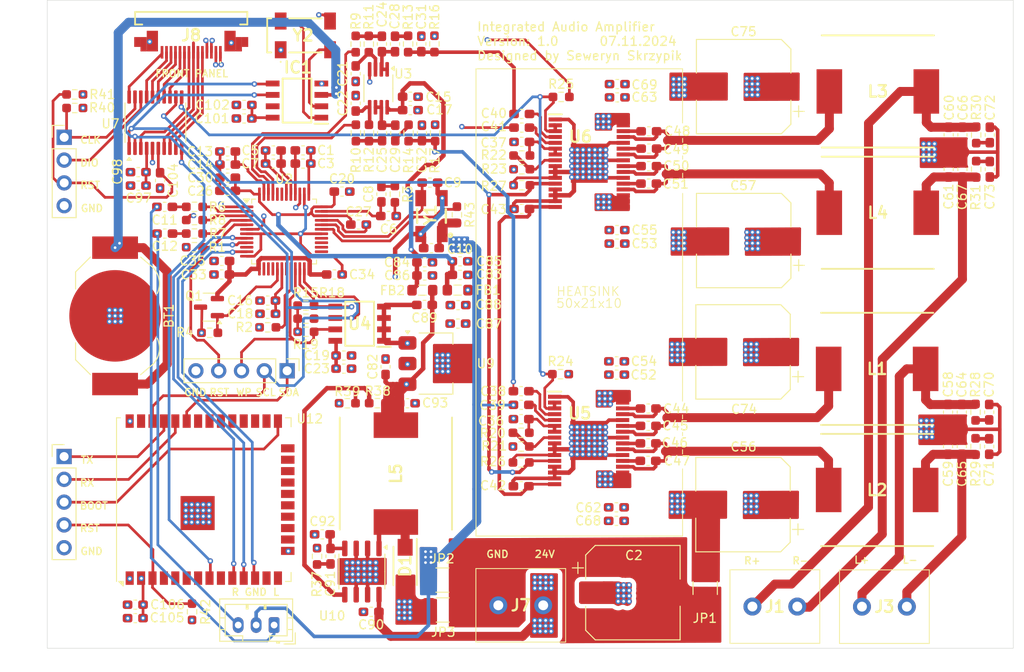
<source format=kicad_pcb>
(kicad_pcb (version 20240108) (generator "pcbnew") (generator_version "8.0")
  (layers (0 "F.Cu" signal) (1 "In1.Cu" signal) (2 "In2.Cu" signal) (31 "B.Cu" signal) (34 "B.Paste" user) (35 "F.Paste" user) (36 "B.SilkS" user "B.Silkscreen") (37 "F.SilkS" user "F.Silkscreen") (38 "B.Mask" user) (39 "F.Mask" user) (44 "Edge.Cuts" user))
  (net 0 "")
  (net 1 "+5V")
  (net 2 "Net-(C8-Pad2)")
  (net 3 "ENCODER_BUTTON")
  (net 4 "IR")
  (net 5 "ENCODER_B")
  (net 6 "/AMPLIFIER/AMP_SYNC")
  (net 7 "ENCODER_A")
  (net 8 "+BATT")
  (net 9 "BT_I2S_BCLK")
  (net 10 "BT_I2S_LRCLK")
  (net 11 "BT_I2S_SDATA")
  (net 12 "GND")
  (net 13 "Net-(U2-ADDR1{slash}CDATA{slash}WB)")
  (net 14 "+3.3V")
  (net 17 "WP")
  (net 18 "/DSP/FILTER_CM")
  (net 19 "/DSP/VDRIVE")
  (net 20 "/DSP/FILTER_DAC")
  (net 21 "/DSP/FILTER_ADC")
  (net 24 "+1V8")
  (net 25 "GNDA")
  (net 27 "/DSP/DAC0_OUT")
  (net 28 "+3.3VA")
  (net 29 "/DSP/DAC1_OUT")
  (net 30 "/DSP/OSC_OUT")
  (net 31 "/DSP/ADC0")
  (net 33 "Net-(U3A--)")
  (net 34 "Net-(U3B-+)")
  (net 35 "Net-(U3B--)")
  (net 36 "~{RESET}")
  (net 37 "/DSP/OSC_IN")
  (net 38 "/DSP/ADC1")
  (net 42 "I2C_SCL")
  (net 43 "/DSP/ADC_RES")
  (net 44 "I2C_SDA")
  (net 45 "/DSP/PLL_LOOP_FILTER")
  (net 48 "Net-(U3A-+)")
  (net 49 "Net-(U5-OUTNR)")
  (net 50 "Net-(U5-RINN)")
  (net 51 "Net-(U5-GVDD)")
  (net 52 "NRST")
  (net 53 "SWCLK")
  (net 54 "SWDIO")
  (net 55 "+5VA")
  (net 56 "GND1")
  (net 57 "+24V")
  (net 58 "/AMPLIFIER/OUT_FILTER_LN")
  (net 59 "AMP_MUTE")
  (net 60 "AMP_SHUTDOWN")
  (net 61 "/AMPLIFIER/OUT_FILTER_LP")
  (net 62 "/AMPLIFIER/OUT_FILTER_RN")
  (net 63 "/AMPLIFIER/OUT_FILTER_RP")
  (net 64 "Net-(U5-RINP)")
  (net 65 "Net-(U5-GAIN{slash}SLV)")
  (net 66 "Net-(U5-BSPR)")
  (net 67 "Net-(U5-BSPL)")
  (net 68 "Net-(U5-OUTNL)")
  (net 69 "Net-(U6-RINP)")
  (net 70 "Net-(U6-GVDD)")
  (net 71 "Net-(U6-OUTNL)")
  (net 72 "Net-(U6-GAIN{slash}SLV)")
  (net 73 "Net-(U6-BSPL)")
  (net 74 "Net-(U6-OUTNR)")
  (net 75 "Net-(U6-BSPR)")
  (net 76 "Net-(U6-RINN)")
  (net 77 "OLED_DC")
  (net 78 "OLED_RESET")
  (net 79 "SPI_MOSI")
  (net 80 "SPI_MISO")
  (net 81 "SPI_SCK")
  (net 82 "SPI_OLED_CS")
  (net 83 "Net-(U10-COMP)")
  (net 84 "Net-(D1-K)")
  (net 85 "Net-(U10-FB)")
  (net 86 "/MCU/BT_STBY")
  (net 91 "Net-(C10-Pad2)")
  (net 93 "DSP_IN_L")
  (net 100 "Net-(C11-Pad2)")
  (net 101 "DSP_IN_R")
  (net 103 "Net-(C12-Pad2)")
  (net 105 "Net-(C24-Pad1)")
  (net 106 "Net-(C25-Pad1)")
  (net 114 "Net-(C28-Pad2)")
  (net 116 "Net-(C29-Pad2)")
  (net 120 "DSP_OUT_L")
  (net 121 "DSP_OUT_R")
  (net 122 "SPEAKER_LP")
  (net 123 "SPEAKER_LN")
  (net 124 "SPEAKER_RP")
  (net 125 "SPEAKER_RN")
  (net 126 "Net-(C70-Pad1)")
  (net 127 "Net-(C71-Pad2)")
  (net 128 "Net-(C72-Pad1)")
  (net 129 "Net-(C73-Pad2)")
  (net 130 "GNDPWR")
  (net 131 "Net-(C91-Pad2)")
  (net 133 "ESP_RST")
  (net 134 "ESP_BOOT")
  (net 135 "BT_TX")
  (net 136 "BT_RX")
  (net 137 "/MCU/RTC_OSC_IN")
  (net 138 "/MCU/RTC_OSC_OUT")
  (footprint "Capacitor_SMD:C_0603_1608Metric_Pad1.08x0.95mm_HandSolder" (layer "F.Cu") (at 97.1045 109.8075 180)
    (property "Reference" "C35")
    (property "Value" "10u")
  )
  (footprint "MountingHole:MountingHole_3.2mm_M3" (layer "F.Cu") (at 81.67 148.79)
    (property "Reference" "H2" (hide yes))
    (property "Value" "MountingHole")
  )
  (footprint "SkrzpkAmpLibs:DR127-100-R" (layer "F.Cu") (at 170.08969 135.3375)
    (property "Reference" "L2")
    (property "Value" "10u" (hide yes))
  )
  (footprint "Capacitor_SMD:CP_Elec_10x10" (layer "F.Cu") (at 155.15 136.97 180)
    (property "Reference" "C56")
    (property "Value" "220u/35v")
  )
  (footprint "Resistor_SMD:R_0603_1608Metric_Pad0.98x0.95mm_HandSolder" (layer "F.Cu") (at 106.465 114.7825)
    (property "Reference" "R15")
    (property "Value" "10k")
  )
  (footprint "Capacitor_SMD:C_0603_1608Metric_Pad1.08x0.95mm_HandSolder" (layer "F.Cu") (at 97.0945 111.3175 180)
    (property "Reference" "C33")
    (property "Value" "100n")
  )
  (footprint "Capacitor_SMD:C_0603_1608Metric_Pad1.08x0.95mm_HandSolder" (layer "F.Cu") (at 108.30219 140.2775 180)
    (property "Reference" "C92")
    (property "Value" "18n")
  )
  (footprint "SkrzpkAmpLibs:DR127-100-R" (layer "F.Cu") (at 170.08969 121.8375)
    (property "Reference" "L1")
    (property "Value" "10u" (hide yes))
  )
  (footprint "Resistor_SMD:R_0603_1608Metric_Pad0.98x0.95mm_HandSolder" (layer "F.Cu") (at 94.06 105.25)
    (property "Reference" "R8")
    (property "Value" "18k")
  )
  (footprint "Resistor_SMD:R_0603_1608Metric_Pad0.98x0.95mm_HandSolder" (layer "F.Cu") (at 181.04969 130.49 -90)
    (property "Reference" "R29")
    (property "Value" "3.3R")
  )
  (footprint "Connector_PinHeader_2.54mm:PinHeader_1x04_P2.54mm_Vertical" (layer "F.Cu") (at 79.55 96.03)
    (property "Reference" "J5" (hide yes))
    (property "Value" "MCU PROGRAMMER")
  )
  (footprint "Resistor_SMD:R_0603_1608Metric_Pad0.98x0.95mm_HandSolder" (layer "F.Cu") (at 95.75219 117.8175)
    (property "Reference" "R4")
    (property "Value" "1k")
  )
  (footprint "MountingHole:MountingHole_3.2mm_M3" (layer "F.Cu") (at 81.62 84.51)
    (property "Reference" "H3" (hide yes))
    (property "Value" "MountingHole")
  )
  (footprint "SkrzpkAmpLibs:2828362" (layer "F.Cu") (at 173.4 148.34)
    (property "Reference" "J3")
    (property "Value" "LEFT SP" (hide yes))
  )
  (footprint "Capacitor_SMD:C_0603_1608Metric_Pad1.08x0.95mm_HandSolder" (layer "F.Cu") (at 177.98969 126.665 -90)
    (property "Reference" "C58")
    (property "Value" "1u")
  )
  (footprint "Resistor_SMD:R_0603_1608Metric_Pad0.98x0.95mm_HandSolder" (layer "F.Cu") (at 181.11969 95.765 90)
    (property "Reference" "R30")
    (property "Value" "3.3R")
  )
  (footprint "Capacitor_SMD:C_0603_1608Metric_Pad1.08x0.95mm_HandSolder" (layer "F.Cu") (at 110.6925 121.8125)
    (property "Reference" "C23")
    (property "Value" "1u")
  )
  (footprint "Capacitor_SMD:C_0603_1608Metric_Pad1.08x0.95mm_HandSolder" (layer "F.Cu") (at 178.05969 95.765 -90)
    (property "Reference" "C60")
    (property "Value" "1u")
  )
  (footprint "Capacitor_SMD:C_0603_1608Metric_Pad1.08x0.95mm_HandSolder" (layer "F.Cu") (at 97.7545 101.9875 180)
    (property "Reference" "C26")
    (property "Value" "100n")
  )
  (footprint "Capacitor_SMD:C_0603_1608Metric_Pad1.08x0.95mm_HandSolder" (layer "F.Cu") (at 141.05219 138.7775 180)
    (property "Reference" "C68")
    (property "Value" "100n")
  )
  (footprint "Capacitor_SMD:CP_Elec_10x10" (layer "F.Cu") (at 155.15969 119.9475 180)
    (property "Reference" "C74")
    (property "Value" "220u/35v")
  )
  (footprint "Resistor_SMD:R_0603_1608Metric_Pad0.98x0.95mm_HandSolder" (layer "F.Cu") (at 130.51219 101.3675)
    (property "Reference" "R27")
    (property "Value" "100k")
  )
  (footprint "Resistor_SMD:R_0603_1608Metric_Pad0.98x0.95mm_HandSolder" (layer "F.Cu") (at 112.03469 95.54 -90)
    (property "Reference" "R10")
    (property "Value" "4.75k")
  )
  (footprint "Capacitor_SMD:C_0603_1608Metric_Pad1.08x0.95mm_HandSolder" (layer "F.Cu") (at 87.47 148.12 180)
    (property "Reference" "C106")
    (property "Value" "100n")
  )
  (footprint "Capacitor_SMD:C_0603_1608Metric_Pad1.08x0.95mm_HandSolder" (layer "F.Cu") (at 130.44219 127.43875 180)
    (property "Reference" "C36")
    (property "Value" "1u")
  )
  (footprint "Capacitor_SMD:C_0603_1608Metric_Pad1.08x0.95mm_HandSolder" (layer "F.Cu") (at 97.7545 100.5275 180)
    (property "Reference" "C30")
    (property "Value" "10u")
  )
  (footprint "Resistor_SMD:R_0603_1608Metric_Pad0.98x0.95mm_HandSolder" (layer "F.Cu") (at 112.01469 85.6375 90)
    (property "Reference" "R9")
    (property "Value" "4.75k")
  )
  (footprint "Capacitor_SMD:C_0603_1608Metric_Pad1.08x0.95mm_HandSolder" (layer "F.Cu") (at 115.6695 104.8025)
    (property "Reference" "C6")
    (property "Value" "3.3n")
  )
  (footprint "Capacitor_SMD:C_0603_1608Metric_Pad1.08x0.95mm_HandSolder" (layer "F.Cu") (at 182.63969 95.765 90)
    (property "Reference" "C72")
    (property "Value" "10n")
  )
  (footprint "Capacitor_SMD:C_0603_1608Metric_Pad1.08x0.95mm_HandSolder" (layer "F.Cu") (at 110.4945 102.0775)
    (property "Reference" "C20")
    (property "Value" "100n")
  )
  (footprint "Resistor_SMD:R_0603_1608Metric_Pad0.98x0.95mm_HandSolder" (layer "F.Cu") (at 94.05219 108.2775 180)
    (property "Reference" "R1")
    (property "Value" "10k")
  )
  (footprint "Capacitor_SMD:C_0603_1608Metric_Pad1.08x0.95mm_HandSolder" (layer "F.Cu") (at 144.59719 128.1875 180)
    (property "Reference" "C45")
    (property "Value" "220n")
  )
  (footprint "Capacitor_SMD:C_0603_1608Metric_Pad1.08x0.95mm_HandSolder" (layer "F.Cu") (at 118.10469 92.9975)
    (property "Reference" "C17")
    (property "Value" "10u")
  )
  (footprint "Resistor_SMD:R_0603_1608Metric_Pad0.98x0.95mm_HandSolder" (layer "F.Cu") (at 181.11969 99.59 -90)
    (property "Reference" "R31")
    (property "Value" "3.3R")
  )
  (footprint "Capacitor_SMD:C_0603_1608Metric_Pad1.08x0.95mm_HandSolder" (layer "F.Cu") (at 179.58969 99.59 -90)
    (property "Reference" "C67")
    (property "Value" "1n")
  )
  (footprint "Resistor_SMD:R_0603_1608Metric_Pad0.98x0.95mm_HandSolder" (layer "F.Cu") (at 80.73 92.76)
    (property "Reference" "R40")
    (property "Value" "10k")
  )
  (footprint "Connector_JST:JST_PH_B3B-PH-K_1x03_P2.00mm_Vertical" (layer "F.Cu") (at 102.93 150.39 180)
    (property "Reference" "J2" (hide yes))
    (property "Value" "RCA1 INPUT")
  )
  (footprint "Capacitor_SMD:C_0603_1608Metric_Pad1.08x0.95mm_HandSolder" (layer "F.Cu") (at 99.59 92.42 180)
    (property "Reference" "C102")
    (property "Value" "100n")
  )
  (footprint "Resistor_SMD:R_0603_1608Metric_Pad0.98x0.95mm_HandSolder" (layer "F.Cu") (at 116.3795 102.365 -90)
    (property "Reference" "R3")
    (property "Value" "475R")
  )
  (footprint "Resistor_SMD:R_1210_3225Metric_Pad1.30x2.65mm_HandSolder" (layer "F.Cu") (at 150.94 146.26 90)
    (property "Reference" "JP1")
    (property "Value" "Jumper_2_Small_Bridged")
  )
  (footprint "Capacitor_SMD:C_0603_1608Metric_Pad1.08x0.95mm_HandSolder" (layer "F.Cu") (at 179.58969 95.765 -90)
    (property "Reference" "C66")
    (property "Value" "1n")
  )
  (footprint "Resistor_SMD:R_0603_1608Metric_Pad0.98x0.95mm_HandSolder" (layer "F.Cu") (at 102.22219 117.2075 180)
    (property "Reference" "R2")
    (property "Value" "10k")
  )
  (footprint "Capacitor_SMD:CP_Elec_10x10" (layer "F.Cu") (at 155.22969 107.5375 180)
    (property "Reference" "C57")
    (property "Value" "220u/35v")
  )
  (footprint "Capacitor_SMD:C_0603_1608Metric_Pad1.08x0.95mm_HandSolder" (layer "F.Cu") (at 144.59969 126.2575 180)
    (property "Reference" "C44")
    (property "Value" "220n")
  )
  (footprint "Capacitor_SMD:C_0603_1608Metric_Pad1.08x0.95mm_HandSolder" (layer "F.Cu") (at 144.57969 132.0875 180)
    (property "Reference" "C47")
    (property "Value" "220n")
  )
  (footprint "Connector_PinHeader_2.54mm:PinHeader_1x05_P2.54mm_Vertical" (layer "F.Cu") (at 79.54 131.61)
    (property "Reference" "J6" (hide yes))
    (property "Value" "ESP PROGRAMMER")
  )
  (footprint "Resistor_SMD:R_0603_1608Metric_Pad0.98x0.95mm_HandSolder" (layer "F.Cu") (at 120.86469 95.54 90)
    (property "Reference" "R17")
    (property "Value" "49.9k")
  )
  (footprint "Resistor_SMD:R_0603_1608Metric_Pad0.98x0.95mm_HandSolder" (layer "F.Cu") (at 130.44219 132.2675)
    (property "Reference" "R26")
    (property "Value" "100k")
  )
  (footprint "Capacitor_SMD:CP_Elec_10x10" (layer "F.Cu") (at 142.89 146.78)
    (property "Reference" "C2")
    (property "Value" "220u/35v")
  )
  (footprint "Resistor_SMD:R_0603_1608Metric_Pad0.98x0.95mm_HandSolder" (layer "F.Cu") (at 113.47469 85.6375 -90)
    (property "Reference" "R11")
    (property "Value" "4.75k")
  )
  (footprint "Capacitor_SMD:C_0603_1608Metric_Pad1.08x0.95mm_HandSolder" (layer "F.Cu") (at 144.64969 101.1875 180)
    (property "Reference" "C51")
    (property "Value" "220n")
  )
  (footprint "Capacitor_SMD:C_0603_1608Metric_Pad1.08x0.95mm_HandSolder" (layer "F.Cu") (at 97.7575 99.0675 180)
    (property "Reference" "C14")
    (property "Value" "10u")
  )
  (footprint "Package_SO:SO-8_3.9x4.9mm_P1.27mm" (layer "F.Cu") (at 112.70719 144.4275 -90)
    (property "Reference" "U10")
    (property "Value" "L5972D")
  )
  (footprint "Package_TO_SOT_SMD:SOT-23" (layer "F.Cu") (at 95.67469 114.9575 180)
    (property "Reference" "Q1")
    (property "Value" "ZXTP25040DFHTA")
  )
  (footprint "Resistor_SMD:R_0603_1608Metric_Pad0.98x0.95mm_HandSolder" (layer "F.Cu") (at 134.89969 91.5275)
    (property "Reference" "R25")
    (property "Value" "100k")
  )
  (footprint "Capacitor_SMD:C_0603_1608Metric_Pad1.08x0.95mm_HandSolder" (layer "F.Cu") (at 120.45 108.38)
    (property "Reference" "C10")
    (property "Value" "22p")
  )
  (footprint "Capacitor_SMD:C_0603_1608Metric_Pad1.08x0.95mm_HandSolder" (layer "F.Cu") (at 90.7525 106.76)
    (property "Reference" "C12")
    (property "Value" "47u")
  )
  (footprint "Capacitor_SMD:C_0603_1608Metric_Pad1.08x0.95mm_HandSolder" (layer "F.Cu") (at 130.44219 124.3275 180)
    (property "Reference" "C38")
    (property "Value" "1u")
  )
  (footprint "Capacitor_SMD:C_0603_1608Metric_Pad1.08x0.95mm_HandSolder" (layer "F.Cu") (at 87.8 101.41 180)
    (property "Reference" "C97")
    (property "Value" "100n")
  )
  (footprint "Capacitor_SMD:C_0603_1608Metric_Pad1.08x0.95mm_HandSolder" (layer "F.Cu") (at 90.74 103.78)
    (property "Reference" "C11")
    (property "Value" "47u")
  )
  (footprint "Resistor_SMD:R_0603_1608Metric_Pad0.98x0.95mm_HandSolder" (layer "F.Cu") (at 117.90469 95.54 -90)
    (property "Reference" "R14")
    (property "Value" "604R")
  )
  (footprint "Package_QFP:LQFP-48_7x7mm_P0.5mm" (layer "F.Cu") (at 104.0425 106.53)
    (property "Reference" "U2")
    (property "Value" "ADAU1701")
  )
  (footprint "Capacitor_SMD:C_0603_1608Metric_Pad1.08x0.95mm_HandSolder" (layer "F.Cu") (at 144.65969 99.2375 180)
    (property "Reference" "C50")
    (property "Value" "220n")
  )
  (footprint "Resistor_SMD:R_0603_1608Metric_Pad0.98x0.95mm_HandSolder" (layer "F.Cu") (at 113.49469 95.54 90)
    (property "Reference" "R12")
    (property "Value" "4.75k")
  )
  (footprint "Capacitor_SMD:C_0603_1608Metric_Pad1.08x0.95mm_HandSolder" (layer "F.Cu") (at 123.64 111.36)
    (property "Reference" "C83")
    (property "Value" "10n")
  )
  (footprint "Capacitor_SMD:C_0603_1608Metric_Pad1.08x0.95mm_HandSolder" (layer "F.Cu") (at 102.2225 114.2275 180)
    (property "Reference" "C16")
    (property "Value" "100n")
  )
  (footprint "Capacitor_SMD:C_0603_1608Metric_Pad1.08x0.95mm_HandSolder" (layer "F.Cu") (at 87.47 149.62 180)
    (property "Reference" "C105")
    (property "Value" "10u")
  )
  (footprint "Capacitor_SMD:C_0603_1608Metric_Pad1.08x0.95mm_HandSolder" (layer "F.Cu") (at 141.07719 120.9975 180)
    (property "Reference" "C54")
    (property "Value" "100n")
  )
  (footprint "Capacitor_SMD:C_0603_1608Metric_Pad1.08x0.95mm_HandSolder" (layer "F.Cu") (at 141.05219 137.2675 180)
    (property "Reference" "C62")
    (property "Value" "1n")
  )
  (footprint "Capacitor_SMD:C_0603_1608Metric_Pad1.08x0.95mm_HandSolder" (layer "F.Cu") (at 114.93469 85.6275 -90)
    (property "Reference" "C24")
    (property "Value" "470p")
  )
  (footprint "Capacitor_SMD:C_0603_1608Metric_Pad1.08x0.95mm_HandSolder" (layer "F.Cu") (at 141.14719 91.5775 180)
    (property "Reference" "C63")
    (property "Value" "1n")
  )
  (footprint "Capacitor_SMD:C_0603_1608Metric_Pad1.08x0.95mm_HandSolder" (layer "F.Cu") (at 119.7 109.96)
    (property "Reference" "C84")
    (property "Value" "10n")
  )
  (footprint "tpa3116:SOP65P810X120-33N" (layer "F.Cu") (at 137.95969 129.8175)
    (property "Reference" "U5")
    (property "Value" "TPA3116D2DADR" (hide yes))
  )
  (footprint "SkrzpkAmpLibs:STPS2L40AF" (layer "F.Cu") (at 117.52219 143.8 -90)
    (property "Reference" "D1")
    (property "Value" "STPS2L401AF" (hide yes))
  )
  (footprint "Capacitor_SMD:C_0603_1608Metric_Pad1.08x0.95mm_HandSolder" (layer "F.Cu") (at 141.12219 106.3675 180)
    (property "Reference" "C55")
    (property "Value" "100n")
  )
  (footprint "Capacitor_SMD:C_0603_1608Metric_Pad1.08x0.95mm_HandSolder" (layer "F.Cu") (at 130.51219 96.53875 180)
    (property "Reference" "C37")
    (property "Value" "1u")
  )
  (footprint "Capacitor_SMD:CP_Elec_10x10" (layer "F.Cu") (at 155.2225 90.38 180)
    (property "Reference" "C75")
    (property "Value" "220u/35v")
  )
  (footprint "MountingHole:MountingHole_3.2mm_M3" (layer "F.Cu") (at 181.31 148.72)
    (property "Reference" "H1" (hide yes))
    (property "Value" "MountingHole")
  )
  (footprint "Capacitor_SMD:C_0603_1608Metric_Pad1.08x0.95mm_HandSolder" (layer "F.Cu") (at 123.4175 114.73 180)
    (property "Reference" "C88")
    (property "Value" "1u")
  )
  (footprint "Resistor_SMD:R_0603_1608Metric_Pad0.98x0.95mm_HandSolder" (layer "F.Cu") (at 111.08219 125.6675 180)
    (property "Reference" "R39")
    (property "Value" "4.3k")
  )
  (footprint "Capacitor_SMD:C_0603_1608Metric_Pad1.08x0.95mm_HandSolder" (layer "F.Cu") (at 178.05969 99.59 -90)
    (property "Reference" "C61")
    (property "Value" "1u")
  )
  (footprint "SkrzpkAmpLibs:ABM3B" (layer "F.Cu") (at 120.46 104.81 90)
    (property "Reference" "Y1")
    (property "Value" "12.288MHz" (hide yes))
  )
  (footprint "Inductor_SMD:L_0805_2012Metric_Pad1.05x1.20mm_HandSolder" (layer "F.Cu") (at 123.37 113.06)
    (property "Reference" "FB1")
    (property "Value" "Ferrite 120R")
  )
  (footprint "Capacitor_SMD:C_0603_1608Metric_Pad1.08x0.95mm_HandSolder" (layer "F.Cu") (at 144.66969 95.3575 180)
    (property "Reference" "C48")
    (property "Value" "220n")
  )
  (footprint "AT24CS01-SSHM:SOIC127P600X175-8N" (layer "F.Cu") (at 112.4525 116.8025 180)
    (property "Reference" "U4")
    (property "Value" "AT24CS01-SSHM" (hide yes))
  )
  (footprint "Resistor_SMD:R_0603_1608Metric_Pad0.98x0.95mm_HandSolder" (layer "F.Cu") (at 130.44219 130.48875)
    (property "Reference" "R21")
    (property "Value" "75k")
  )
  (footprint "Capacitor_SMD:C_0603_1608Metric_Pad1.08x0.95mm_HandSolder" (layer "F.Cu") (at 182.63969 99.59 90)
    (property "Reference" "C73")
    (property "Value" "10n")
  )
  (footprint "Capacitor_SMD:C_0603_1608Metric_Pad1.08x0.95mm_HandSolder" (layer "F.Cu") (at 119.7 111.43)
    (property "Reference" "C86")
    (property "Value" "1u")
  )
  (footprint "Capacitor_SMD:C_0603_1608Metric_Pad1.08x0.95mm_HandSolder" (layer "F.Cu") (at 109.6445 111.3175)
    (property "Reference" "C34")
    (property "Value" "100n")
  )
  (footprint "Resistor_SMD:R_0603_1608Metric_Pad0.98x0.95mm_HandSolder" (layer "F.Cu") (at 93.79 148.91 90)
    (property "Reference" "R42")
    (property "Value" "10k")
  )
  (footprint "Capacitor_SMD:C_0603_1608Metric_Pad1.08x0.95mm_HandSolder" (layer "F.Cu") (at 119.68 114.71 180)
    (property "Reference" "C89")
    (property "Value" "1u")
  )
  (footprint "SkrzpkAmpLibs:32768K125PIMC306" (layer "F.Cu") (at 106.41 84.67)
    (property "Reference" "Y2")
    (property "Value" "32.768 kHz" (hide yes))
  )
  (footprint "Capacitor_SMD:C_0603_1608Metric_Pad1.08x0.95mm_HandSolder" (layer "F.Cu") (at 141.12219 107.8775 180)
    (property "Reference" "C53")
    (property "Value" "1n")
  )
  (footprint "Capacitor_SMD:C_0603_1608Metric_Pad1.08x0.95mm_HandSolder" (layer "F.Cu") (at 179.51969 126.665 -90)
    (property "Reference" "C64")
    (property "Value" "1n")
  )
  (footprint "Resistor_SMD:R_1210_3225Metric_Pad1.30x2.65mm_HandSolder" (layer "F.Cu") (at 121.67 145.38 180)
    (property "Reference" "JP2")
    (property "Value" "Jumper_2_Small_Bridged")
  )
  (footprint "Resistor_SMD:R_0603_1608Metric_Pad0.98x0.95mm_HandSolder" (layer "F.Cu") (at 94.06 103.78)
    (property "Reference" "R6")
    (property "Value" "18k")
  )
  (footprint "SkrzpkAmpLibs:BQ32002D" (layer "F.Cu") (at 105.479 91.935 180)
    (property "Reference" "IC1")
    (property "Value" "BQ32002D" (hide yes))
  )
  (footprint "Capacitor_SMD:C_0603_1608Metric_Pad1.08x0.95mm_HandSolder" (layer "F.Cu") (at 112.01469 88.9375 -90)
    (property "Reference" "C21")
    (property "Value" "150p")
  )
  (footprint "Capacitor_SMD:C_0603_1608Metric_Pad1.08x0.95mm_HandSolder" (layer "F.Cu") (at 113.74219 148.92 180)
    (property "Reference" "C90")
    (property "Value" "2.2u")
  )
  (footprint "Capacitor_SMD:C_0603_1608Metric_Pad1.08x0.95mm_HandSolder" (layer "F.Cu") (at 130.51219 94.9475 180)
    (property "Reference" "C41")
    (property "Value" "1u")
  )
  (footprint "Capacitor_SMD:C_0603_1608Metric_Pad1.08x0.95mm_HandSolder" (layer "F.Cu") (at 144.58969 130.1375 180)
    (property "Reference" "C46")
    (property "Value" "220n")
  )
  (footprint "Capacitor_SMD:C_0603_1608Metric_Pad1.08x0.95mm_HandSolder" (layer "F.Cu") (at 119.32469 85.6175 90)
    (property "Reference" "C31")
    (property "Value" "3.3n")
  )
  (footprint "SkrzpkAmpLibs:2828362" (layer "F.Cu") (at 161.2 148.33)
    (property "Reference" "J1")
    (property "Value" "RIGHT SP" (hide yes))
  )
  (footprint "Resistor_SMD:R_0603_1608Metric_Pad0.98x0.95mm_HandSolder" (layer "F.Cu") (at 106.4725 117.7025)
    (property "Reference" "R19")
    (property "Value" "10k")
  )
  (footprint "Battery:BatteryHolder_LINX_BAT-HLD-012-SMT" (layer "F.Cu") (at 85.22 115.93 90)
    (property "Reference" "BT1")
    (property "Value" "Battery")
  )
  (footprint "Capacitor_SMD:C_0603_1608Metric_Pad1.08x0.95mm_HandSolder" (layer "F.Cu") (at 114.8795 102.365 90)
    (property "Reference" "C8")
    (property "Value" "56n")
  )
  (footprint "Capacitor_SMD:C_0603_1608Metric_Pad1.08x0.95mm_HandSolder" (layer "F.Cu") (at 130.51219 93.4275 180)
    (property "Reference" "C40")
    (property "Value" "1u")
  )
  (footprint "Capacitor_SMD:C_0603_1608Metric_Pad1.08x0.95mm_HandSolder" (layer "F.Cu") (at 109.21219 142.7175 -90)
    (property "Reference" "C91")
    (property "Value" "18n")
  )
  (footprint "Resistor_SMD:R_0603_1608Metric_Pad0.98x0.95mm_HandSolder" (layer "F.Cu") (at 123.29 104.67 90)
    (property "Reference" "R43")
    (property "Value" "100R")
  )
  (footprint "Resistor_SMD:R_0603_1608Metric_Pad0.98x0.95mm_HandSolder" (layer "F.Cu") (at 80.73 91.25 180)
    (property "Reference" "R41")
    (property "Value" "10k")
  )
  (footprint "Capacitor_SMD:C_0603_1608Metric_Pad1.08x0.95mm_HandSolder" (layer "F.Cu") (at 177.98969 130.49 -90)
    (property "Reference" "C59")
    (property "Value" "1u")
  )
  (footprint "Capacitor_SMD:C_0603_1608Metric_Pad1.08x0.95mm_HandSolder" (layer "F.Cu") (at 123.64 109.85)
    (property "Reference" "C85")
    (property "Value" "1u")
  )
  (footprint "Resistor_SMD:R_0603_1608Metric_Pad0.98x0.95mm_HandSolder" (layer "F.Cu") (at 134.82969 122.4275)
    (property "Reference" "R24")
    (property "Value" "100k")
  )
  (footprint "Capacitor_SMD:C_0603_1608Metric_Pad1.08x0.95mm_HandSolder" (layer "F.Cu") (at 112.33719 105.7525)
    (property "Reference" "C27")
    (property "Value" "100n")
  )
  (footprint "SkrzpkAmpLibs:DR127-100-R" (layer "F.Cu") (at 170.16969 90.9175)
    (property "Reference" "L3")
    (property "Value" "10u" (hide yes))
  )
  (footprint "Resistor_SMD:R_0603_1608Metric_Pad0.98x0.95mm_HandSolder" (layer "F.Cu") (at 181.04969 126.665 90)
    (property "Reference" "R28")
    (property "Value" "3.3R")
  )
  (footprint "Capacitor_SMD:C_0603_1608Metric_Pad1.08x0.95mm_HandSolder" (layer "F.Cu") (at 102.2225 115.6975 180)
    (property "Reference" "C18")
    (property "Value" "10u")
  )
  (footprint "Resistor_SMD:R_0603_1608Metric_Pad0.98x0.95mm_HandSolder" (layer "F.Cu") (at 106.4675 116.2425)
    (property "Reference" "R18")
    (property "Value" "10k")
  )
  (footprint "Capacitor_SMD:C_0603_1608Metric_Pad1.08x0.95mm_HandSolder" (layer "F.Cu") (at 116.42469 95.54 -90)
    (property "Reference" "C29")
    (property "Value" "47u")
  )
  (footprint "Capacitor_SMD:C_0603_1608Metric_Pad1.08x0.95mm_HandSolder" (layer "F.Cu") (at 102.8425 98.9575 180)
    (property "Reference" "C7")
    (property "Value" "10u")
  )
  (footprint "Capacitor_SMD:C_0603_1608Metric_Pad1.08x0.95mm_HandSolder" (layer "F.Cu") (at 179.51969 130.49 -90)
    (property "Reference" "C65")
    (property "Value" "1n")
  )
  (footprint "Capacitor_SMD:C_0603_1608Metric_Pad1.08x0.95mm_HandSolder" (layer "F.Cu") (at 99.59 93.93 180)
    (property "Reference" "C101")
    (property "Value" "1u")
  )
  (footprint "Capacitor_SMD:C_0603_1608Metric_Pad1.08x0.95mm_HandSolder" (layer "F.Cu") (at 141.14719 90.0975 180)
    (property "Reference" "C69")
    (property "Value" "100n")
  )
  (footprint "Resistor_SMD:R_0603_1608Metric_Pad0.98x0.95mm_HandSolder" (layer "F.Cu") (at 130.51219 98.05875)
    (property "Reference" "R22")
    (property "Value" "47k")
  )
  (footprint "Capacitor_SMD:C_0603_1608Metric_Pad1.08x0.95mm_HandSolder" (layer "F.Cu") (at 144.66969 97.2875 180)
    (property "Reference" "C49")
    (property "Value" "220n")
  )
  (footprint "Capacitor_SMD:C_0603_1608Metric_Pad1.08x0.95mm_HandSolder" (layer "F.Cu") (at 130.44219 134.915 180)
    (property "Reference" "C42")
    (property "Value" "1n")
  )
  (footprint "SkrzpkAmpLibs:DR127-100-R" (layer "F.Cu") (at 170.15969 104.4375)
    (property "Reference" "L4")
    (property "Value" "10u" (hide yes))
  )
  (footprint "tpa3116:SOP65P810X120-33N" (layer "F.Cu") (at 138.02969 98.9175)
    (property "Reference" "U6")
    (property "Value" "TPA3116D2DADR" (hide yes))
  )
  (footprint "Inductor_SMD:L_0805_2012Metric_Pad1.05x1.20mm_HandSolder" (layer "F.Cu") (at 119.44 113.07)
    (property "Reference" "FB2")
    (property "Value" "Ferrite 120R")
  )
  (footprint "Resistor_SMD:R_0603_1608Metric_Pad0.98x0.95mm_HandSolder" (layer "F.Cu") (at 130.51219 99.58875)
    (property "Reference" "R23")
    (property "Value" "75k")
  )
  (footprint "Resistor_SMD:R_0603_1608Metric_Pad0.98x0.95mm_HandSolder" (layer "F.Cu") (at 107.71219 142.7275 90)
    (property "Reference" "R37")
    (property "Value" "8.2k")
  )
  (footprint "Capacitor_SMD:C_0603_1608Metric_Pad1.08x0.95mm_HandSolder" (layer "F.Cu") (at 123.4 116.79 180)
    (property "Reference" "C87")
    (property "Value" "22u")
  )
  (footprint "Capacitor_SMD:C_0603_1608Metric_Pad1.08x0.95mm_HandSolder" (layer "F.Cu") (at 90.23 100.8375 -90)
    (property "Reference" "C104")
    (property "Value" "100n")
  )
  (footprint "Resistor_SMD:R_0603_1608Metric_Pad0.98x0.95mm_HandSolder" (layer "F.Cu") (at 117.85469 85.6275 -90)
    (property "Reference" "R13")
    (property "Value" "604R")
  )
  (footprint "Capacitor_SMD:C_0603_1608Metric_Pad1.08x0.95mm_HandSolder" (layer "F.Cu") (at 87.7975 99.91 180)
    (property "Reference" "C98")
    (property "Value" "10u")
  )
  (footprint "MountingHole:MountingHole_3.2mm_M3" (layer "F.Cu") (at 181.31 84.43)
    (property "Reference" "H4" (hide yes))
    (property "Value" "MountingHole")
  )
  (footprint "Package_SO:MSOP-8_3x3mm_P0.65mm" (layer "F.Cu") (at 114.54469 90.5675 -90)
    (property "Reference" "U3")
    (property "Value" "ADA4841")
  )
  (footprint "Resistor_SMD:R_0603_1608Metric_Pad0.98x0.95mm_HandSolder" (layer "F.Cu") (at 114.42969 125.66 180)
    (property "Reference" "R38")
    (property "Value" "13k")
  )
  (footprint "Resistor_SMD:R_0603_1608Metric_Pad0.98x0.95mm_HandSolder" (layer "F.Cu") (at 130.44219 128.95875)
    (property "Reference" "R20")
    (property "Value" "47k")
  )
  (footprint "Capacitor_SMD:C_0603_1608Metric_Pad1.08x0.95mm_HandSolder" (layer "F.Cu") (at 106.155 98.9575)
    (property "Reference" "C3")
    (property "Value" "47u")
  )
  (footprint "Capacitor_SMD:C_0603_1608Metric_Pad1.08x0.95mm_HandSolder" (layer "F.Cu") (at 117.76969 125.67)
    (property "Reference" "C93")
    (property "Value" "22u")
  )
  (footprint "Capacitor_SMD:C_0603_1608Metric_Pad1.08x0.95mm_HandSolder" (layer "F.Cu") (at 118.10469 91.5075)
    (property "Reference" "C15")
    (property "Value" "100n")
  )
  (footprint "Capacitor_SMD:C_0603_1608Metric_Pad1.08x0.95mm_HandSolder" (layer "F.Cu") (at 130.44219 125.8475 180)
    (property "Reference" "C39")
    (property "Value" "1u")
  )
  (footprint "Capacitor_SMD:C_0603_1608Metric_Pad1.08x0.95mm_HandSolder" (layer "F.Cu") (at 116.39469 85.6275 90)
    (property "Reference" "C28")
    (property "Value" "47u")
  )
  (footprint "Resistor_SMD:R_1210_3225Metric_Pad1.30x2.65mm_HandSolder" (layer "F.Cu") (at 121.71 148.71 180)
    (property "Reference" "JP3")
    (property "Value" "Jumper_2_Small_Bridged")
  )
  (footprint "Resistor_SMD:R_0603_1608Metric_Pad0.98x0.95mm_HandSolder" (layer "F.Cu") (at 120.78469 85.6175 90)
    (property "Reference" "R16")
    (property "Value" "49.9k")
  )
  (footprint "Package_SO:TSSOP-20_4.4x6.5mm_P0.65mm" (layer "F.Cu") (at 89.71 94.4 90)
    (property "Reference" "U7")
    (property "Value" "STM32C011F4P6")
  )
  (footprint "Capacitor_SMD:C_0603_1608Metric_Pad1.08x0.95mm_HandSolder" (layer "F.Cu") (at 97.7525 97.6075 180)
    (property "Reference" "C13")
    (property "Value" "100n")
  )
  (footprint "Capacitor_SMD:C_0603_1608Metric_Pad1.08x0.95mm_HandSolder" (layer "F.Cu") (at 141.07719 122.4775 180)
    (property "Reference" "C52")
    (property "Value" "1n")
  )
  (footprint "Capacitor_SMD:C_0603_1608Metric_Pad1.08x0.95mm_HandSolder" (layer "F.Cu") (at 112.01469 92.2375 90)
    (property "Reference" "C22")
    (property "Value" "150p")
  )
  (footprint "Capacitor_SMD:C_0603_1608Metric_Pad1.08x0.95mm_HandSolder" (layer "F.Cu") (at 182.56969 130.49 90)
    (property "Reference" "C71")
    (property "Value" "10n")
  )
  (footprint "RF_Module:ESP32-WROOM-32U" (layer "F.Cu") (at 95.1 136.41 90)
    (property "Reference" "U12")
    (property "Value" "ESP32-WROOM-32U")
  )
  (footprint "Capacitor_SMD:C_0603_1608Metric_Pad1.08x0.95mm_HandSolder" (layer "F.Cu") (at 130.51219 104.015 180)
    (property "Reference" "C43")
    (property "Value" "1n")
  )
  (footprint "Connector_PinHeader_2.54mm:PinHeader_1x05_P2.54mm_Vertical" (layer "F.Cu") (at 104.38 122.05 -90)
    (property "Reference" "J4" (hide yes))
    (property "Value" "DSP PROGRAMMER")
  )
  (footprint "SkrzpkAmpLibs:2828362" (layer "F.Cu") (at 132.9 148.19)
    (property "Reference" "J7")
    (property "Value" "24V JACK" (hide yes))
  )
  (footprint "Capacitor_SMD:C_0603_1608Metric_Pad1.08x0.95mm_HandSolder" (layer "F.Cu") (at 106.155 97.4875)
    (property "Reference" "C1")
    (property "Value" "100n")
  )
  (footprint "Capacitor_SMD:C_0603_1608Metric_Pad1.08x0.95mm_HandSolder" (layer "F.Cu") (at 120.28 101.08 180)
    (property "Reference" "C9")
    (property "Value" "22p")
  )
  (footprint "SkrzpkAmpLibs:DR127-100-R" (layer "F.Cu") (at 116.49219 133.51 90)
    (property "Reference" "L5")
    (property "Value" "DR127-680-R" (hide yes))
  )
  (footprint "Capacitor_SMD:C_0603_1608Metric_Pad1.08x0.95mm_HandSolder" (layer "F.Cu") (at 115.34219 121.605 90)
    (property "Reference" "C82")
    (property "Value" "22u")
  )
  (footprint "Capacitor_SMD:C_0603_1608Metric_Pad1.08x0.95mm_HandSolder" (layer "F.Cu") (at 110.6925 120.3525)
    (property "Reference" "C19")
    (property "Value" "100n")
  )
  (footprint "Capacitor_SMD:C_0603_1608Metric_Pad1.08x0.95mm_HandSolder" (layer "F.Cu") (at 119.39469 95.54 90)
    (property "Reference" "C32")
    (property "Value" "3.3n")
  )
  (footprint "Capacitor_SMD:C_0603_1608Metric_Pad1.08x0.95mm_HandSolder" (layer "F.Cu") (at 114.95469 95.54 90)
    (property "Reference" "C25")
    (property "Value" "470p")
  )
  (footprint "Capacitor_SMD:C_0603_1608Metric_Pad1.08x0.95mm_HandSolder" (layer "F.Cu") (at 182.56969 126.665 90)
    (property "Reference" "C70")
    (property "Value" "10n")
  )
  (footprint "Capacitor_SMD:C_0603_1608Metric_Pad1.08x0.95mm_HandSolder" (layer "F.Cu") (at 102.8425 97.4975 180)
    (property "Reference" "C5")
    (property "Value" "100n")
  )
  (footprint "Resistor_SMD:R_0603_1608Metric_Pad0.98x0.95mm_HandSolder" (layer "F.Cu") (at 94.055 106.76)
    (property "Reference" "R7")
    (property "Value" "18k")
  )
  (footprint "Package_TO_SOT_SMD:SOT-223-3_TabPin2" (layer "F.Cu") (at 120.93219 121.2475)
    (property "Reference" "U9")
    (property "Value" "AMS1117-3.3")
  )
  (footprint "SkrzpkAmpLibs:SFV14R3STBE1HLF" (layer "F.Cu") (at 93.695 86.455 180)
    (property "Reference" "J8")
    (property "Value" "SFV14R-3STBE1HLF" (hide yes))
  )
  (gr_line (start 148.42469 88.3875) (end 148.42 94.44) (stroke (width 0.1)) (layer "F.SilkS"))
  (gr_line (start 148.43 96.59) (end 148.43 96.15) (stroke (width 0.1)) (layer "F.SilkS"))
  (gr_line (start 148.42 131.33) (end 148.42 130.85) (stroke (width 0.1)) (layer "F.SilkS"))
  (gr_line (start 148.43 100.51) (end 148.43 100.03) (stroke (width 0.1)) (layer "F.SilkS"))
  (gr_line (start 148.42469 88.3875) (end 125.41469 88.3875) (stroke (width 0.1)) (layer "F.SilkS"))
  (gr_line (start 148.42 125.44) (end 148.43 102.28) (stroke (width 0.1)) (layer "F.SilkS"))
  (gr_line (start 125.41469 88.3875) (end 125.41469 140.4675) (stroke (width 0.1)) (layer "F.SilkS"))
  (gr_line (start 148.42 129.29) (end 148.42 128.91) (stroke (width 0.1)) (layer "F.SilkS"))
  (gr_line (start 125.41469 140.4675) (end 148.42469 140.4675) (stroke (width 0.1)) (layer "F.SilkS"))
  (gr_line (start 148.43 98.47) (end 148.43 98.09) (stroke (width 0.1)) (layer "F.SilkS"))
  (gr_line (start 148.42 127.41) (end 148.42 126.97) (stroke (width 0.1)) (layer "F.SilkS"))
  (gr_line (start 148.42469 140.4675) (end 148.42 132.98) (stroke (width 0.1)) (layer "F.SilkS"))
  (gr_rect (start 77.66 80.75) (end 185.25 152.98) (stroke (width 0.05)) (fill none) (layer "Edge.Cuts"))
  (gr_text "24V" (at 131.87 142.96 0) (layer "F.SilkS") (effects (font (size 0.8 0.8) (thickness 0.15) (bold yes)) (justify left bottom)))
  (gr_text "CLK\n" (at 81.26 96.79 0) (layer "F.SilkS") (effects (font (size 0.8 0.8) (thickness 0.15) (bold yes)) (justify left bottom)))
  (gr_text "L+" (at 167.46 143.6 0) (layer "F.SilkS") (effects (font (size 0.8 0.8) (thickness 0.15) (bold yes)) (justify left bottom)))
  (gr_text "WP" (at 98.61 124.93 0) (layer "F.SilkS") (effects (font (size 0.8 0.8) (thickness 0.15) (bold yes)) (justify left bottom)))
  (gr_text "GND" (at 126.49 142.96 0) (layer "F.SilkS") (effects (font (size 0.8 0.8) (thickness 0.15) (bold yes)) (justify left bottom)))
  (gr_text "50x21x10" (at 138.01 115.12 0) (layer "F.SilkS") (effects (font (size 1 1) (thickness 0.1)) (justify bottom)))
  (gr_text "L" (at 102.73 147.19 0) (layer "F.SilkS") (effects (font (size 0.8 0.8) (thickness 0.15) (bold yes)) (justify left bottom)))
  (gr_text "FRONT PANEL" (at 89.62 89.395 0) (layer "F.SilkS") (effects (font (size 0.8 0.8) (thickness 0.15) (bold yes)) (justify left bottom)))
  (gr_text "RX" (at 81.22 135.02 0) (layer "F.SilkS") (effects (font (size 0.8 0.8) (thickness 0.15) (bold yes)) (justify left bottom)))
  (gr_text "RST" (at 81.22 140.07 0) (layer "F.SilkS") (effects (font (size 0.8 0.8) (thickness 0.15) (bold yes)) (justify left bottom)))
  (gr_text "R+" (at 155.19 143.68 0) (layer "F.SilkS") (effects (font (size 0.8 0.8) (thickness 0.15) (bold yes)) (justify left bottom)))
  (gr_text "RST" (at 81.26 101.84 0) (layer "F.SilkS") (effects (font (size 0.8 0.8) (thickness 0.15) (bold yes)) (justify left bottom)))
  (gr_text "R-" (at 160.57 143.68 0) (layer "F.SilkS") (effects (font (size 0.8 0.8) (thickness 0.15) (bold yes)) (justify left bottom)))
  (gr_text "RST" (at 95.65 124.93 0) (layer "F.SilkS") (effects (font (size 0.8 0.8) (thickness 0.15) (bold yes)) (justify left bottom)))
  (gr_text "GND" (at 81.28 142.64 0) (layer "F.SilkS") (effects (font (size 0.8 0.8) (thickness 0.15) (bold yes)) (justify left bottom)))
  (gr_text "L-" (at 172.84 143.6 0) (layer "F.SilkS") (effects (font (size 0.8 0.8) (thickness 0.15) (bold yes)) (justify left bottom)))
  (gr_text "R" (at 98.11 147.19 0) (layer "F.SilkS") (effects (font (size 0.8 0.8) (thickness 0.15) (bold yes)) (justify left bottom)))
  (gr_text "TX" (at 81.31 132.46 0) (layer "F.SilkS") (effects (font (size 0.8 0.8) (thickness 0.15) (bold yes)) (justify left bottom)))
  (gr_text "Integrated Audio Amplifier\nVersion: 1.0      07.11.2024\nDesigned by Seweryn Skrzypik" (at 125.46 87.52 0) (layer "F.SilkS") (effects (font (size 1 1)) (justify left bottom)))
  (gr_text "GND" (at 99.56 147.19 0) (layer "F.SilkS") (effects (font (size 0.8 0.8) (thickness 0.15) (bold yes)) (justify left bottom)))
  (gr_text "HEATSINK\n" (at 137.9 113.79 0) (layer "F.SilkS") (effects (font (size 1 1) (thickness 0.1)) (justify bottom)))
  (gr_text "GND" (at 92.84 124.93 0) (layer "F.SilkS") (effects (font (size 0.8 0.8) (thickness 0.15) (bold yes)) (justify left bottom)))
  (gr_text "GND" (at 81.32 104.41 0) (layer "F.SilkS") (effects (font (size 0.8 0.8) (thickness 0.15) (bold yes)) (justify left bottom)))
  (gr_text "SDA" (at 103.34 124.93 0) (layer "F.SilkS") (effects (font (size 0.8 0.8) (thickness 0.15) (bold yes)) (justify left bottom)))
  (gr_text "DIO" (at 81.25 99.34 0) (layer "F.SilkS") (effects (font (size 0.8 0.8) (thickness 0.15) (bold yes)) (justify left bottom)))
  (gr_text "SCL" (at 100.79 124.93 0) (layer "F.SilkS") (effects (font (size 0.8 0.8) (thickness 0.15) (bold yes)) (justify left bottom)))
  (gr_text "BOOT" (at 81.21 137.57 0) (layer "F.SilkS") (effects (font (size 0.8 0.8) (thickness 0.15) (bold yes)) (justify left bottom)))
  (segment (start 116.89719 125.66) (end 116.90719 125.67) (width 1) (layer "F.Cu") (net 1))
  (segment (start 116.07219 125.66) (end 116.89719 125.66) (width 1) (layer "F.Cu") (net 1))
  (segment (start 117.78219 123.5475) (end 116.59 123.5475) (width 0.5) (layer "F.Cu") (net 1))
  (segment (start 116.90719 127.695) (end 116.49219 128.11) (width 1) (layer "F.Cu") (net 1))
  (segment (start 115.34219 125.66) (end 115.34219 126.96) (width 1) (layer "F.Cu") (net 1))
  (segment (start 116.16 123.5475) (end 115.34219 124.36531) (width 0.5) (layer "F.Cu") (net 1))
  (segment (start 119.53 118.94) (end 119.53 121.79969) (width 0.5) (layer "F.Cu") (net 1))
  (segment (start 116.07219 125.66) (end 116.07219 127.69) (width 1) (layer "F.Cu") (net 1))
  (segment (start 116.59 125.14219) (end 116.07219 125.66) (width 0.5) (layer "F.Cu") (net 1))
  (segment (start 96.945 86.555) (end 96.945 87.829504) (width 0.3) (layer "F.Cu") (net 1))
  (segment (start 120.5425 114.71) (end 120.5425 117.9275) (width 0.5) (layer "F.Cu") (net 1))
  (segment (start 116.59 123.5475) (end 116.59 123.8) (width 0.5) (layer "F.Cu") (net 1))
  (segment (start 120.5425 117.9275) (end 119.53 118.94) (width 0.5) (layer "F.Cu") (net 1))
  (segment (start 115.5975 123.5475) (end 115.34219 123.29219) (width 0.5) (layer "F.Cu") (net 1))
  (segment (start 116.90719 125.67) (end 116.90719 124.4225) (width 1) (layer "F.Cu") (net 1))
  (segment (start 115.34219 125.66) (end 116.07219 125.66) (width 1) (layer "F.Cu") (net 1))
  (segment (start 120.5425 113.1175) (end 120.59 113.07) (width 0.5) (layer "F.Cu") (net 1))
  (segment (start 116.59 123.8) (end 115.34219 125.04781) (width 0.5) (layer "F.Cu") (net 1))
  (segment (start 116.90719 124.4225) (end 117.78219 123.5475) (width 1) (layer "F.Cu") (net 1))
  (segment (start 115.34219 124.36531) (end 115.34219 125.66) (width 0.5) (layer "F.Cu") (net 1))
  (segment (start 116.16 123.5475) (end 115.5975 123.5475) (width 0.5) (layer "F.Cu") (net 1))
  (segment (start 115.34219 125.51781) (end 116.1 124.76) (width 0.5) (layer "F.Cu") (net 1))
  (segment (start 120.5425 114.71) (end 120.5425 113.1175) (width 0.5) (layer "F.Cu") (net 1))
  (segment (start 115.34219 126.96) (end 116.49219 128.11) (width 1) (layer "F.Cu") (net 1))
  (segment (start 115.34219 125.04781) (end 115.34219 125.66) (width 0.5) (layer "F.Cu") (net 1))
  (segment (start 116.07219 125.66) (end 116.1 125.63219) (width 0.5) (layer "F.Cu") (net 1))
  (segment (start 96.445 87.915) (end 96.445 86.555) (width 0.3) (layer "F.Cu") (net 1))
  (segment (start 96.945 87.829504) (end 97.039989 87.924493) (width 0.3) (layer "F.Cu") (net 1))
  (segment (start 115.34219 125.66) (end 115.34219 125.51781) (width 0.5) (layer "F.Cu") (net 1))
  (segment (start 96.42 87.94) (end 96.445 87.915) (width 0.3) (layer "F.Cu") (net 1))
  (segment (start 116.59 123.5475) (end 116.16 123.5475) (width 0.5) (layer "F.Cu") (net 1))
  (segment (start 115.34219 123.29219) (end 115.34219 122.4675) (width 0.5) (layer "F.Cu") (net 1))
  (segment (start 116.07219 127.69) (end 116.49219 128.11) (width 1) (layer "F.Cu") (net 1))
  (segment (start 116.90719 125.67) (end 116.90719 127.695) (width 1) (layer "F.Cu") (net 1))
  (segment (start 116.1 124.76) (end 116.28 124.58) (width 0.5) (layer "F.Cu") (net 1))
  (segment (start 119.53 121.79969) (end 117.78219 123.5475) (width 0.5) (layer "F.Cu") (net 1))
  (segment (start 116.59 123.8) (end 116.59 125.14219) (width 0.5) (layer "F.Cu") (net 1))
  (segment (start 117.78219 123.5475) (end 117.67 123.5475) (width 0.5) (layer "F.Cu") (net 1))
  (segment (start 116.1 125.63219) (end 116.1 124.76) (width 0.5) (layer "F.Cu") (net 1))
  (via (at 96.42 87.94) (size 0.6) (drill 0.3) (layers "F.Cu" "B.Cu") (net 1))
  (via (at 117.67 123.5475) (size 0.6) (drill 0.3) (layers "F.Cu" "B.Cu") (net 1))
  (via (at 97.039989 87.924493) (size 0.6) (drill 0.3) (layers "F.Cu" "B.Cu") (net 1))
  (segment (start 114.8795 101.5025) (end 116.3795 101.5025) (width 0.3) (layer "F.Cu") (net 2))
  (segment (start 93.445 92.708546) (end 90.715788 95.437758) (width 0.3) (layer "F.Cu") (net 3))
  (segment (start 90.715788 95.44) (end 88.525 95.44) (width 0.3) (layer "F.Cu") (net 3))
  (segment (start 88.085 95.88) (end 88.085 97.2625) (width 0.3) (layer "F.Cu") (net 3))
  (segment (start 88.525 95.44) (end 88.085 95.88) (width 0.3) (layer "F.Cu") (net 3))
  (segment (start 93.445 86.555) (end 93.445 92.708546) (width 0.3) (layer "F.Cu") (net 3))
  (segment (start 90.715788 95.437758) (end 90.715788 95.44) (width 0.3) (layer "F.Cu") (net 3))
  (segment (start 93.945 86.555) (end 93.945 85.505) (width 0.3) (layer "F.Cu") (net 4))
  (segment (start 93.945 85.505) (end 93.945 92.917894) (width 0.3) (layer "F.Cu") (net 4))
  (segment (start 90.685 96.177894) (end 90.685 97.2625) (width 0.3) (layer "F.Cu") (net 4))
  (segment (start 93.945 92.917894) (end 90.685 96.177894) (width 0.3) (layer "F.Cu") (net 4))
  (segment (start 92.445 86.555) (end 92.445 88.36) (width 0.3) (layer "F.Cu") (net 5))
  (segment (start 92.445 88.36) (end 90.685 90.12) (width 0.3) (layer "F.Cu") (net 5))
  (segment (start 90.685 90.12) (end 90.685 91.5375) (width 0.3) (layer "F.Cu") (net 5))
  (segment (start 131.57969 103.78) (end 131.34469 104.015) (width 0.4) (layer "F.Cu") (net 6))
  (segment (start 133.50419 103.78) (end 131.57969 103.78) (width 0.4) (layer "F.Cu") (net 6))
  (segment (start 128.01 105.54219) (end 128.01 135.22781) (width 0.4) (layer "F.Cu") (net 6))
  (segment (start 131.13719 104.89) (end 128.66219 104.89) (width 0.4) (layer "F.Cu") (net 6))
  (segment (start 131.52719 134.6925) (end 131.30469 134.915) (width 0.3) (layer "F.Cu") (net 6))
  (segment (start 130.41969 135.8) (end 131.29469 134.925) (width 0.4) (layer "F.Cu") (net 6))
  (segment (start 128.58219 135.8) (end 130.41969 135.8) (width 0.4) (layer "F.Cu") (net 6))
  (segment (start 131.37469 104.6525) (end 131.13719 104.89) (width 0.4) (layer "F.Cu") (net 6))
  (segment (start 128.01 135.22781) (end 128.58219 135.8) (width 0.4) (layer "F.Cu") (net 6))
  (segment (start 128.66219 104.89) (end 128.01 105.54219) (width 0.4) (layer "F.Cu") (net 6))
  (segment (start 134.17169 134.6925) (end 131.52719 134.6925) (width 0.3) (layer "F.Cu") (net 6))
  (segment (start 131.37469 104.015) (end 131.37469 104.6525) (width 0.4) (layer "F.Cu") (net 6))
  (segment (start 90.445 86.555) (end 90.445 86.715) (width 0.3) (layer "F.Cu") (net 7))
  (segment (start 90.445 86.715) (end 86.785 90.375) (width 0.3) (layer "F.Cu") (net 7))
  (segment (start 86.785 90.375) (end 86.785 91.5375) (width 0.3) (layer "F.Cu") (net 7))
  (segment (start 109.85 91.17) (end 109.85 91.13) (width 0.4) (layer "F.Cu") (net 8))
  (segment (start 109.85 91.13) (end 109.87 91.11) (width 0.4) (layer "F.Cu") (net 8))
  (segment (start 91.02 110.99) (end 88.36 108.33) (width 1) (layer "F.Cu") (net 8))
  (segment (start 88.36 108.33) (end 85.22 108.33) (width 1) (layer "F.Cu") (net 8))
  (segment (start 88.8 123.53) (end 91.02 121.31) (width 1) (layer "F.Cu") (net 8))
  (segment (start 85.22 123.53) (end 88.8 123.53) (width 1) (layer "F.Cu") (net 8))
  (segment (start 91.02 121.31) (end 91.02 110.99) (width 1) (layer "F.Cu") (net 8))
  (segment (start 108.19 91.3) (end 109.68 91.3) (width 0.4) (layer "F.Cu") (net 8))
  (segment (start 109.87 91.11) (end 109.87 90.56) (width 0.4) (layer "F.Cu") (net 8))
  (segment (start 85.24 108.33) (end 85.27 108.3) (width 0.3) (layer "F.Cu") (net 8))
  (segment (start 109.81 91.17) (end 109.85 91.17) (width 0.4) (layer "F.Cu") (net 8))
  (segment (start 85.22 108.33) (end 85.24 108.33) (width 0.3) (layer "F.Cu") (net 8))
  (segment (start 109.68 91.3) (end 109.81 91.17) (width 0.4) (layer "F.Cu") (net 8))
  (via (at 109.87 90.48) (size 0.6) (drill 0.3) (layers "F.Cu" "B.Cu") (net 8))
  (via (at 85.22 108.33) (size 0.6) (drill 0.3) (layers "F.Cu" "B.Cu") (net 8))
  (via (at 109.85 91.17) (size 0.6) (drill 0.3) (layers "F.Cu" "B.Cu") (net 8))
  (via (at 85.714977 107.835023) (size 0.6) (drill 0.3) (layers "F.Cu" "B.Cu") (net 8))
  (segment (start 109.8 90.55) (end 109.8 91.23) (width 1) (layer "B.Cu") (net 8))
  (segment (start 85.57 84.37) (end 86.73 83.21) (width 1) (layer "B.Cu") (net 8))
  (segment (start 109.8 86.32) (end 109.8 90.41) (width 1) (layer "B.Cu") (net 8))
  (segment (start 85.57 94.398679) (end 85.57 84.37) (width 1) (layer "B.Cu") (net 8))
  (segment (start 85.57 95.721321) (end 85.53 95.681321) (width 1) (layer "B.Cu") (net 8))
  (segment (start 109.8 90.41) (end 109.87 90.48) (width 1) (layer "B.Cu") (net 8))
  (segment (start 85.22 108.33) (end 85.57 107.98) (width 1) (layer "B.Cu") (net 8))
  (segment (start 85.53 95.681321) (end 85.53 94.438679) (width 1) (layer "B.Cu") (net 8))
  (segment (start 109.87 90.48) (end 109.8 90.55) (width 1) (layer "B.Cu") (net 8))
  (segment (start 85.57 107.98) (end 85.57 95.721321) (width 1) (layer "B.Cu") (net 8))
  (segment (start 85.53 94.438679) (end 85.57 94.398679) (width 1) (layer "B.Cu") (net 8))
  (segment (start 106.69 83.21) (end 109.8 86.32) (width 1) (layer "B.Cu") (net 8))
  (segment (start 86.73 83.21) (end 106.69 83.21) (width 1) (layer "B.Cu") (net 8))
  (segment (start 99.55 143.64) (end 99.55 145.155) (width 0.3) (layer "F.Cu") (net 9))
  (segment (start 98.790749 108.00849) (end 99.019239 107.78) (width 0.3) (layer "F.Cu") (net 9))
  (segment (start 98.286615 108.00849) (end 98.790749 108.00849) (width 0.3) (layer "F.Cu") (net 9))
  (segment (start 99.019239 107.78) (end 99.88 107.78) (width 0.3) (layer "F.Cu") (net 9))
  (segment (start 99.55 145.155) (end 99.545 145.16) (width 0.3) (layer "F.Cu") (net 9))
  (via (at 99.55 143.64) (size 0.6) (drill 0.3) (layers "F.Cu" "B.Cu") (net 9))
  (via (at 98.286615 108.00849) (size 0.6) (drill 0.3) (layers "F.Cu" "B.Cu") (net 9))
  (segment (start 98.286615 108.00849) (end 96.04151 108.00849) (width 0.3) (layer "B.Cu") (net 9))
  (segment (start 99.55 130.092894) (end 99.55 143.64) (width 0.3) (layer "B.Cu") (net 9))
  (segment (start 92.23 122.772894) (end 99.55 130.092894) (width 0.3) (layer "B.Cu") (net 9))
  (segment (start 96.04151 108.00849) (end 92.23 111.82) (width 0.3) (layer "B.Cu") (net 9))
  (segment (start 92.23 111.82) (end 92.23 122.772894) (width 0.3) (layer "B.Cu") (net 9))
  (segment (start 98.367792 107.28) (end 99.88 107.28) (width 0.3) (layer "F.Cu") (net 10))
  (segment (start 98.43 143.55) (end 98.43 145.005) (width 0.3) (layer "F.Cu") (net 10))
  (segment (start 98.296338 107.208546) (end 98.367792 107.28) (width 0.3) (layer "F.Cu") (net 10))
  (segment (start 98.43 145.005) (end 98.275 145.16) (width 0.3) (layer "F.Cu") (net 10))
  (via (at 98.43 143.55) (size 0.6) (drill 0.3) (layers "F.Cu" "B.Cu") (net 10))
  (via (at 98.296338 107.208546) (size 0.6) (drill 0.3) (layers "F.Cu" "B.Cu") (net 10))
  (segment (start 96.134348 107.208546) (end 91.73 111.612894) (width 0.3) (layer "B.Cu") (net 10))
  (segment (start 91.73 111.612894) (end 91.73 122.98) (width 0.3) (layer "B.Cu") (net 10))
  (segment (start 98.296338 107.208546) (end 96.134348 107.208546) (width 0.3) (layer "B.Cu") (net 10))
  (segment (start 91.73 122.98) (end 98.43 129.68) (width 0.3) (layer "B.Cu") (net 10))
  (segment (start 98.43 129.68) (end 98.43 143.55) (width 0.3) (layer "B.Cu") (net 10))
  (segment (start 98.3 108.8325) (end 98.3525 108.78) (width 0.3) (layer "F.Cu") (net 11))
  (segment (start 100.68 143.43) (end 100.68 145.025) (width 0.3) (layer "F.Cu") (net 11))
  (segment (start 98.3525 108.78) (end 99.88 108.78) (width 0.3) (layer "F.Cu") (net 11))
  (segment (start 100.68 145.025) (end 100.815 145.16) (width 0.3) (layer "F.Cu") (net 11))
  (via (at 100.68 143.43) (size 0.6) (drill 0.3) (layers "F.Cu" "B.Cu") (net 11))
  (via (at 98.3 108.8325) (size 0.6) (drill 0.3) (layers "F.Cu" "B.Cu") (net 11))
  (segment (start 98.3 108.8325) (end 95.9775 108.8325) (width 0.3) (layer "B.Cu") (net 11))
  (segment (start 92.73 122.257057) (end 99.776471 129.303529) (width 0.3) (layer "B.Cu") (net 11))
  (segment (start 92.73 112.08) (end 92.73 122.257057) (width 0.3) (layer "B.Cu") (net 11))
  (segment (start 100.5 143.25) (end 100.68 143.43) (width 0.3) (layer "B.Cu") (net 11))
  (segment (start 95.9775 108.8325) (end 92.73 112.08) (width 0.3) (layer "B.Cu") (net 11))
  (segment (start 99.776471 129.303529) (end 100.5 130.027058) (width 0.3) (layer "B.Cu") (net 11))
  (segment (start 100.5 130.027058) (end 100.5 143.25) (width 0.3) (layer "B.Cu") (net 11))
  (segment (start 101.455 106.785) (end 101.45 106.78) (width 0.3) (layer "F.Cu") (net 12))
  (segment (start 86.845 145.16) (end 86.845 145.215) (width 0.5) (layer "F.Cu") (net 12))
  (segment (start 115.352 114.71) (end 115.1645 114.8975) (width 0.5) (layer "F.Cu") (net 12))
  (segment (start 95.445 85.345123) (end 95.445 86.555) (width 0.3) (layer "F.Cu") (net 12))
  (segment (start 119.6175 107.1675) (end 119.26 106.81) (width 0.5) (layer "F.Cu") (net 12))
  (segment (start 108.205 106.78) (end 105.88 106.78) (width 0.3) (layer "F.Cu") (net 12))
  (segment (start 100.72062 109.28) (end 101.455 108.54562) (width 0.3) (layer "F.Cu") (net 12))
  (segment (start 112.07219 143.04781) (end 112.07 143.05) (width 0.4) (layer "F.Cu") (net 12))
  (segment (start 121.66 102.81) (end 121.66 102.58) (width 0.5) (layer "F.Cu") (net 12))
  (segment (start 118.8175 114.71) (end 115.352 114.71) (width 0.5) (layer "F.Cu") (net 12))
  (segment (start 96.232 111.328) (end 96.23 111.33) (width 0.5) (layer "F.Cu") (net 12))
  (segment (start 118.07 106.81) (end 116.41 108.47) (width 0.5) (layer "F.Cu") (net 12))
  (segment (start 111.555 120.365) (end 111.56 120.37) (width 0.5) (layer "F.Cu") (net 12))
  (segment (start 89.385 98.84) (end 89.385 97.2625) (width 0.3) (layer "F.Cu") (net 12))
  (segment (start 110.51 110.29) (end 110.51 111.32) (width 0.3) (layer "F.Cu") (net 12))
  (segment (start 86.61 149.62) (end 86.63 149.64) (width 0.5) (layer "F.Cu") (net 12))
  (segment (start 101.455 108.54562) (end 101.455 106.785) (width 0.3) (layer "F.Cu") (net 12))
  (segment (start 118.63219 125.67) (end 118.63 125.67) (width 0.5) (layer "F.Cu") (net 12))
  (segment (start 96.03 85.24) (end 95.945 85.325) (width 0.3) (layer "F.Cu") (net 12))
  (segment (start 121.1425 102.2925) (end 121.66 102.81) (width 0.5) (layer "F.Cu") (net 12))
  (segment (start 113.34219 145.85781) (end 113.35 145.85) (width 0.4) (layer "F.Cu") (net 12))
  (segment (start 115.1645 114.8975) (end 115.1645 118.7075) (width 0.5) (layer "F.Cu") (net 12))
  (segment (start 107.21057 109.28) (end 105.88 107.94943) (width 0.3) (layer "F.Cu") (net 12))
  (segment (start 113.34219 142.98219) (end 113.35 142.99) (width 0.4) (layer "F.Cu") (net 12))
  (segment (start 122.555 114.765) (end 122.55 114.77) (width 0.5) (layer "F.Cu") (net 12))
  (segment (start 109.5 109.28) (end 110.51 110.29) (width 0.3) (layer "F.Cu") (net 12))
  (segment (start 108.205 109.28) (end 107.21057 109.28) (width 0.3) (layer "F.Cu") (net 12))
  (segment (start 110.507 111.3175) (end 110.5075 111.3175) (width 0.5) (layer "F.Cu") (net 12))
  (segment (start 111.555 121.8125) (end 111.5525 121.8125) (width 0.5) (layer "F.Cu") (net 12))
  (segment (start 108.205 109.28) (end 109.5 109.28) (width 0.3) (layer "F.Cu") (net 12))
  (segment (start 95.945 85.325) (end 95.945 86.555) (width 0.3) (layer "F.Cu") (net 12))
  (segment (start 121.66 102.58) (end 121.76 102.48) (width 0.5) (layer "F.Cu") (net 12))
  (segment (start 106.44 103.850451) (end 106.2925 103.702951) (width 0.3) (layer "F.Cu") (net 12))
  (segment (start 110.16969 125.67969) (end 110.17 125.68) (width 0.5) (layer "F.Cu") (net 12))
  (segment (start 111.5525 121.8125) (end 111.54 121.8) (width 0.5) (layer "F.Cu") (net 12))
  (segment (start 117.78219 118.9475) (end 115.4045 118.9475) (width 0.5) (layer "F.Cu") (net 12))
  (segment (start 111.555 120.3525) (end 111.555 120.365) (width 0.5) (layer "F.Cu") (net 12))
  (segment (start 115.4045 118.9475) (end 115.1645 118.7075) (width 0.5) (layer "F.Cu") (net 12))
  (segment (start 119.26 106.81) (end 118.07 106.81) (width 0.5) (layer "F.Cu") (net 12))
  (segment (start 121.1425 101.08) (end 121.1425 102.2925) (width 0.5) (layer "F.Cu") (net 12))
  (segment (start 115.34219 120.7425) (end 115.34219 120.72219) (width 0.5) (layer "F.Cu") (net 12))
  (segment (start 96.2375 109.8075) (end 96.22 109.79) (width 0.5) (layer "F.Cu") (net 12))
  (segment (start 112.07219 147.0025) (end 112.07219 145.83781) (width 0.4) (layer "F.Cu") (net 12))
  (segment (start 86.6075 148.1425) (end 86.59 148.16) (width 0.5) (layer "F.Cu") (net 12))
  (segment (start 119.6175 108.43) (end 119.6175 107.1675) (width 0.5) (layer "F.Cu") (net 12))
  (segment (start 107.91 82.38) (end 108.47 82.38) (width 0.3) (layer "F.Cu") (net 12))
  (segment (start 112.07219 141.8525) (end 112.07219 143.04781) (width 0.4) (layer "F.Cu") (net 12))
  (segment (start 122.5375 116.79) (end 122.5375 116.7925) (width 0.5) (layer "F.Cu") (net 12))
  (segment (start 86.845 145.215) (end 86.85 145.22) (width 0.5) (layer "F.Cu") (net 12))
  (segment (start 116.41 108.47) (end 116.41 111.56) (width 0.5) (layer "F.Cu") (net 12))
  (segment (start 122.5375 116.7925) (end 122.52 116.81) (width 0.5) (layer "F.Cu") (net 12))
  (segment (start 106.2925 103.702951) (end 106.2925 102.3675) (width 0.3) (layer "F.Cu") (net 12))
  (segment (start 96.242 109.8075) (end 96.2375 109.8075) (width 0.5) (layer "F.Cu") (net 12))
  (segment (start 110.16969 125.6675) (end 110.16969 125.67969) (width 0.5) (layer "F.Cu") (net 12))
  (segment (start 95.333061 85.233184) (end 95.445 85.345123) (width 0.3) (layer "F.Cu") (net 12))
  (segment (start 113.34219 147.0025) (end 113.34219 145.85781) (width 0.4) (layer "F.Cu") (net 12))
  (segment (start 86.6075 148.12) (end 86.6075 148.1425) (width 0.5) (layer "F.Cu") (net 12))
  (segment (start 105.88 106.78) (end 101.45 106.78) (width 0.3) (layer "F.Cu") (net 12))
  (segment (start 99.88 109.28) (end 100.72062 109.28) (width 0.3) (layer "F.Cu") (net 12))
  (segment (start 117.78219 118.9475) (end 117.78219 118.97781) (width 0.5) (layer "F.Cu") (net 12))
  (segment (start 110.5075 111.3175) (end 110.51 111.32) (width 0.5) (layer "F.Cu") (net 12))
  (segment (start 117.78219 118.97781) (end 117.78 118.98) (width 0.5) (layer "F.Cu") (net 12))
  (segment (start 112.07219 145.83781) (end 112.08 145.83) (width 0.4) (layer "F.Cu") (net 12))
  (segment (start 115.34219 120.72219) (end 115.33 120.71) (width 0.5) (layer "F.Cu") (net 12))
  (segment (start 122.555 114.73) (end 122.555 114.765) (width 0.5) (layer "F.Cu") (net 12))
  (segment (start 96.232 111.3175) (end 96.232 111.328) (width 0.5) (layer "F.Cu") (net 12))
  (segment (start 113.34219 141.8525) (end 113.34219 142.98219) (width 0.4) (layer "F.Cu") (net 12))
  (segment (start 101.45 106.78) (end 99.88 106.78) (width 0.3) (layer "F.Cu") (net 12))
  (segment (start 118.63 125.67) (end 118.62 125.66) (width 0.5) (layer "F.Cu") (net 12))
  (segment (start 105.88 107.94943) (end 105.88 106.78) (width 0.3) (layer "F.Cu") (net 12))
  (segment (start 86.6075 149.62) (end 86.61 149.62) (width 0.5) (layer "F.Cu") (net 12))
  (segment (start 108.47 82.38) (end 109.16 83.07) (width 0.3) (layer "F.Cu") (net 12))
  (via (at 121.66 102.81) (size 0.6) (drill 0.3) (layers "F.Cu" "B.Cu") (net 12))
  (via (at 118.060701 149.613139) (size 0.6) (drill 0.3) (layers "F.Cu" "B.Cu") (net 12))
  (via (at 118.060701 149.003139) (size 0.6) (drill 0.3) (layers "F.Cu" "B.Cu") (net 12))
  (via (at 106.44 103.850451) (size 0.6) (drill 0.3) (layers "F.Cu" "B.Cu") (net 12))
  (via (at 94.41 137.62) (size 0.6) (drill 0.3) (layers "F.Cu" "B.Cu") (net 12))
  (via (at 115.33 120.71) (size 0.6) (drill 0.3) (layers "F.Cu" "B.Cu") (net 12))
  (via (at 111.67 143.43) (size 0.6) (drill 0.3) (layers "F.Cu" "B.Cu") (net 12))
  (via (at 119.26 106.81) (size 0.6) (drill 0.3) (layers "F.Cu" "B.Cu") (net 12))
  (via (at 111.67 144.09) (size 0.6) (drill 0.3) (layers "F.Cu" "B.Cu") (net 12))
  (via (at 113.61 144.74) (size 0.6) (drill 0.3) (layers "F.Cu" "B.Cu") (net 12))
  (via (at 112.89 148.91) (size 0.6) (drill 0.3) (layers "F.Cu" "B.Cu") (net 12))
  (via (at 86.63 149.64) (size 0.6) (drill 0.3) (layers "F.Cu" "B.Cu") (net 12))
  (via (at 117.450701 147.783139) (size 0.6) (drill 0.3) (layers "F.Cu" "B.Cu") (net 12))
  (via (at 116.41 111.56) (size 0.6) (drill 0.3) (layers "F.Cu" "B.Cu") (net 12))
  (via (at 103.68 86.3) (size 0.6) (drill 0.3) (layers "F.Cu" "B.Cu") (net 12))
  (via (at 118.060701 148.393139) (size 0.6) (drill 0.3) (layers "F.Cu" "B.Cu") (net 12))
  (via (at 93.75 138.93) (size 0.6) (drill 0.3) (layers "F.Cu" "B.Cu") (net 12))
  (via (at 81.6425 92.76) (size 0.6) (drill 0.3) (layers "F.Cu" "B.Cu") (net 12))
  (via (at 85.22 116.57) (size 0.6) (drill 0.3) (layers "F.Cu" "B.Cu") (net 12))
  (via (at 85.85 115.93) (size 0.6) (drill 0.3) (layers "F.Cu" "B.Cu") (net 12))
  (via (at 95.333061 85.233184) (size 0.6) (drill 0.3) (layers "F.Cu" "B.Cu") (net 12))
  (via (at 111.56 120.37) (size 0.6) (drill 0.3) (layers "F.Cu" "B.Cu") (net 12))
  (via (at 95.04 138.27) (size 0.6) (drill 0.3) (layers "F.Cu" "B.Cu") (net 12))
  (via (at 101.33 115.75) (size 0.6) (drill 0.3) (layers "F.Cu" "B.Cu") (net 12))
  (via (at 114.25 144.09) (size 0.6) (drill 0.3) (layers "F.Cu" "B.Cu") (net 12))
  (via (at 86.935 99.91) (size 0.6) (drill 0.3) (layers "F.Cu" "B.Cu") (net 12))
  (via (at 116.840701 148.393139) (size 0.6) (drill 0.3) (layers "F.Cu" "B.Cu") (net 12))
  (via (at 84.59 115.29) (size 0.6) (drill 0.3) (layers "F.Cu" "B.Cu") (net 12))
  (via (at 84.59 116.57) (size 0.6) (drill 0.3) (layers "F.Cu" "B.Cu") (net 12))
  (via (at 96.23 111.33) (size 0.6) (drill 0.3) (layers "F.Cu" "B.Cu") (net 12))
  (via (at 98.16 85.495) (size 0.6) (drill 0.3) (layers "F.Cu" "B.Cu") (net 12))
  (via (at 95.68 136.96) (size 0.6) (drill 0.3) (layers "F.Cu" "B.Cu") (net 12))
  (via (at 105.88 106.78) (size 0.6) (drill 0.3) (layers "F.Cu" "B.Cu") (net 12))
  (via (at 93.75 136.96) (size 0.6) (drill 0.3) (layers "F.Cu" "B.Cu") (net 12))
  (via (at 117.450701 148.393139) (size 0.6) (drill 0.3) (layers "F.Cu" "B.Cu") (net 12))
  (via (at 104.51 142.15) (size 0.6) (drill 0.3) (layers "F.Cu" "B.Cu") (net 12))
  (via (at 93.13969 108.2775) (size 0.6) (drill 0.3) (layers "F.Cu" "B.Cu") (net 12))
  (via (at 116.840701 149.613139) (size 0.6) (drill 0.3) (layers "F.Cu" "B.Cu") (net 12))
  (via (at 86.59 148.16) (size 0.6) (drill 0.3) (layers "F.Cu" "B.Cu") (net 12))
  (via (at 112.3 144.74) (size 0.6) (drill 0.3) (layers "F.Cu" "B.Cu") (net 12))
  (via (at 93.1 137.62) (size 0.6) (drill 0.3) (layers "F.Cu" "B.Cu") (net 12))
  (via (at 95.04 138.93) (size 0.6) (drill 0.3) (layers "F.Cu" "B.Cu") (net 12))
  (via (at 90.23 101.7) (size 0.6) (drill 0.3) (layers "F.Cu" "B.Cu") (net 12))
  (via (at 85.85 115.29) (size 0.6) (drill 0.3) (layers "F.Cu" "B.Cu") (net 12))
  (via (at 86.88 127.67) (size 0.6) (drill 0.3) (layers "F.Cu" "B.Cu") (net 12))
  (via (at 111.67 144.74) (size 0.6) (drill 0.3) (layers "F.Cu" "B.Cu") (net 12))
  (via (at 112.96 145.4) (size 0.6) (drill 0.3) (layers "F.Cu" "B.Cu") (net 12))
  (via (at 113.61 145.4) (size 0.6) (drill 0.3) (layers "F.Cu" "B.Cu") (net 12))
  (via (at 116.840701 149.003139) (size 0.6) (drill 0.3) (layers "F.Cu" "B.Cu") (net 12))
  (via (at 112.96 143.43) (size 0.6) (drill 0.3) (layers "F.Cu" "B.Cu") (net 12))
  (via (at 108.23 90.05) (size 0.6) (drill 0.3) (layers "F.Cu" "B.Cu") (net 12))
  (via (at 95.04 137.62) (size 0.6) (drill 0.3) (layers "F.Cu" "B.Cu") (net 12))
  (via (at 116.840701 147.783139) (size 0.6) (drill 0.3) (layers "F.Cu" "B.Cu") (net 12))
  (via (at 111.54 121.8) (size 0.6) (drill 0.3) (layers "F.Cu" "B.Cu") (net 12))
  (via (at 96.22 109.79) (size 0.6) (drill 0.3) (layers "F.Cu" "B.Cu") (net 12))
  (via (at 89.07 85.375) (size 0.6) (drill 0.3) (layers "F.Cu" "B.Cu") (net 12))
  (via (at 122.52 116.81) (size 0.6) (drill 0.3) (layers "F.Cu" "B.Cu") (net 12))
  (via (at 107.46 140.33) (size 0.6) (drill 0.3) (layers "F.Cu" "B.Cu") (net 12))
  (via (at 95.68 138.93) (size 0.6) (drill 0.3) (layers "F.Cu" "B.Cu") (net 12))
  (via (at 93.1 138.27) (size 0.6) (drill 0.3) (layers "F.Cu" "B.Cu") (net 12))
  (via (at 114.25 144.74) (size 0.6) (drill 0.3) (layers "F.Cu" "B.Cu") (net 12))
  (via (at 110.17 125.68) (size 0.6) (drill 0.3) (layers "F.Cu" "B.Cu") (net 12))
  (via (at 107.91 82.38) (size 0.6) (drill 0.3) (layers "F.Cu" "B.Cu") (net 12))
  (via (at 117.78 118.98) (size 0.6) (drill 0.3) (layers "F.Cu" "B.Cu") (net 12))
  (via (at 86.9375 101.41) (size 0.6) (drill 0.3) (layers "F.Cu" "B.Cu") (net 12))
  (via (at 117.450701 149.003139) (size 0.6) (drill 0.3) (layers "F.Cu" "B.Cu") (net 12))
  (via (at 93.75 138.27) (size 0.6) (drill 0.3) (layers "F.Cu" "B.Cu") (net 12))
  (via (at 89.385 98.84) (size 0.6) (drill 0.3) (layers "F.Cu" "B.Cu") (net 12))
  (via (at 118.060701 147.783139) (size 0.6) (drill 0.3) (layers "F.Cu" "B.Cu") (net 12))
  (via (at 98.72 93.96) (size 0.6) (drill 0.3) (layers "F.Cu" "B.Cu") (net 12))
  (via (at 93.1 138.93) (size 0.6) (drill 0.3) (layers "F.Cu" "B.Cu") (net 12))
  (via (at 113.61 144.09) (size 0.6) (drill 0.3) (layers "F.Cu" "B.Cu") (net 12))
  (via (at 112.96 144.74) (size 0.6) (drill 0.3) (layers "F.Cu" "B.Cu") (net 12))
  (via (at 112.3 145.4) (size 0.6) (drill 0.3) (layers "F.Cu" "B.Cu") (net 12))
  (via (at 117.450701 149.613139) (size 0.6) (drill 0.3) (layers "F.Cu" "B.Cu") (net 12))
  (via (at 114.25 145.4) (size 0.6) (drill 0.3) (layers "F.Cu" "B.Cu") (net 12))
  (via (at 98.71 92.41) (size 0.6) (drill 0.3) (layers "F.Cu" "B.Cu") (net 12))
  (via (at 118.62 125.66) (size 0.6) (drill 0.3) (layers "F.Cu" "B.Cu") (net 12))
  (via (at 94.41 138.27) (size 0.6) (drill 0.3) (layers "F.Cu" "B.Cu") (net 12))
  (via (at 85.85 116.57) (size 0.6) (drill 0.3) (layers "F.Cu" "B.Cu") (net 12))
  (via (at 94.41 136.96) (size 0.6) (drill 0.3) (layers "F.Cu" "B.Cu") (net 12))
  (via (at 95.68 137.62) (size 0.6) (drill 0.3) (layers "F.Cu" "B.Cu") (net 12))
  (via (at 93.75 137.62) (size 0.6) (drill 0.3) (layers "F.Cu" "B.Cu") (net 12))
  (via (at 101.36 114.26) (size 0.6) (drill 0.3) (layers "F.Cu" "B.Cu") (net 12))
  (via (at 94.41 138.93) (size 0.6) (drill 0.3) (layers "F.Cu" "B.Cu") (net 12))
  (via (at 111.03 144.74) (size 0.6) (drill 0.3) (layers "F.Cu" "B.Cu") (net 12))
  (via (at 93.1 136.96) (size 0.6) (drill 0.3) (layers "F.Cu" "B.Cu") (net 12))
  (via (at 107.7 141.83) (size 0.6) (drill 0.3) (layers "F.Cu" "B.Cu") (net 12))
  (via (at 111.67 145.4) (size 0.6) (drill 0.3) (layers "F.Cu" "B.Cu") (net 12))
  (via (at 112.3 143.43) (size 0.6) (drill 0.3) (layers "F.Cu" "B.Cu") (net 12))
  (via (at 85.22 115.29) (size 0.6) (drill 0.3) (layers "F.Cu" "B.Cu") (net 12))
  (via (at 95.04 136.96) (size 0.6) (drill 0.3) (layers "F.Cu" "B.Cu") (net 12))
  (via (at 96.03 85.24) (size 0.6) (drill 0.3) (layers "F.Cu" "B.Cu") (net 12))
  (via (at 114.25 143.43) (size 0.6) (drill 0.3) (layers "F.Cu" "B.Cu") (net 12))
  (via (at 95.68 138.27) (size 0.6) (drill 0.3) (layers "F.Cu" "B.Cu") (net 12))
  (via (at 112.96 144.09) (size 0.6) (drill 0.3) (layers "F.Cu" "B.Cu") (net 12))
  (via (at 111.03 143.43) (size 0.6) (drill 0.3) (layers "F.Cu" "B.Cu") (net 12))
  (via (at 84.59 115.93) (size 0.6) (drill 0.3) (layers "F.Cu" "B.Cu") (net 12))
  (via (at 85.22 115.93) (size 0.6) (drill 0.3) (layers "F.Cu" "B.Cu") (net 12))
  (via (at 110.51 111.32) (size 0.6) (drill 0.3) (layers "F.Cu" "B.Cu") (net 12))
  (via (at 111.03 145.4) (size 0.6) (drill 0.3) (layers "F.Cu" "B.Cu") (net 12))
  (via (at 122.55 114.77) (size 0.6) (drill 0.3) (layers "F.Cu" "B.Cu") (net 12))
  (via (at 86.85 145.22) (size 0.6) (drill 0.3) (layers "F.Cu" "B.Cu") (net 12))
  (via (at 113.61 143.43) (size 0.6) (drill 0.3) (layers "F.Cu" "B.Cu") (net 12))
  (via (at 112.3 144.09) (size 0.6) (drill 0.3) (layers "F.Cu" "B.Cu") (net 12))
  (via (at 111.03 144.09) (size 0.6) (drill 0.3) (layers "F.Cu" "B.Cu") (net 12))
  (segment (start 121.66 102.81) (end 121.66 104.41) (width 0.5) (layer "B.Cu") (net 12))
  (segment (start 106.44 106.22) (end 105.88 106.78) (width 0.3) (layer "B.Cu") (net 12))
  (segment (start 121.66 104.41) (end 119.26 106.81) (width 0.5) (layer "B.Cu") (net 12))
  (segment (start 106.44 103.850451) (end 106.44 106.22) (width 0.3) (layer "B.Cu") (net 12))
  (segment (start 104.14219 116.9075) (end 104.14219 113.6675) (width 0.3) (layer "F.Cu") (net 13))
  (segment (start 104.7925 113.01719) (end 104.7925 110.6925) (width 0.3) (layer "F.Cu") (net 13))
  (segment (start 103.08469 117.2075) (end 103.84219 117.2075) (width 0.3) (layer "F.Cu") (net 13))
  (segment (start 103.84219 117.2075) (end 104.14219 116.9075) (width 0.3) (layer "F.Cu") (net 13))
  (segment (start 104.14219 113.6675) (end 104.7925 113.01719) (width 0.3) (layer "F.Cu") (net 13))
  (segment (start 103.085 114.2275) (end 103.085 113.515) (width 0.3) (layer "F.Cu") (net 14))
  (segment (start 116.56 104.8305) (end 116.532 104.8025) (width 0.3) (layer "F.Cu") (net 14))
  (segment (start 88.14 149.63) (end 88.16 149.61) (width 0.3) (layer "F.Cu") (net 14))
  (segment (start 105.56 117.7025) (end 105.5475 117.7025) (width 0.3) (layer "F.Cu") (net 14))
  (segment (start 105.7925 102.3675) (end 105.7925 103.4075) (width 0.3) (layer "F.Cu") (net 14))
  (segment (start 116.56 104.82) (end 116.56 104.8305) (width 0.3) (layer "F.Cu") (net 14))
  (segment (start 88.16 149.61) (end 88.33 149.61) (width 0.3) (layer "F.Cu") (net 14))
  (segment (start 88.3325 149.4375) (end 88.3325 148.1375) (width 0.3) (layer "F.Cu") (net 14))
  (segment (start 88.3325 145.3775) (end 88.15 145.195) (width 0.3) (layer "F.Cu") (net 14))
  (segment (start 135.81219 91.5275) (end 135.81219 90.08219) (width 0.3) (layer "F.Cu") (net 14))
  (segment (start 135.7075 122.4275) (end 135.68 122.4) (width 0.3) (layer "F.Cu") (net 14))
  (segment (start 88.145 145.19) (end 88.115 145.16) (width 0.3) (layer "F.Cu") (net 14))
  (segment (start 109.8325 120.3275) (end 109.8325 118.948) (width 0.4) (layer "F.Cu") (net 14))
  (segment (start 100.42 93.95) (end 100.42 93.9625) (width 0.3) (layer "F.Cu") (net 14))
  (segment (start 88.15 145.19) (end 88.145 145.19) (width 0.3) (layer "F.Cu") (net 14))
  (segment (start 88.15 145.195) (end 88.15 145.19) (width 0.3) (layer "F.Cu") (net 14))
  (segment (start 109.8325 121.7625) (end 109.8325 120.4525) (width 0.4) (layer "F.Cu") (net 14))
  (segment (start 116.3795 104.65) (end 116.5495 104.82) (width 0.3) (layer "F.Cu") (net 14))
  (segment (start 88.33 149.44) (end 88.3325 149.4375) (width 0.3) (layer "F.Cu") (net 14))
  (segment (start 100.5425 93.84) (end 100.4325 93.95) (width 0.3) (layer "F.Cu") (net 14))
  (segment (start 130.9 85.17) (end 126.67 85.17) (width 0.3) (layer "F.Cu") (net 14))
  (segment (start 100.4525 93.93) (end 100.47 92.43) (width 0.3) (layer "F.Cu") (net 14))
  (segment (start 88.35 148.12) (end 88.3325 148.1025) (width 0.3) (layer "F.Cu") (net 14))
  (segment (start 94.88969 115.11) (end 94.73719 114.9575) (width 0.3) (layer "F.Cu") (net 14))
  (segment (start 88.66 99.91) (end 88.735 99.835) (width 0.3) (layer "F.Cu") (net 14))
  (segment (start 105.5525 117.695) (end 105.56 117.7025) (width 0.3) (layer "F.Cu") (net 14))
  (segment (start 88.6625 101.41) (end 88.77 101.41) (width 0.3) (layer "F.Cu") (net 14))
  (segment (start 88.3325 148.1375) (end 88.35 148.12) (width 0.3) (layer "F.Cu") (net 14))
  (segment (start 100.47 92.43) (end 100.4525 92.42) (width 0.3) (layer "F.Cu") (net 14))
  (segment (start 103.085 115.6975) (end 103.13 115.72) (width 0.3) (layer "F.Cu") (net 14))
  (segment (start 88.6625 101.41) (end 88.6625 99.9125) (width 0.3) (layer "F.Cu") (net 14))
  (segment (start 100.42 93.9625) (end 100.4525 93.93) (width 0.3) (layer "F.Cu") (net 14))
  (segment (start 109.84 121.77) (end 109.8325 121.7625) (width 0.4) (layer "F.Cu") (net 14))
  (segment (start 103.7925 112.8075) (end 103.7925 110.6925) (width 0.3) (layer "F.Cu") (net 14))
  (segment (start 109.8325 120.4525) (end 109.77 120.39) (width 0.4) (layer "F.Cu") (net 14))
  (segment (start 109.77 120.39) (end 109.8325 120.3275) (width 0.4) (layer "F.Cu") (net 14))
  (segment (start 100.4325 93.95) (end 100.42 93.95) (width 0.3) (layer "F.Cu") (net 14))
  (segment (start 88.3325 148.1025) (end 88.3325 145.3775) (width 0.3) (layer "F.Cu") (net 14))
  (segment (start 105.7925 103.4075) (end 105.34 103.86) (width 0.3) (layer "F.Cu") (net 14))
  (segment (start 88.77 101.41) (end 88.78 101.42) (width 0.3) (layer "F.Cu") (net 14))
  (segment (start 94.85 117.83) (end 94.88969 115.11) (width 0.3) (layer "F.Cu") (net 14))
  (segment (start 116.5495 104.82) (end 116.56 104.82) (width 0.3) (layer "F.Cu") (net 14))
  (segment (start 99.88 106.28) (end 101.17 106.28) (width 0.3) (layer "F.Cu") (net 14))
  (segment (start 105.5475 117.7025) (end 105.54 117.695) (width 0.3) (layer "F.Cu") (net 14))
  (segment (start 88.6625 99.9125) (end 88.66 99.91) (width 0.3) (layer "F.Cu") (net 14))
  (segment (start 135.81219 90.08219) (end 130.9 85.17) (width 0.3) (layer "F.Cu") (net 14))
  (segment (start 109.8325 121.8125) (end 109.8325 121.7775) (width 0.4) (layer "F.Cu") (net 14))
  (segment (start 135.74219 122.4275) (end 135.7075 122.4275) (width 0.3) (layer "F.Cu") (net 14))
  (segment (start 88.33 149.61) (end 88.33 149.44) (width 0.3) (layer "F.Cu") (net 14))
  (segment (start 105.5525 114.7825) (end 105.5525 117.695) (width 0.3) (layer "F.Cu") (net 14))
  (segment (start 103.13 115.72) (end 103.07 114.24) (width 0.3) (layer "F.Cu") (net 14))
  (segment (start 124.26 114.73) (end 124.52 114.49) (width 0.5) (layer "F.Cu") (net 14))
  (segment (start 101.785001 105.664999) (end 101.785001 104.814999) (width 0.3) (layer "F.Cu") (net 14))
  (segment (start 116.3795 103.2275) (end 116.3795 104.65) (width 0.3) (layer "F.Cu") (net 14))
  (segment (start 124.52 113.06) (end 124.5 113.04) (width 0.5) (layer "F.Cu") (net 14))
  (segment (start 88.735 99.835) (end 88.735 97.2625) (width 0.3) (layer "F.Cu") (net 14))
  (segment (start 101.17 106.28) (end 101.785001 105.664999) (width 0.3) (layer "F.Cu") (net 14))
  (segment (start 94.88969 117.8175) (end 94.85 117.83) (width 0.3) (layer "F.Cu") (net 14))
  (segment (start 103.07 114.24) (end 103.085 114.2275) (width 0.3) (layer "F.Cu") (net 14))
  (segment (start 109.8325 121.7775) (end 109.84 121.77) (width 0.4) (layer "F.Cu") (net 14))
  (segment (start 102.768 93.84) (end 100.5425 93.84) (width 0.3) (layer "F.Cu") (net 14))
  (segment (start 103.085 113.515) (end 103.7925 112.8075) (width 0.3) (layer "F.Cu") (net 14))
  (via (at 101.25 117.19) (size 0.6) (drill 0.3) (layers "F.Cu" "B.Cu") (net 14))
  (via (at 105.54 117.695) (size 0.6) (drill 0.3) (layers "F.Cu" "B.Cu") (net 14))
  (via (at 122.31 120.91) (size 0.6) (drill 0.3) (layers "F.Cu" "B.Cu") (net 14))
  (via (at 135.68 122.4) (size 0.6) (drill 0.3) (layers "F.Cu" "B.Cu") (net 14))
  (via (at 88.33 149.61) (size 0.6) (drill 0.3) (layers "F.Cu" "B.Cu") (net 14))
  (via (at 121.09 120.91) (size 0.6) (drill 0.3) (layers "F.Cu" "B.Cu") (net 14))
  (via (at 122.31 122.13) (size 0.6) (drill 0.3) (layers "F.Cu" "B.Cu") (net 14))
  (via (at 121.7 120.3) (size 0.6) (drill 0.3) (layers "F.Cu" "B.Cu") (net 14))
  (via (at 121.09 120.3) (size 0.6) (drill 0.3) (layers "F.Cu" "B.Cu") (net 14))
  (via (at 126.67 85.17) (size 0.6) (drill 0.3) (layers "F.Cu" "B.Cu") (net 14))
  (via (at 124.26 116.83) (size 0.6) (drill 0.3) (layers "F.Cu" "B.Cu") (net 14))
  (via (at 94.85 117.83) (size 0.6) (drill 0.3) (layers "F.Cu" "B.Cu") (net 14))
  (via (at 121.7 120.91) (size 0.6) (drill 0.3) (layers "F.Cu" "B.Cu") (net 14))
  (via (at 109.77 120.39) (size 0.6) (drill 0.3) (layers "F.Cu" "B.Cu") (net 14))
  (via (at 124.5 113.04) (size 0.6) (drill 0.3) (layers "F.Cu" "B.Cu") (net 14))
  (via (at 116.56 104.82) (size 0.6) (drill 0.3) (layers "F.Cu" "B.Cu") (net 14))
  (via (at 122.31 121.52) (size 0.6) (drill 0.3) (layers "F.Cu" "B.Cu") (net 14))
  (via (at 88.15 145.19) (size 0.6) (drill 0.3) (layers "F.Cu" "B.Cu") (net 14))
  (via (at 121.09 121.52) (size 0.6) (drill 0.3) (layers "F.Cu" "B.Cu") (net 14))
  (via (at 81.6425 91.25) (size 0.6) (drill 0.3) (layers "F.Cu" "B.Cu") (net 14))
  (via (at 121.7 121.52) (size 0.6) (drill 0.3) (layers "F.Cu" "B.Cu") (net 14))
  (via (at 103.13 115.72) (size 0.6) (drill 0.3) (layers "F.Cu" "B.Cu") (net 14))
  (via (at 93.78 149.85) (size 0.6) (drill 0.3) (layers "F.Cu" "B.Cu") (net 14))
  (via (at 100.47 92.43) (size 0.6) (drill 0.3) (layers "F.Cu" "B.Cu") (net 14))
  (via (at 124.26 114.73) (size 0.6) (drill 0.3) (layers "F.Cu" "B.Cu") (net 14))
  (via (at 103.07 114.24) (size 0.6) (drill 0.3) (layers "F.Cu" "B.Cu") (net 14))
  (via (at 88.6625 101.41) (size 0.6) (drill 0.3) (layers "F.Cu" "B.Cu") (net 14))
  (via (at 101.785001 104.814999) (size 0.6) (drill 0.3) (layers "F.Cu" "B.Cu") (net 14))
  (via (at 88.35 148.12) (size 0.6) (drill 0.3) (layers "F.Cu" "B.Cu") (net 14))
  (via (at 121.7 122.13) (size 0.6) (drill 0.3) (layers "F.Cu" "B.Cu") (net 14))
  (via (at 117.79 121.32) (size 0.6) (drill 0.3) (layers "F.Cu" "B.Cu") (net 14))
  (via (at 100.42 93.95) (size 0.6) (drill 0.3) (layers "F.Cu" "B.Cu") (net 14))
  (via (at 122.31 120.3) (size 0.6) (drill 0.3) (layers "F.Cu" "B.Cu") (net 14))
  (via (at 121.09 122.13) (size 0.6) (drill 0.3) (layers "F.Cu" "B.Cu") (net 14))
  (via (at 109.84 121.77) (size 0.6) (drill 0.3) (layers "F.Cu" "B.Cu") (net 14))
  (via (at 105.34 103.86) (size 0.6) (drill 0.3) (layers "F.Cu" "B.Cu") (net 14))
  (via (at 88.66 99.91) (size 0.6) (drill 0.3) (layers "F.Cu" "B.Cu") (net 14))
  (segment (start 105.465068 118.9325) (end 105.056284 118.523716) (width 0.3) (layer "F.Cu") (net 17))
  (segment (start 109.7405 117.4375) (end 107.6 117.4375) (width 0.3) (layer "F.Cu") (net 17))
  (segment (start 104.715 117.76) (end 104.715 114.07) (width 0.3) (layer "F.Cu") (net 17))
  (segment (start 105.2925 113.4925) (end 105.2925 110.6925) (width 0.3) (layer "F.Cu") (net 17))
  (segment (start 100.756284 118.523716) (end 99.3 119.98) (width 0.3) (layer "F.Cu") (net 17))
  (segment (start 107.335 118.5) (end 106.9025 118.9325) (width 0.3) (layer "F.Cu") (net 17))
  (segment (start 107.6 117.4375) (end 107.335 117.7025) (width 0.3) (layer "F.Cu") (net 17))
  (segment (start 107.335 117.7025) (end 107.335 118.5) (width 0.3) (layer "F.Cu") (net 17))
  (segment (start 104.715 118.182432) (end 104.715 117.76) (width 0.3) (layer "F.Cu") (net 17))
  (segment (start 106.9025 118.9325) (end 105.465068 118.9325) (width 0.3) (layer "F.Cu") (net 17))
  (segment (start 105.056284 118.523716) (end 104.715 118.182432) (width 0.3) (layer "F.Cu") (net 17))
  (segment (start 99.3 119.98) (end 99.3 122.05) (width 0.3) (layer "F.Cu") (net 17))
  (segment (start 105.056284 118.523716) (end 100.756284 118.523716) (width 0.3) (layer "F.Cu") (net 17))
  (segment (start 104.715 114.07) (end 105.2925 113.4925) (width 0.3) (layer "F.Cu") (net 17))
  (segment (start 105.2925 97.4875) (end 105.2925 102.3675) (width 0.3) (layer "F.Cu") (net 18))
  (segment (start 100.94 112.7) (end 97.7325 115.9075) (width 0.3) (layer "F.Cu") (net 19))
  (segment (start 103.2925 111.9775) (end 102.57 112.7) (width 0.3) (layer "F.Cu") (net 19))
  (segment (start 96.61469 117.8175) (end 96.61469 115.91) (width 0.3) (layer "F.Cu") (net 19))
  (segment (start 102.57 112.7) (end 100.94 112.7) (width 0.3) (layer "F.Cu") (net 19))
  (segment (start 96.61469 115.91) (end 96.61219 115.9075) (width 0.3) (layer "F.Cu") (net 19))
  (segment (start 103.2925 110.6925) (end 103.2925 111.9775) (width 0.3) (layer "F.Cu") (net 19))
  (segment (start 97.7325 115.9075) (end 96.61219 115.9075) (width 0.3) (layer "F.Cu") (net 19))
  (segment (start 103.705 99.79) (end 103.705 97.4975) (width 0.3) (layer "F.Cu") (net 20))
  (segment (start 104.7925 100.8775) (end 103.705 99.79) (width 0.3) (layer "F.Cu") (net 20))
  (segment (start 104.7925 102.3675) (end 104.7925 100.8775) (width 0.3) (layer "F.Cu") (net 20))
  (segment (start 98.615 98.634) (end 98.615 97.6075) (width 0.3) (layer "F.Cu") (net 21))
  (segment (start 101.7925 101.2255) (end 101.7925 102.3675) (width 0.3) (layer "F.Cu") (net 21))
  (segment (start 100.0125 99.801713) (end 101.078287 100.8675) (width 0.3) (layer "F.Cu") (net 21))
  (segment (start 98.62 99.0675) (end 99.4945 99.0675) (width 0.3) (layer "F.Cu") (net 21))
  (segment (start 99.4945 99.0675) (end 100.0125 99.5855) (width 0.3) (layer "F.Cu") (net 21))
  (segment (start 100.0125 99.5855) (end 100.0125 99.801713) (width 0.3) (layer "F.Cu") (net 21))
  (segment (start 101.4345 100.8675) (end 101.7925 101.2255) (width 0.3) (layer "F.Cu") (net 21))
  (segment (start 101.078287 100.8675) (end 101.4345 100.8675) (width 0.3) (layer "F.Cu") (net 21))
  (segment (start 97.957 112.09269) (end 97.957 111.3175) (width 0.5) (layer "F.Cu") (net 24))
  (segment (start 106.587042 109.505) (end 101.497958 109.505) (width 0.5) (layer "F.Cu") (net 24))
  (segment (start 97.957 109.8175) (end 97.967 109.8075) (width 0.5) (layer "F.Cu") (net 24))
  (segment (start 96.61219 113.4375) (end 97.957 112.09269) (width 0.5) (layer "F.Cu") (net 24))
  (segment (start 108.782 111.3175) (end 106.99219 111.3175) (width 0.5) (layer "F.Cu") (net 24))
  (segment (start 101.1925 109.810458) (end 101.1925 110.6925) (width 0.5) (layer "F.Cu") (net 24))
  (segment (start 96.61219 114.0075) (end 96.61219 113.4375) (width 0.5) (layer "F.Cu") (net 24))
  (segment (start 106.8925 111.21781) (end 106.8925 109.810458) (width 0.5) (layer "F.Cu") (net 24))
  (segment (start 106.8925 109.810458) (end 106.587042 109.505) (width 0.5) (layer "F.Cu") (net 24))
  (segment (start 101.497958 109.505) (end 101.1925 109.810458) (width 0.5) (layer "F.Cu") (net 24))
  (segment (start 101.1925 110.6925) (end 100.38719 110.6925) (width 0.5) (layer "F.Cu") (net 24))
  (segment (start 106.99219 111.3175) (end 106.8925 111.21781) (width 0.5) (layer "F.Cu") (net 24))
  (segment (start 99.76219 111.3175) (end 97.957 111.3175) (width 0.5) (layer "F.Cu") (net 24))
  (segment (start 100.38719 110.6925) (end 99.76219 111.3175) (width 0.5) (layer "F.Cu") (net 24))
  (segment (start 97.957 111.3175) (end 97.957 109.8175) (width 0.5) (layer "F.Cu") (net 24))
  (segment (start 129.64969 94.9475) (end 123.9475 94.9475) (width 0.3) (layer "F.Cu") (net 25))
  (segment (start 123.9475 94.9475) (end 123.84 94.84) (width 0.3) (layer "F.Cu") (net 25))
  (segment (start 129.57969 125.86969) (end 129.58 125.87) (width 0.3) (layer "F.Cu") (net 25))
  (segment (start 93.96 104.76) (end 93.6375 104.76) (width 0.4) (layer "F.Cu") (net 25))
  (segment (start 106.7925 99.3555) (end 106.7925 102.3675) (width 0.3) (layer "F.Cu") (net 25))
  (segment (start 99.88 103.78) (end 97.33 103.78) (width 0.3) (layer "F.Cu") (net 25))
  (segment (start 113.16969 106.41) (end 113.00219 106.5775) (width 0.3) (layer "F.Cu") (net 25))
  (segment (start 96.895 99.0675) (end 96.895 100.5245) (width 0.3) (layer "F.Cu") (net 25))
  (segment (start 101.96 97.47) (end 101.96 99.03) (width 0.3) (layer "F.Cu") (net 25))
  (segment (start 96.89 98.81) (end 96.85 98.85) (width 0.3) (layer "F.Cu") (net 25))
  (segment (start 113.56969 89.84969) (end 113.58 89.86) (width 0.3) (layer "F.Cu") (net 25))
  (segment (start 113.56969 88.455) (end 113.56969 89.84969) (width 0.3) (layer "F.Cu") (net 25))
  (segment (start 101.98 98.9575) (end 102.0945 98.9575) (width 0.3) (layer "F.Cu") (net 25))
  (segment (start 107.01 97.47) (end 107.0175 98.9275) (width 0.3) (layer "F.Cu") (net 25))
  (segment (start 96.85 98.85) (end 96.89 98.89) (width 0.3) (layer "F.Cu") (net 25))
  (segment (start 107.03 98.94) (end 107.0175 98.9525) (width 0.3) (layer "F.Cu") (net 25))
  (segment (start 96.89 99.0625) (end 96.895 99.0675) (width 0.3) (layer "F.Cu") (net 25))
  (segment (start 96.89 97.6075) (end 96.94 97.61) (width 0.3) (layer "F.Cu") (net 25))
  (segment (start 96.94 97.61) (end 96.89 98.81) (width 0.3) (layer "F.Cu") (net 25))
  (segment (start 96.892 100.5275) (end 96.892 101.9875) (width 0.3) (layer "F.Cu") (net 25))
  (segment (start 101.98 97.4975) (end 101.96 97.47) (width 0.3) (layer "F.Cu") (net 25))
  (segment (start 107.0175 99.1305) (end 106.7925 99.3555) (width 0.3) (layer "F.Cu") (net 25))
  (segment (start 96.895 100.5245) (end 96.892 100.5275) (width 0.3) (layer "F.Cu") (net 25))
  (segment (start 101.96 99.03) (end 101.98 98.9575) (width 0.3) (layer "F.Cu") (net 25))
  (segment (start 129.57969 125.8475) (end 129.57969 125.86969) (width 0.3) (layer "F.Cu") (net 25))
  (segment (start 93.6375 104.76) (end 93.1475 105.25) (width 0.4) (layer "F.Cu") (net 25))
  (segment (start 110.924758 106.5775) (end 110.58719 106.239932) (width 0.3) (layer "F.Cu") (net 25))
  (segment (start 110.58719 106.239932) (end 110.58719 105.875394) (width 0.3) (layer "F.Cu") (net 25))
  (segment (start 107.0175 97.4875) (end 107.01 97.47) (width 0.3) (layer "F.Cu") (net 25))
  (segment (start 107.0175 98.9575) (end 107.0175 99.1305) (width 0.3) (layer "F.Cu") (net 25))
  (segment (start 107.0175 98.9525) (end 107.0175 98.9575) (width 0.3) (layer "F.Cu") (net 25))
  (segment (start 113.00219 106.5775) (end 110.924758 106.5775) (width 0.3) (layer "F.Cu") (net 25))
  (segment (start 96.89 98.89) (end 96.89 99.0625) (width 0.3) (layer "F.Cu") (net 25))
  (segment (start 104.2925 101.1555) (end 104.2925 102.3675) (width 0.3) (layer "F.Cu") (net 25))
  (segment (start 102.0945 98.9575) (end 104.2925 101.1555) (width 0.3) (layer "F.Cu") (net 25))
  (segment (start 113.16 105.75) (end 113.16969 106.41) (width 0.3) (layer "F.Cu") (net 25))
  (segment (start 110.58719 105.875394) (end 109.991796 105.28) (width 0.3) (layer "F.Cu") (net 25))
  (segment (start 97.33 103.78) (end 97.01 103.46) (width 0.3) (layer "F.Cu") (net 25))
  (segment (start 107.0175 98.9275) (end 107.03 98.94) (width 0.3) (layer "F.Cu") (net 25))
  (segment (start 113.16969 106.0025) (end 113.16 105.75) (width 0.3) (layer "F.Cu") (net 25))
  (segment (start 109.991796 105.28) (end 108.205 105.28) (width 0.3) (layer "F.Cu") (net 25))
  (via (at 123.52 108.01) (size 0.6) (drill 0.3) (layers "F.Cu" "B.Cu") (net 25))
  (via (at 124.13 108.01) (size 0.6) (drill 0.3) (layers "F.Cu" "B.Cu") (net 25))
  (via (at 113.16 105.75) (size 0.6) (drill 0.3) (layers "F.Cu" "B.Cu") (net 25))
  (via (at 120.4 142.82) (size 0.6) (drill 0.3) (layers "F.Cu" "B.Cu") (net 25))
  (via (at 119.38 84.82) (size 0.6) (drill 0.3) (layers "F.Cu" "B.Cu") (net 25))
  (via (at 123.52 107.4) (size 0.6) (drill 0.3) (layers "F.Cu" "B.Cu") (net 25))
  (via (at 120.57 111.46) (size 0.6) (drill 0.3) (layers "F.Cu" "B.Cu") (net 25))
  (via (at 120.56 110.02) (size 0.6) (drill 0.3) (layers "F.Cu" "B.Cu") (net 25))
  (via (at 122.91 108.01) (size 0.6) (drill 0.3) (layers "F.Cu" "B.Cu") (net 25))
  (via (at 124.48 109.81) (size 0.6) (drill 0.3) (layers "F.Cu" "B.Cu") (net 25))
  (via (at 118.9 93.05) (size 0.6) (drill 0.3) (layers "F.Cu" "B.Cu") (net 25))
  (via (at 107.03 98.94) (size 0.6) (drill 0.3) (layers "F.Cu" "B.Cu") (net 25))
  (via (at 124.5 111.39) (size 0.6) (drill 0.3) (layers "F.Cu" "B.Cu") (net 25))
  (via (at 112.04 91.44) (size 0.6) (drill 0.3) (layers "F.Cu" "B.Cu") (net 25))
  (via (at 129.58 125.87) (size 0.6) (drill 0.3) (layers "F.Cu" "B.Cu") (net 25))
  (via (at 101.96 97.47) (size 0.6) (drill 0.3) (layers "F.Cu" "B.Cu") (net 25))
  (via (at 122.91 108.62) (size 0.6) (drill 0.3) (layers "F.Cu" "B.Cu") (net 25))
  (via (at 111.99 89.8) (size 0.6) (drill 0.3) (layers "F.Cu" "B.Cu") (net 25))
  (via (at 96.85 98.85) (size 0.6) (drill 0.3) (layers "F.Cu" "B.Cu") (net 25))
  (via (at 124.13 107.4) (size 0.6) (drill 0.3) (layers "F.Cu" "B.Cu") (net 25))
  (via (at 119.4 94.63) (size 0.6) (drill 0.3) (layers "F.Cu" "B.Cu") (net 25))
  (via (at 119.79 142.82) (size 0.6) (drill 0.3) (layers "F.Cu" "B.Cu") (net 25))
  (via (at 120.8 84.76) (size 0.6) (drill 0.3) (layers "F.Cu" "B.Cu") (net 25))
  (via (at 111.29 102.06) (size 0.6) (drill 0.3) (layers "F.Cu" "B.Cu") (net 25))
  (via (at 97.01 103.46) (size 0.6) (drill 0.3) (layers "F.Cu" "B.Cu") (net 25))
  (via (at 123.52 108.62) (size 0.6) (drill 0.3) (layers "F.Cu" "B.Cu") (net 25))
  (via (at 120.85 94.6) (size 0.6) (drill 0.3) (layers "F.Cu" "B.Cu") (net 25))
  (via (at 120.4 142.21) (size 0.6) (drill 0.3) (layers "F.Cu" "B.Cu") (net 25))
  (via (at 123.84 94.84) (size 0.6) (drill 0.3) (layers "F.Cu" "B.Cu") (net 25))
  (via (at 120.4 143.43) (size 0.6) (drill 0.3) (layers "F.Cu" "B.Cu") (net 25))
  (via (at 107.01 97.47) (size 0.6) (drill 0.3) (layers "F.Cu" "B.Cu") (net 25))
  (via (at 124.13 108.62) (size 0.6) (drill 0.3) (layers "F.Cu" "B.Cu") (net 25))
  (via (at 118.92 91.51) (size 0.6) (drill 0.3) (layers "F.Cu" "B.Cu") (net 25))
  (via (at 122.91 107.4) (size 0.6) (drill 0.3) (layers "F.Cu" "B.Cu") (net 25))
  (via (at 113.58 89.86) (size 0.6) (drill 0.3) (layers "F.Cu" "B.Cu") (net 25))
  (via (at 119.79 142.21) (size 0.6) (drill 0.3) (layers "F.Cu" "B.Cu") (net 25))
  (via (at 101.96 99.03) (size 0.6) (drill 0.3) (layers "F.Cu" "B.Cu") (net 25))
  (via (at 96.94 97.61) (size 0.6) (drill 0.3) (layers "F.Cu" "B.Cu") (net 25))
  (via (at 93.96 104.76) (size 0.6) (drill 0.3) (layers "F.Cu" "B.Cu") (net 25))
  (via (at 119.79 143.43) (size 0.6) (drill 0.3) (layers "F.Cu" "B.Cu") (net 25))
  (segment (start 120.12 150.42) (end 118.88 151.66) (width 0.4) (layer "B.Cu") (net 25))
  (segment (start 101.39 148.52) (end 100.93 148.98) (width 0.4) (layer "B.Cu") (net 25))
  (segment (start 125.55 125.87) (end 125.5 125.82) (width 0.3) (layer "B.Cu") (net 25))
  (segment (start 125.5 108.6) (end 124.91 108.01) (width 1) (layer "B.Cu") (net 25))
  (segment (start 104.25 148.52) (end 101.39 148.52) (width 0.4) (layer "B.Cu") (net 25))
  (segment (start 125.5 108.6) (end 125.5 125.82) (width 1) (layer "B.Cu") (net 25))
  (segment (start 124.91 108.01) (end 123.52 108.01) (width 1) (layer "B.Cu") (net 25))
  (segment (start 121.49 142.82) (end 120.4 142.82) (width 1) (layer "B.Cu") (net 25))
  (segment (start 125.5 135.24) (end 125.5 138.81) (width 1) (layer "B.Cu") (net 25))
  (segment (start 129.58 125.87) (end 125.55 125.87) (width 0.3) (layer "B.Cu") (net 25))
  (segment (start 125.5 138.81) (end 121.49 142.82) (width 1) (layer "B.Cu") (net 25))
  (segment (start 100.93 148.98) (end 100.93 150.39) (width 0.4) (layer "B.Cu") (net 25))
  (segment (start 118.88 151.66) (end 107.39 151.66) (width 0.4) (layer "B.Cu") (net 25))
  (segment (start 125.5 125.82) (end 125.5 135.24) (width 1) (layer "B.Cu") (net 25))
  (segment (start 120.12 145.38) (end 120.12 150.42) (width 0.4) (layer "B.Cu") (net 25))
  (segment (start 107.39 151.66) (end 104.25 148.52) (width 0.4) (layer "B.Cu") (net 25))
  (segment (start 110.90219 86.8075) (end 110.90219 93.6075) (width 0.3) (layer "F.Cu") (net 27))
  (segment (start 100.5125 99.594606) (end 101.285394 100.3675) (width 0.3) (layer "F.Cu") (net 27))
  (segment (start 101.285394 100.3675) (end 101.735394 100.3675) (width 0.3) (layer "F.Cu") (net 27))
  (segment (start 102.2925 100.924606) (end 102.2925 102.3675) (width 0.3) (layer "F.Cu") (net 27))
  (segment (start 112.01469 86.5) (end 111.20969 86.5) (width 0.3) (layer "F.Cu") (net 27))
  (segment (start 111.20969 86.5) (end 110.90219 86.8075) (width 0.3) (layer "F.Cu") (net 27))
  (segment (start 100.5125 96.750704) (end 100.5125 99.594606) (width 0.3) (layer "F.Cu") (net 27))
  (segment (start 101.735394 100.3675) (end 102.2925 100.924606) (width 0.3) (layer "F.Cu") (net 27))
  (segment (start 101.655394 95.60781) (end 100.5125 96.750704) (width 0.3) (layer "F.Cu") (net 27))
  (segment (start 108.90188 95.60781) (end 101.655394 95.60781) (width 0.3) (layer "F.Cu") (net 27))
  (segment (start 110.90219 93.6075) (end 108.90188 95.60781) (width 0.3) (layer "F.Cu") (net 27))
  (segment (start 107.36438 103.78) (end 107.1175 104.02688) (width 0.3) (layer "F.Cu") (net 28))
  (segment (start 122.2 113.04) (end 122.2 111.28) (width 0.5) (layer "F.Cu") (net 28))
  (segment (start 122.6975 111.28) (end 122.7775 111.36) (width 0.5) (layer "F.Cu") (net 28))
  (segment (start 106.805 104.65) (end 107.1175 104.3375) (width 0.3) (layer "F.Cu") (net 28))
  (segment (start 98.617 100.5275) (end 98.617 101.9875) (width 0.3) (layer "F.Cu") (net 28))
  (segment (start 108.205 103.78) (end 107.36438 103.78) (width 0.3) (layer "F.Cu") (net 28))
  (segment (start 100.2945 101.9875) (end 98.617 101.9875) (width 0.3) (layer "F.Cu") (net 28))
  (segment (start 109.352 103.775) (end 109.632 103.495) (width 0.3) (layer "F.Cu") (net 28))
  (segment (start 107.1175 104.53312) (end 107.36438 104.78) (width 0.3) (layer "F.Cu") (net 28))
  (segment (start 111.1 104.78) (end 108.205 104.78) (width 0.3) (layer "F.Cu") (net 28))
  (segment (start 107.36438 104.78) (end 108.205 104.78) (width 0.3) (layer "F.Cu") (net 28))
  (segment (start 122.7775 109.85) (end 122.76 109.85) (width 0.5) (layer "F.Cu") (net 28))
  (segment (start 101.2925 103.20812) (end 102.73438 104.65) (width 0.3) (layer "F.Cu") (net 28))
  (segment (start 108.215 103.77) (end 108.22 103.775) (width 0.3) (layer "F.Cu") (net 28))
  (segment (start 109.632 103.495) (end 109.632 102.0775) (width 0.3) (layer "F.Cu") (net 28))
  (segment (start 107.1175 104.3375) (end 107.1175 104.53312) (width 0.3) (layer "F.Cu") (net 28))
  (segment (start 122.7775 111.36) (end 122.7775 109.85) (width 0.5) (layer "F.Cu") (net 28))
  (segment (start 101.2925 102.3675) (end 100.6745 102.3675) (width 0.3) (layer "F.Cu") (net 28))
  (segment (start 103.41 104.65) (end 106.805 104.65) (width 0.3) (layer "F.Cu") (net 28))
  (segment (start 101.2925 102.3675) (end 101.2925 103.20812) (width 0.3) (layer "F.Cu") (net 28))
  (segment (start 107.1175 104.02688) (end 107.1175 104.3375) (width 0.3) (layer "F.Cu") (net 28))
  (segment (start 108.22 103.775) (end 109.352 103.775) (width 0.3) (layer "F.Cu") (net 28))
  (segment (start 111.47469 105.7525) (end 111.47469 105.15469) (width 0.3) (layer "F.Cu") (net 28))
  (segment (start 122.2 111.28) (end 122.6975 111.28) (width 0.5) (layer "F.Cu") (net 28))
  (segment (start 102.73438 104.65) (end 103.41 104.65) (width 0.3) (layer "F.Cu") (net 28))
  (segment (start 100.6745 102.3675) (end 100.2945 101.9875) (width 0.3) (layer "F.Cu") (net 28))
  (segment (start 111.47469 105.15469) (end 111.1 104.78) (width 0.3) (layer "F.Cu") (net 28))
  (segment (start 122.22 113.06) (end 122.2 113.04) (width 0.5) (layer "F.Cu") (net 28))
  (via (at 122.76 109.85) (size 0.6) (drill 0.3) (layers "F.Cu" "B.Cu") (net 28))
  (via (at 103.41 104.65) (size 0.6) (drill 0.3) (layers "F.Cu" "B.Cu") (net 28))
  (segment (start 106.85 109.27) (end 103.41 105.83) (width 0.5) (layer "B.Cu") (net 28))
  (segment (start 122.76 109.85) (end 122.18 109.27) (width 0.5) (layer "B.Cu") (net 28))
  (segment (start 122.18 109.27) (end 106.85 109.27) (width 0.5) (layer "B.Cu") (net 28))
  (segment (start 103.41 105.83) (end 103.41 104.65) (width 0.5) (layer "B.Cu") (net 28))
  (segment (start 101.4925 99.8675) (end 101.9425 99.8675) (width 0.3) (layer "F.Cu") (net 29))
  (segment (start 102.7925 100.7175) (end 102.7925 102.3675) (width 0.3) (layer "F.Cu") (net 29))
  (segment (start 109.3225 96.10781) (end 101.8625 96.10781) (width 0.3) (layer "F.Cu") (net 29))
  (segment (start 110.75281 94.6775) (end 109.3225 96.10781) (width 0.3) (layer "F.Cu") (net 29))
  (segment (start 101.0125 96.95781) (end 101.0125 99.3875) (width 0.3) (layer "F.Cu") (net 29))
  (segment (start 101.0125 99.3875) (end 101.4925 99.8675) (width 0.3) (layer "F.Cu") (net 29))
  (segment (start 101.8625 96.10781) (end 101.0125 96.95781) (width 0.3) (layer "F.Cu") (net 29))
  (segment (start 112.03469 94.6775) (end 110.75281 94.6775) (width 0.3) (layer "F.Cu") (net 29))
  (segment (start 101.9425 99.8675) (end 102.7925 100.7175) (width 0.3) (layer "F.Cu") (net 29))
  (segment (start 109.58719 106.3625) (end 109.58719 106.654144) (width 0.3) (layer "F.Cu") (net 30))
  (segment (start 115.839038 107.5775) (end 118.506538 104.91) (width 0.3) (layer "F.Cu") (net 30))
  (segment (start 108.205 106.28) (end 109.50469 106.28) (width 0.3) (layer "F.Cu") (net 30))
  (segment (start 121.63 104.06) (end 122.9875 104.06) (width 0.3) (layer "F.Cu") (net 30))
  (segment (start 122.9875 104.06) (end 123.29 103.7575) (width 0.3) (layer "F.Cu") (net 30))
  (segment (start 109.58719 106.654144) (end 110.510546 107.5775) (width 0.3) (layer "F.Cu") (net 30))
  (segment (start 109.50469 106.28) (end 109.58719 106.3625) (width 0.3) (layer "F.Cu") (net 30))
  (segment (start 110.510546 107.5775) (end 115.839038 107.5775) (width 0.3) (layer "F.Cu") (net 30))
  (segment (start 118.506538 104.91) (end 120.78 104.91) (width 0.3) (layer "F.Cu") (net 30))
  (segment (start 120.78 104.91) (end 121.63 104.06) (width 0.3) (layer "F.Cu") (net 30))
  (segment (start 94.9725 103.78) (end 96.2 103.78) (width 0.3) (layer "F.Cu") (net 31))
  (segment (start 99.88 104.28) (end 96.7 104.28) (width 0.3) (layer "F.Cu") (net 31))
  (segment (start 96.2 103.78) (end 96.7 104.28) (width 0.3) (layer "F.Cu") (net 31))
  (segment (start 116.39469 86.49) (end 114.93469 86.49) (width 0.4) (layer "F.Cu") (net 33))
  (segment (start 114.93469 86.49) (end 114.93469 88.39) (width 0.4) (layer "F.Cu") (net 33))
  (segment (start 114.93469 88.39) (end 114.86969 88.455) (width 0.4) (layer "F.Cu") (net 33))
  (segment (start 114.86969 88.455) (end 115.51969 88.455) (width 0.4) (layer "F.Cu") (net 33))
  (segment (start 113.56969 92.68) (end 113.16219 92.68) (width 0.4) (layer "F.Cu") (net 34))
  (segment (start 113.16219 92.68) (end 112.74219 93.1) (width 0.4) (layer "F.Cu") (net 34))
  (segment (start 113.56969 92.68) (end 113.56969 94.6025) (width 0.4) (layer "F.Cu") (net 34))
  (segment (start 113.56969 94.6025) (end 113.49469 94.6775) (width 0.4) (layer "F.Cu") (net 34))
  (segment (start 112.74219 93.1) (end 112.01469 93.1) (width 0.4) (layer "F.Cu") (net 34))
  (segment (start 116.42469 94.6875) (end 114.95469 94.6875) (width 0.4) (layer "F.Cu") (net 35))
  (segment (start 114.86969 92.68) (end 114.86969 94.5925) (width 0.4) (layer "F.Cu") (net 35))
  (segment (start 114.21969 92.68) (end 114.86969 92.68) (width 0.4) (layer "F.Cu") (net 35))
  (segment (start 114.86969 94.5925) (end 114.95469 94.6775) (width 0.4) (layer "F.Cu") (net 35))
  (segment (start 114.95469 94.6875) (end 114.79469 94.5275) (width 0.3) (layer "F.Cu") (net 35))
  (segment (start 95.1025 118.6425) (end 96.76 120.3) (width 0.3) (layer "F.Cu") (net 36))
  (segment (start 93.64969 117.952432) (end 94.339758 118.6425) (width 0.3) (layer "F.Cu") (net 36))
  (segment (start 98.50969 105.78) (end 96.01219 108.2775) (width 0.3) (layer "F.Cu") (net 36))
  (segment (start 96.01219 108.2775) (end 94.91469 108.2775) (width 0.3) (layer "F.Cu") (net 36))
  (segment (start 94.89 109.59) (end 93.64969 110.83031) (width 0.3) (layer "F.Cu") (net 36))
  (segment (start 99.88 105.78) (end 98.50969 105.78) (width 0.3) (layer "F.Cu") (net 36))
  (segment (start 94.339758 118.6425) (end 95.1025 118.6425) (width 0.3) (layer "F.Cu") (net 36))
  (segment (start 93.64969 110.83031) (end 93.64969 117.952432) (width 0.3) (layer "F.Cu") (net 36))
  (segment (start 94.89 108.35219) (end 94.89 109.59) (width 0.3) (layer "F.Cu") (net 36))
  (segment (start 96.76 120.3) (end 96.76 122.05) (width 0.3) (layer "F.Cu") (net 36))
  (segment (start 94.96469 108.2775) (end 94.89 108.35219) (width 0.3) (layer "F.Cu") (net 36))
  (segment (start 108.205 105.78) (end 109.78469 105.78) (width 0.3) (layer "F.Cu") (net 37))
  (segment (start 110.08719 106.0825) (end 110.08719 106.447038) (width 0.3) (layer "F.Cu") (net 37))
  (segment (start 110.717652 107.0775) (end 115.631932 107.0775) (width 0.3) (layer "F.Cu") (net 37))
  (segment (start 109.78469 105.78) (end 110.08719 106.0825) (width 0.3) (layer "F.Cu") (net 37))
  (segment (start 118.299432 104.41) (end 119.09 104.41) (width 0.3) (layer "F.Cu") (net 37))
  (segment (start 119.4175 104.0825) (end 119.4175 101.08) (width 0.3) (layer "F.Cu") (net 37))
  (segment (start 119.09 104.41) (end 119.4175 104.0825) (width 0.3) (layer "F.Cu") (net 37))
  (segment (start 110.08719 106.447038) (end 110.717652 107.0775) (width 0.3) (layer "F.Cu") (net 37))
  (segment (start 115.631932 107.0775) (end 118.299432 104.41) (width 0.3) (layer "F.Cu") (net 37))
  (segment (start 96.62969 106.76) (end 94.9175 106.76) (width 0.3) (layer "F.Cu") (net 38))
  (segment (start 98.10969 105.28) (end 96.62969 106.76) (width 0.3) (layer "F.Cu") (net 38))
  (segment (start 99.88 105.28) (end 98.10969 105.28) (width 0.3) (layer "F.Cu") (net 38))
  (segment (start 102.768 91.3) (end 100.73 91.3) (width 0.3) (layer "F.Cu") (net 42))
  (segment (start 110.98 116.17) (end 111.91 116.17) (width 0.3) (layer "F.Cu") (net 42))
  (segment (start 112.36 115.72) (end 112.36 114.33) (width 0.3) (layer "F.Cu") (net 42))
  (segment (start 111.8425 113.8125) (end 107.95719 113.8125) (width 0.3) (layer "F.Cu") (net 42))
  (segment (start 107.95719 113.8125) (end 106.2925 112.14781) (width 0.3) (layer "F.Cu") (net 42))
  (segment (start 111.55 116.17) (end 110.72 116.17) (width 0.3) (layer "F.Cu") (net 42))
  (segment (start 89.385 126.025) (end 90.58 124.83) (width 0.3) (layer "F.Cu") (net 42))
  (segment (start 86.785 95.305) (end 87.03 95.06) (width 0.3) (layer "F.Cu") (net 42))
  (segment (start 107.405 116.1675) (end 107.33 116.2425) (width 0.3) (layer "F.Cu") (net 42))
  (segment (start 106.2925 112.14781) (end 106.2925 110.6925) (width 0.3) (layer "F.Cu") (net 42))
  (segment (start 101.84 124.22) (end 101.84 122.05) (width 0.3) (layer "F.Cu") (net 42))
  (segment (start 89.385 127.66) (end 89.385 126.025) (width 0.3) (layer "F.Cu") (net 42))
  (segment (start 109.7405 116.1675) (end 110.7175 116.1675) (width 0.3) (layer "F.Cu") (net 42))
  (segment (start 90.58 124.83) (end 101.23 124.83) (width 0.3) (layer "F.Cu") (net 42))
  (segment (start 101.23 124.83) (end 101.84 124.22) (width 0.3) (layer "F.Cu") (net 42))
  (segment (start 110.72 116.17) (end 110.7175 116.1675) (width 0.3) (layer "F.Cu") (net 42))
  (segment (start 109.7405 116.1675) (end 107.405 116.1675) (width 0.3) (layer "F.Cu") (net 42))
  (segment (start 112.36 114.33) (end 111.8425 113.8125) (width 0.3) (layer "F.Cu") (net 42))
  (segment (start 86.785 97.2625) (end 86.785 95.305) (width 0.3) (layer "F.Cu") (net 42))
  (segment (start 100.73 91.3) (end 100.72 91.31) (width 0.3) (layer "F.Cu") (net 42))
  (segment (start 111.91 116.17) (end 112.36 115.72) (width 0.3) (layer "F.Cu") (net 42))
  (via (at 87.03 95.06) (size 0.6) (drill 0.3) (layers "F.Cu" "B.Cu") (net 42))
  (via (at 111.55 116.17) (size 0.6) (drill 0.3) (layers "F.Cu" "B.Cu") (net 42))
  (via (at 100.72 91.31) (size 0.6) (drill 0.3) (layers "F.Cu" "B.Cu") (net 42))
  (segment (start 111.55 116.17) (end 112.21 115.51) (width 0.3) (layer "B.Cu") (net 42))
  (segment (start 106.1 114.27) (end 104.88 113.05) (width 0.3) (layer "B.Cu") (net 42))
  (segment (start 104.88 108.829238) (end 91.110762 95.06) (width 0.3) (layer "B.Cu") (net 42))
  (segment (start 89.115 92.975) (end 90.78 91.31) (width 0.3) (layer "B.Cu") (net 42))
  (segment (start 106.32 116.17) (end 106.19 116.3) (width 0.3) (layer "B.Cu") (net 42))
  (segment (start 90.78 91.31) (end 100.72 91.31) (width 0.3) (layer "B.Cu") (net 42))
  (segment (start 87.03 95.06) (end 89.115 92.975) (width 0.3) (layer "B.Cu") (net 42))
  (segment (start 112.22 114.660761) (end 112.22 115.5) (width 0.3) (layer "B.Cu") (net 42))
  (segment (start 104.88 113.05) (end 104.88 108.829238) (width 0.3) (layer "B.Cu") (net 42))
  (segment (start 112.21 114.650761) (end 111.829239 114.27) (width 0.3) (layer "B.Cu") (net 42))
  (segment (start 91.110762 95.06) (end 87.03 95.06) (width 0.3) (layer "B.Cu") (net 42))
  (segment (start 112.22 115.5) (end 111.55 116.17) (width 0.3) (layer "B.Cu") (net 42))
  (segment (start 105.21 123.7) (end 103.49 123.7) (width 0.3) (layer "B.Cu") (net 42))
  (segment (start 111.829239 114.27) (end 106.1 114.27) (width 0.3) (layer "B.Cu") (net 42))
  (segment (start 106.19 116.3) (end 106.19 122.72) (width 0.3) (layer "B.Cu") (net 42))
  (segment (start 111.55 116.17) (end 106.32 116.17) (width 0.3) (layer "B.Cu") (net 42))
  (segment (start 106.19 122.72) (end 105.21 123.7) (width 0.3) (layer "B.Cu") (net 42))
  (segment (start 103.49 123.7) (end 101.84 122.05) (width 0.3) (layer "B.Cu") (net 42))
  (segment (start 94.9725 105.25) (end 95.95 105.25) (width 0.3) (layer "F.Cu") (net 43))
  (segment (start 99.88 104.78) (end 96.42 104.78) (width 0.3) (layer "F.Cu") (net 43))
  (segment (start 95.95 105.25) (end 96.42 104.78) (width 0.3) (layer "F.Cu") (net 43))
  (segment (start 93.195 127.66) (end 93.195 126.61) (width 0.3) (layer "F.Cu") (net 44))
  (segment (start 109.763 114.92) (end 109.7405 114.8975) (width 0.3) (layer "F.Cu") (net 44))
  (segment (start 107.3275 113.98281) (end 107.3275 114.7825) (width 0.3) (layer "F.Cu") (net 44))
  (segment (start 107.4425 114.8975) (end 107.3275 114.7825) (width 0.3) (layer "F.Cu") (net 44))
  (segment (start 103.29 125.33) (end 104.38 124.24) (width 0.3) (layer "F.Cu") (net 44))
  (segment (start 94.475 125.33) (end 103.29 125.33) (width 0.3) (layer "F.Cu") (net 44))
  (segment (start 102.708 90.09) (end 102.768 90.03) (width 0.3) (layer "F.Cu") (net 44))
  (segment (start 109.7405 114.8975) (end 107.4425 114.8975) (width 0.3) (layer "F.Cu") (net 44))
  (segment (start 100.73 90.09) (end 102.708 90.09) (width 0.3) (layer "F.Cu") (net 44))
  (segment (start 111.56 114.92) (end 109.763 114.92) (width 0.3) (layer "F.Cu") (net 44))
  (segment (start 105.7925 112.44781) (end 107.3275 113.98281) (width 0.3) (layer "F.Cu") (net 44))
  (segment (start 105.7925 110.6925) (end 105.7925 112.44781) (width 0.3) (layer "F.Cu") (net 44))
  (segment (start 93.195 126.61) (end 94.475 125.33) (width 0.3) (layer "F.Cu") (net 44))
  (segment (start 87.435 97.2625) (end 87.435 95.93) (width 0.3) (layer "F.Cu") (net 44))
  (segment (start 104.38 124.24) (end 104.38 122.05) (width 0.3) (layer "F.Cu") (net 44))
  (via (at 111.56 114.92) (size 0.6) (drill 0.3) (layers "F.Cu" "B.Cu") (net 44))
  (via (at 87.435 95.93) (size 0.6) (drill 0.3) (layers "F.Cu" "B.Cu") (net 44))
  (via (at 100.73 90.09) (size 0.6) (drill 0.3) (layers "F.Cu" "B.Cu") (net 44))
  (segment (start 86.38 95.329239) (end 86.38 94.790761) (width 0.3) (layer "B.Cu") (net 44))
  (segment (start 86.980761 95.93) (end 86.38 95.329239) (width 0.3) (layer "B.Cu") (net 44))
  (segment (start 91.080761 90.09) (end 100.73 90.09) (width 0.3) (layer "B.Cu") (net 44))
  (segment (start 86.38 94.790761) (end 91.080761 90.09) (width 0.3) (layer "B.Cu") (net 44))
  (segment (start 87.435 95.93) (end 86.980761 95.93) (width 0.3) (layer "B.Cu") (net 44))
  (segment (start 87.435 95.93) (end 87.515 96.01) (width 0.3) (layer "B.Cu") (net 44))
  (segment (start 91.353654 96.01) (end 104.38 109.036346) (width 0.3) (layer "B.Cu") (net 44))
  (segment (start 111.56 114.92) (end 111.51 114.92) (width 0.3) (layer "B.Cu") (net 44))
  (segment (start 104.38 109.036346) (end 104.38 115.01) (width 0.3) (layer "B.Cu") (net 44))
  (segment (start 104.38 115.01) (end 111.47 115.01) (width 0.3) (layer "B.Cu") (net 44))
  (segment (start 104.38 122.05) (end 104.38 115.01) (width 0.3) (layer "B.Cu") (net 44))
  (segment (start 87.515 96.01) (end 91.353654 96.01) (width 0.3) (layer "B.Cu") (net 44))
  (segment (start 111.47 115.01) (end 111.56 114.92) (width 0.3) (layer "B.Cu") (net 44))
  (segment (start 113.34969 104.275) (end 113.87719 104.8025) (width 0.3) (layer "F.Cu") (net 45))
  (segment (start 113.34469 104.28) (end 113.34969 104.275) (width 0.3) (layer "F.Cu") (net 45))
  (segment (start 114.807 103.3) (end 114.8795 103.2275) (width 0.3) (layer "F.Cu") (net 45))
  (segment (start 114.807 104.8025) (end 114.807 103.3) (width 0.3) (layer "F.Cu") (net 45))
  (segment (start 108.205 104.28) (end 113.34469 104.28) (width 0.3) (layer "F.Cu") (net 45))
  (segment (start 113.87719 104.8025) (end 114.807 104.8025) (width 0.3) (layer "F.Cu") (net 45))
  (segment (start 113.47469 86.5) (end 113.47469 86.615) (width 0.4) (layer "F.Cu") (net 48))
  (segment (start 114.21969 87.245) (end 113.47469 86.5) (width 0.4) (layer "F.Cu") (net 48))
  (segment (start 114.21969 88.455) (end 114.21969 87.245) (width 0.4) (layer "F.Cu") (net 48))
  (segment (start 113.47469 86.615) (end 112.01469 88.075) (width 0.4) (layer "F.Cu") (net 48))
  (segment (start 141.73769 128.2025) (end 143.72219 128.2025) (width 0.4) (layer "F.Cu") (net 49))
  (segment (start 143.72219 128.2025) (end 143.72719 128.1975) (width 0.4) (layer "F.Cu") (net 49))
  (segment (start 131.91969 125.8575) (end 132.02969 125.9675) (width 0.3) (layer "F.Cu") (net 50))
  (segment (start 131.29469 125.8575) (end 131.91969 125.8575) (width 0.3) (layer "F.Cu") (net 50))
  (segment (start 132.02969 126.490107) (end 133.092083 127.5525) (width 0.3) (layer "F.Cu") (net 50))
  (segment (start 132.02969 125.9675) (end 132.02969 126.490107) (width 0.3) (layer "F.Cu") (net 50))
  (segment (start 133.092083 127.5525) (end 134.16169 127.5525) (width 0.3) (layer "F.Cu") (net 50))
  (segment (start 132.96469 128.2025) (end 134.16169 128.2025) (width 0.3) (layer "F.Cu") (net 51))
  (segment (start 131.29469 127.44875) (end 131.29469 128.96875) (width 0.3) (layer "F.Cu") (net 51))
  (segment (start 134.16169 128.2025) (end 134.16169 128.8525) (width 0.4) (layer "F.Cu") (net 51))
  (segment (start 132.21094 127.44875) (end 132.96469 128.2025) (width 0.3) (layer "F.Cu") (net 51))
  (segment (start 134.09794 128.78875) (end 134.16169 128.8525) (width 0.4) (layer "F.Cu") (net 51))
  (segment (start 131.29469 127.44875) (end 132.21094 127.44875) (width 0.3) (layer "F.Cu") (net 51))
  (segment (start 90.95 102.72) (end 91.54 102.13) (width 0.3) (layer "F.Cu") (net 52))
  (segment (start 90.035 99.665) (end 90.3575 99.9875) (width 0.3) (layer "F.Cu") (net 52))
  (segment (start 78.31 100.54) (end 78.88 101.11) (width 0.3) (layer "F.Cu") (net 52))
  (segment (start 78.88 101.11) (end 82.48 101.11) (width 0.3) (layer "F.Cu") (net 52))
  (segment (start 79.04 91.25) (end 78.31 91.98) (width 0.3) (layer "F.Cu") (net 52))
  (segment (start 91.54 101.285) (end 90.23 99.975) (width 0.3) (layer "F.Cu") (net 52))
  (segment (start 90.035 97.2625) (end 90.035 99.665) (width 0.3) (layer "F.Cu") (net 52))
  (segment (start 91.54 102.13) (end 91.54 101.285) (width 0.3) (layer "F.Cu") (net 52))
  (segment (start 79.8175 91.25) (end 79.04 91.25) (width 0.3) (layer "F.Cu") (net 52))
  (segment (start 78.31 91.98) (end 78.31 100.54) (width 0.3) (layer "F.Cu") (net 52))
  (segment (start 82.48 101.11) (end 84.09 102.72) (width 0.3) (layer "F.Cu") (net 52))
  (segment (start 84.09 102.72) (end 90.95 102.72) (width 0.3) (layer "F.Cu") (net 52))
  (segment (start 79.8175 92.76) (end 79.8175 96.0175) (width 0.3) (layer "F.Cu") (net 53))
  (segment (start 87.435 91.5375) (end 87.435 92.845) (width 0.3) (layer "F.Cu") (net 53))
  (segment (start 84.25 96.03) (end 79.83 96.03) (width 0.3) (layer "F.Cu") (net 53))
  (segment (start 79.8175 96.0175) (end 79.83 96.03) (width 0.3) (layer "F.Cu") (net 53))
  (segment (start 87.435 92.845) (end 84.25 96.03) (width 0.3) (layer "F.Cu") (net 53))
  (segment (start 88.085 92.902107) (end 82.417107 98.57) (width 0.3) (layer "F.Cu") (net 54))
  (segment (start 82.417107 98.57) (end 79.83 98.57) (width 0.3) (layer "F.Cu") (net 54))
  (segment (start 88.085 91.5375) (end 88.085 92.902107) (width 0.3) (layer "F.Cu") (net 54))
  (segment (start 119.66 90.02) (end 118.06 90.02) (width 0.5) (layer "F.Cu") (net 55))
  (segment (start 118.8375 109.96) (end 118.8375 109.1675) (width 0.5) (layer "F.Cu") (net 55))
  (segment (start 117.24219 92.9975) (end 117.22219 92.9775) (width 0.4) (layer "F.Cu") (net 55))
  (segment (start 121.78969 92.14969) (end 119.66 90.02) (width 0.5) (layer "F.Cu") (net 55))
  (segment (start 120.74 99.11) (end 121.78969 98.06031) (width 0.5) (layer "F.Cu") (net 55))
  (segment (start 117.22219 92.9775) (end 115.81719 92.9775) (width 0.4) (layer "F.Cu") (net 55))
  (segment (start 118.8375 109.1675) (end 118.19 108.52) (width 0.5) (layer "F.Cu") (net 55))
  (segment (start 118.8375 109.96) (end 118.8375 112.5225) (width 0.5) (layer "F.Cu") (net 55))
  (segment (start 121.78969 98.06031) (end 121.78969 92.14969) (width 0.5) (layer "F.Cu") (net 55))
  (segment (start 118.8375 112.5225) (end 118.29 113.07) (width 0.5) (layer "F.Cu") (net 55))
  (segment (start 119.871146 99.11) (end 120.74 99.11) (width 0.5) (layer "F.Cu") (net 55))
  (segment (start 117.81 101.171146) (end 119.871146 99.11) (width 0.5) (layer "F.Cu") (net 55))
  (segment (start 118.06 90.02) (end 117.24219 90.83781) (width 0.5) (layer "F.Cu") (net 55))
  (segment (start 117.24219 91.5075) (end 117.24219 92.9975) (width 0.4) (layer "F.Cu") (net 55))
  (segment (start 117.24219 90.83781) (end 117.24219 91.5075) (width 0.5) (layer "F.Cu") (net 55))
  (segment (start 115.81719 92.9775) (end 115.51969 92.68) (width 0.4) (layer "F.Cu") (net 55))
  (segment (start 117.81 101.96) (end 117.81 101.171146) (width 0.5) (layer "F.Cu") (net 55))
  (via (at 117.81 101.96) (size 0.6) (drill 0.3) (layers "F.Cu" "B.Cu") (net 55))
  (via (at 118.19 108.52) (size 0.6) (drill 0.3) (layers "F.Cu" "B.Cu") (net 55))
  (segment (start 118.19 102.34) (end 117.81 101.96) (width 0.5) (layer "B.Cu") (net 55))
  (segment (start 118.19 108.52) (end 118.19 102.34) (width 0.5) (layer "B.Cu") (net 55))
  (segment (start 137.94969 129.8275) (end 136.23969 128.1175) (width 0.4) (layer "F.Cu") (net 56))
  (segment (start 183.7 128.57) (end 183.75 128.52) (width 0.4) (layer "F.Cu") (net 56))
  (segment (start 177.97969 129.6375) (end 177.97969 128.5675) (width 0.4) (layer "F.Cu") (net 56))
  (segment (start 141.81769 96.6425) (end 140.30469 96.6425) (width 0.4) (layer "F.Cu") (net 56))
  (segment (start 135.83969 102.4925) (end 136.31969 102.0125) (width 0.5) (layer "F.Cu") (net 56))
  (segment (start 134.14919 131.44) (end 129.95719 131.44) (width 0.3) (layer "F.Cu") (net 56))
  (segment (start 183.455 125.815) (end 182.55969 125.815) (width 0.4) (layer "F.Cu") (net 56))
  (segment (start 141.81769 100.5425) (end 139.65469 100.5425) (width 0.4) (layer "F.Cu") (net 56))
  (segment (start 141.73769 129.5025) (end 138.27469 129.5025) (width 0.4) (layer "F.Cu") (net 56))
  (segment (start 129.53969 134.3175) (end 129.53969 134.925) (width 0.4) (layer "F.Cu") (net 56))
  (segment (start 139.57469 131.4525) (end 137.94969 129.8275) (width 0.4) (layer "F.Cu") (net 56))
  (segment (start 136.31969 97.2075) (end 136.31969 96.2375) (width 0.4) (layer "F.Cu") (net 56))
  (segment (start 183.51469 95.2225) (end 183.51469 97.6775) (width 0.4) (layer "F.Cu") (net 56))
  (segment (start 133.42419 134.04) (end 129.81719 134.04) (width 0.4) (layer "F.Cu") (net 56))
  (segment (start 183.75 126.11) (end 183.455 125.815) (width 0.4) (layer "F.Cu") (net 56))
  (segment (start 178.05969 98.7275) (end 178.05969 97.6575) (width 0.4) (layer "F.Cu") (net 56))
  (segment (start 134.16169 131.4525) (end 134.14919 131.44) (width 0.3) (layer "F.Cu") (net 56))
  (segment (start 183.51469 100.2725) (end 183.51469 97.6775) (width 0.4) (layer "F.Cu") (net 56))
  (segment (start 134.17169 134.0425) (end 134.17169 133.3925) (width 0.4) (layer "F.Cu") (net 56))
  (segment (start 140.21469 120.9975) (end 140.19 121.02219) (width 0.4) (layer "F.Cu") (net 56))
  (segment (start 136.31969 102.0125) (end 136.31969 96.2375) (width 0.5) (layer "F.Cu") (net 56))
  (segment (start 134.16169 133.4025) (end 135.75969 133.4025) (width 0.5) (layer "F.Cu") (net 56))
  (segment (start 183.34719 100.44) (end 183.51469 100.2725) (width 0.4) (layer "F.Cu") (net 56))
  (segment (start 177.98219 128.57) (end 183.7 128.57) (width 0.4) (layer "F.Cu") (net 56))
  (segment (start 134.24169 102.4925) (end 134.24169 101.8675) (width 0.5) (layer "F.Cu") (net 56))
  (segment (start 134.24169 100.5425) (end 130.02469 100.5425) (width 0.3) (layer "F.Cu") (net 56))
  (segment (start 141.81769 98.5925) (end 138.35469 98.5925) (width 0.4) (layer "F.Cu") (net 56))
  (segment (start 138.27469 129.5025) (end 137.94969 129.8275) (width 0.4) (layer "F.Cu") (net 56))
  (segment (start 140.20469 121.0075) (end 140.21469 120.9975) (width 0.4) (layer "F.Cu") (net 56))
  (segment (start 134.24169 99.8925) (end 134.24169 100.5175) (width 0.5) (layer "F.Cu") (net 56))
  (segment (start 136.31969 94.6275) (end 135.73469 94.0425) (width 0.4) (layer "F.Cu") (net 56))
  (segment (start 135.73469 94.0425) (end 134.24169 94.0425) (width 0.4) (layer "F.Cu") (net 56))
  (segment (start 182.63969 94.905) (end 183.19719 94.905) (width 0.4) (layer "F.Cu") (net 56))
  (segment (start 140.22469 127.5525) (end 137.94969 129.8275) (width 0.4) (layer "F.Cu") (net 56))
  (segment (start 141.73769 131.4525) (end 139.57469 131.4525) (width 0.4) (layer "F.Cu") (net 56))
  (segment (start 134.24169 102.4925) (end 134.24169 103.1175) (width 0.5) (layer "F.Cu") (net 56))
  (segment (start 136.23969 127.1475) (end 136.23969 125.5375) (width 0.4) (layer "F.Cu") (net 56))
  (segment (start 133.50419 103.13) (end 129.89719 103.13) (width 0.4) (layer "F.Cu") (net 56))
  (segment (start 140.19 122.49) (end 140.20469 122.4875) (width 0.4) (layer "F.Cu") (net 56))
  (segment (start 129.95719 131.44) (end 129.56969 131.8275) (width 0.3) (layer "F.Cu") (net 56))
  (segment (start 135.75969 133.4025) (end 136.23969 132.9225) (width 0.5) (layer "F.Cu") (net 56))
  (segment (start 134.17169 131.4425) (end 134.17169 130.7925) (width 0.4) (layer "F.Cu") (net 56))
  (segment (start 139.65469 100.5425) (end 138.02969 98.9175) (width 0.4) (layer "F.Cu") (net 56))
  (segment (start 136.23969 125.5375) (end 135.65469 124.9525) (width 0.4) (layer "F.Cu") (net 56))
  (segment (start 136.97469 130.8025) (end 137.94969 129.8275) (width 0.5) (layer "F.Cu") (net 56))
  (segment (start 129.81719 134.04) (end 129.53969 134.3175) (width 0.4) (layer "F.Cu") (net 56))
  (segment (start 138.35469 98.5925) (end 138.02969 98.9175) (width 0.4) (layer "F.Cu") (net 56))
  (segment (start 134.24169 102.4925) (end 135.83969 102.4925) (width 0.5) (layer "F.Cu") (net 56))
  (segment (start 183.19719 94.905) (end 183.51469 95.2225) (width 0.4) (layer "F.Cu") (net 56))
  (segment (start 136.23969 128.1175) (end 136.23969 127.1475) (width 0.4) (layer "F.Cu") (net 56))
  (segment (start 179.50969 129.6375) (end 179.50969 127.5375) (width 0.4) (layer "F.Cu") (net 56))
  (segment (start 129.56969 131.8275) (end 129.56969 132.2775) (width 0.3) (layer "F.Cu") (net 56))
  (segment (start 179.58969 98.7275) (end 179.58969 96.6275) (width 0.4) (layer "F.Cu") (net 56))
  (segment (start 134.24169 100.5425) (end 134.08169 100.3825) (width 0.3) (layer "F.Cu") (net 56))
  (segment (start 182.55969 131.35) (end 183.46 131.35) (width 0.4) (layer "F.Cu") (net 56))
  (segment (start 129.61969 103.4075) (end 129.61969 104.015) (width 0.4) (layer "F.Cu") (net 56))
  (segment (start 182.63969 100.44) (end 183.34719 100.44) (width 0.4) (layer "F.Cu") (net 56))
  (segment (start 183.51469 97.6775) (end 178.07969 97.6775) (width 0.4) (layer "F.Cu") (net 56))
  (segment (start 178.05969 97.6575) (end 178.05969 96.6275) (width 0.4) (layer "F.Cu") (net 56))
  (segment (start 137.05469 99.8925) (end 138.02969 98.9175) (width 0.5) (layer "F.Cu") (net 56))
  (segment (start 136.31969 96.2375) (end 136.31969 94.6275) (width 0.4) (layer "F.Cu") (net 56))
  (segment (start 183.46 131.35) (end 183.75 131.06) (width 0.4) (layer "F.Cu") (net 56))
  (segment (start 134.16169 130.8025) (end 134.16169 130.1775) (width 0.5) (layer "F.Cu") (net 56))
  (segment (start 177.97969 128.5675) (end 177.98219 128.57) (width 0.4) (layer "F.Cu") (net 56))
  (segment (start 136.23969 132.9225) (end 136.23969 127.1475) (width 0.5) (layer "F.Cu") (net 56))
  (segment (start 183.75 128.62) (end 183.7 128.57) (width 0.4) (layer "F.Cu") (net 56))
  (segment (start 134.16169 133.4025) (end 134.16169 132.7775) (width 0.5) (layer "F.Cu") (net 56))
  (segment (start 134.24169 99.8925) (end 137.05469 99.8925) (width 0.5) (layer "F.Cu") (net 56))
  (segment (start 129.89719 103.13) (end 129.61969 103.4075) (width 0.4) (layer "F.Cu") (net 56))
  (segment (start 135.65469 124.9525) (end 134.16169 124.9525) (width 0.4) (layer "F.Cu") (net 56))
  (segment (start 141.73769 127.5525) (end 140.22469 127.5525) (width 0.4) (layer "F.Cu") (net 56))
  (segment (start 129.64969 100.9175) (end 129.64969 101.3675) (width 0.3) (layer "F.Cu") (net 56))
  (segment (start 183.75 131.06) (end 183.75 128.62) (width 0.4) (layer "F.Cu") (net 56))
  (segment (start 134.24169 99.8925) (end 134.24169 99.2675) (width 0.5) (layer "F.Cu") (net 56))
  (segment (start 183.75 128.52) (end 183.75 126.11) (width 0.4) (layer "F.Cu") (net 56))
  (segment (start 178.07969 97.6775) (end 178.05969 97.6575) (width 0.4) (layer "F.Cu") (net 56))
  (segment (start 130.02469 100.5425) (end 129.64969 100.9175) (width 0.3) (layer "F.Cu") (net 56))
  (segment (start 138.02969 98.9175) (end 136.31969 97.2075) (width 0.4) (layer "F.Cu") (net 56))
  (segment (start 140.30469 96.6425) (end 138.02969 98.9175) (width 0.4) (layer "F.Cu") (net 56))
  (segment (start 177.99969 128.5875) (end 177.97969 128.5675) (width 0.4) (layer "F.Cu") (net 56))
  (segment (start 177.97969 128.5675) (end 177.97969 127.5375) (width 0.4) (layer "F.Cu") (net 56))
  (segment (start 134.16169 130.8025) (end 136.97469 130.8025) (width 0.5) (layer "F.Cu") (net 56))
  (via (at 147.24 137.18) (size 0.6) (drill 0.3) (layers "F.Cu" "B.Cu") (net 56))
  (via (at 139.86 100.47) (size 0.6) (drill 0.3) (layers "F.Cu" "B.Cu") (net 56))
  (via (at 147.39 107.22) (size 0.6) (drill 0.3) (layers "F.Cu" "B.Cu") (net 56))
  (via (at 136.05 129.54) (size 0.6) (drill 0.3) (layers "F.Cu" "B.Cu") (net 56))
  (via (at 137.34 98.03) (size 0.6) (drill 0.3) (layers "F.Cu" "B.Cu") (net 56))
  (via (at 139.83 131.37) (size 0.6) (drill 0.3) (layers "F.Cu" "B.Cu") (net 56))
  (via (at 147.24 135.96) (size 0.6) (drill 0.3) (layers "F.Cu" "B.Cu") (net 56))
  (via (at 147.39 108.44) (size 0.6) (drill 0.3) (layers "F.Cu" "B.Cu") (net 56))
  (via (at 175.59 128.83) (size 0.6) (drill 0.3) (layers "F.Cu" "B.Cu") (net 56))
  (via (at 139.25 98.64) (size 0.6) (drill 0.3) (layers "F.Cu" "B.Cu") (net 56))
  (via (at 176.48 97.97) (size 0.6) (drill 0.3) (layers "F.Cu" "B.Cu") (net 56))
  (via (at 140.19 122.49) (size 0.6) (drill 0.3) (layers "F.Cu" "B.Cu") (net 56))
  (via (at 175.87 96.75) (size 0.6) (drill 0.3) (layers "F.Cu" "B.Cu") (net 56))
  (via (at 137.34 98.64) (size 0.6) (drill 0.3) (layers "F.Cu" "B.Cu") (net 56))
  (via (at 176.2 128.22) (size 0.6) (drill 0.3) (layers "F.Cu" "B.Cu") (net 56))
  (via (at 136.08 100.47) (size 0.6) (drill 0.3) (layers "F.Cu" "B.Cu") (net 56))
  (via (at 147.85 137.79) (size 0.6) (drill 0.3) (layers "F.Cu" "B.Cu") (net 56))
  (via (at 147.24 136.57) (size 0.6) (drill 0.3) (layers "F.Cu" "B.Cu") (net 56))
  (via (at 137.99 128.32) (size 0.6) (drill 0.3) (layers "F.Cu" "B.Cu") (net 56))
  (via (at 148.03 90.14) (size 0.6) (drill 0.3) (layers "F.Cu" "B.Cu") (net 56))
  (via (at 137.99 130.76) (size 0.6) (drill 0.3) (layers "F.Cu" "B.Cu") (net 56))
  (via (at 148.61 106.61) (size 0.6) (drill 0.3) (layers "F.Cu" "B.Cu") (net 56))
  (via (at 148.03 91.36) (size 0.6) (drill 0.3) (layers "F.Cu" "B.Cu") (net 56))
  (via (at 136.05 128.93) (size 0.6) (drill 0.3) (layers "F.Cu" "B.Cu") (net 56))
  (via (at 136.71 98.03) (size 0.6) (drill 0.3) (layers "F.Cu" "B.Cu") (net 56))
  (via (at 138.65 98.03) (size 0.6) (drill 0.3) (layers "F.Cu" "B.Cu") (net 56))
  (via (at 139.83 129.54) (size 0.6) (drill 0.3) (layers "F.Cu" "B.Cu") (net 56))
  (via (at 129.65 104.05) (size 0.6) (drill 0.3) (layers "F.Cu" "B.Cu") (net 56))
  (via (at 174.98 128.22) (size 0.6) (drill 0.3) (layers "F.Cu" "B.Cu") (net 56))
  (via (at 138.65 99.25) (size 0.6) (drill 0.3) (layers "F.Cu" "B.Cu") (net 56))
  (via (at 138.02 97.42) (size 0.6) (drill 0.3) (layers "F.Cu" "B.Cu") (net 56))
  (via (at 139.22 131.37) (size 0.6) (drill 0.3) (layers "F.Cu" "B.Cu") (net 56))
  (via (at 147.85 119.69) (size 0.6) (drill 0.3) (layers "F.Cu" "B.Cu") (net 56))
  (via (at 148.46 137.18) (size 0.6) (drill 0.3) (layers "F.Cu" "B.Cu") (net 56))
  (via (at 139.25 98.03) (size 0.6) (drill 0.3) (layers "F.Cu" "B.Cu") (net 56))
  (via (at 129.62 99.62) (size 0.6) (drill 0.3) (layers "F.Cu" "B.Cu") (net 56))
  (via (at 136.08 98.64) (size 0.6) (drill 0.3) (layers "F.Cu" "B.Cu") (net 56))
  (via (at 136.71 100.47) (size 0.6) (drill 0.3) (layers "F.Cu" "B.Cu") (net 56))
  (via (at 148 108.44) (size 0.6) (drill 0.3) (layers "F.Cu" "B.Cu") (net 56))
  (via (at 139.25 100.47) (size 0.6) (drill 0.3) (layers "F.Cu" "B.Cu") (net 56))
  (via (at 138.65 99.86) (size 0.6) (drill 0.3) (layers "F.Cu" "B.Cu") (net 56))
  (via (at 175.87 97.36) (size 0.6) (drill 0.3) (layers "F.Cu" "B.Cu") (net 56))
  (via (at 139.83 130.76) (size 0.6) (drill 0.3) (layers "F.Cu" "B.Cu") (net 56))
  (via (at 147.85 136.57) (size 0.6) (drill 0.3) (layers "F.Cu" "B.Cu") (net 56))
  (via (at 139.22 130.15) (size 0.6) (drill 0.3) (layers "F.Cu" "B.Cu") (net 56))
  (via (at 140.16 138.8) (size 0.6) (drill 0.3) (layers "F.Cu" "B.Cu") (net 56))
  (via (at 137.34 97.42) (size 0.6) (drill 0.3) (layers "F.Cu" "B.Cu") (net 56))
  (via (at 136.08 99.25) (size 0.6) (drill 0.3) (layers "F.Cu" "B.Cu") (net 56))
  (via (at 148.46 119.69) (size 0.6) (drill 0.3) (layers "F.Cu" "B.Cu") (net 56))
  (via (at 174.98 128.83) (size 0.6) (drill 0.3) (layers "F.Cu" "B.Cu") (net 56))
  (via (at 147.42 90.75) (size 0.6) (drill 0.3) (layers "F.Cu" "B.Cu") (net 56))
  (via (at 137.99 130.15) (size 0.6) (drill 0.3) (layers "F.Cu" "B.Cu") (net 56))
  (via (at 138.65 97.42) (size 0.6) (drill 0.3) (layers "F.Cu" "B.Cu") (net 56))
  (via (at 148.46 120.3) (size 0.6) (drill 0.3) (layers "F.Cu" "B.Cu") (net 56))
  (via (at 147.85 120.91) (size 0.6) (drill 0.3) (layers "F.Cu" "B.Cu") (net 56))
  (via (at 148.03 90.75) (size 0.6) (drill 0.3) (layers "F.Cu" "B.Cu") (net 56))
  (via (at 148.64 90.14) (size 0.6) (drill 0.3) (layers "F.Cu" "B.Cu") (net 56))
  (via (at 148.64 90.75) (size 0.6) (drill 0.3) (layers "F.Cu" "B.Cu") (net 56))
  (via (at 136.68 128.32) (size 0.6) (drill 0.3) (layers "F.Cu" "B.Cu") (net 56))
  (via (at 147.85 119.08) (size 0.6) (drill 0.3) (layers "F.Cu" "B.Cu") (net 56))
  (via (at 136.68 130.76) (size 0.6) (drill 0.3) (layers "F.Cu" "B.Cu") (net 56))
  (via (at 136.08 98.03) (size 0.6) (drill 0.3) (layers "F.Cu" "B.Cu") (net 56))
  (via (at 138.62 130.15) (size 0.6) (drill 0.3) (layers "F.Cu" "B.Cu") (net 56))
  (via (at 136.71 99.25) (size 0.6) (drill 0.3) (layers "F.Cu" "B.Cu") (net 56))
  (via (at 137.34 100.47) (size 0.6) (drill 0.3) (layers "F.Cu" "B.Cu") (net 56))
  (via (at 148.61 107.83) (size 0.6) (drill 0.3) (layers "F.Cu" "B.Cu") (net 56))
  (via (at 137.99 131.37) (size 0.6) (drill 0.3) (layers "F.Cu" "B.Cu") (net 56))
  (via (at 139.22 129.54) (size 0.6) (drill 0.3) (layers "F.Cu" "B.Cu") (net 56))
  (via (at 148 107.22) (size 0.6) (drill 0.3) (layers "F.Cu" "B.Cu") (net 56))
  (via (at 147.42 90.14) (size 0.6) (drill 0.3) (layers "F.Cu" "B.Cu") (net 56))
  (via (at 147.24 137.79) (size 0.6) (drill 0.3) (layers "F.Cu" "B.Cu") (net 56))
  (via (at 136.05 130.76) (size 0.6) (drill 0.3) (layers "F.Cu" "B.Cu") (net 56))
  (via (at 139.86 99.25) (size 0.6) (drill 0.3) (layers "F.Cu" "B.Cu") (net 56))
  (via (at 138.62 129.54) (size 0.6) (drill 0.3) (layers "F.Cu" "B.Cu") (net 56))
  (via (at 137.34 99.25) (size 0.6) (drill 0.3) (layers "F.Cu" "B.Cu") (net 56))
  (via (at 147.24 119.69) (size 0.6) (drill 0.3) (layers "F.Cu" "B.Cu") (net 56))
  (via (at 176.2 127.61) (size 0.6) (drill 0.3) (layers "F.Cu" "B.Cu") (net 56))
  (via (at 136.08 97.42) (size 0.6) (drill 0.3) (layers "F.Cu" "B.Cu") (net 56))
  (via (at 139.25 99.86) (size 0.6) (drill 0.3) (layers "F.Cu" "B.Cu") (net 56))
  (via (at 148.46 135.96) (size 0.6) (drill 0.3) (layers "F.Cu" "B.Cu") (net 56))
  (via (at 139.25 99.25) (size 0.6) (drill 0.3) (layers "F.Cu" "B.Cu") (net 56))
  (via (at 139.83 128.32) (size 0.6) (drill 0.3) (layers "F.Cu" "B.Cu") (net 56))
  (via (at 147.85 120.3) (size 0.6) (drill 0.3) (layers "F.Cu" "B.Cu") (net 56))
  (via (at 175.26 96.75) (size 0.6) (drill 0.3) (layers "F.Cu" "B.Cu") (net 56))
  (via (at 138.02 100.47) (size 0.6) (drill 0.3) (layers "F.Cu" "B.Cu") (net 56))
  (via (at 139.86 99.86) (size 0.6) (drill 0.3) (layers "F.Cu" "B.Cu") (net 56))
  (via (at 138.62 130.76) (size 0.6) (drill 0.3) (layers "F.Cu" "B.Cu") (net 56))
  (via (at 174.98 127.61) (size 0.6) (drill 0.3) (layers "F.Cu" "B.Cu") (net 56))
  (via (at 137.31 129.54) (size 0.6) (drill 0.3) (layers "F.Cu" "B.Cu") (net 56))
  (via (at 176.48 97.36) (size 0.6) (drill 0.3) (layers "F.Cu" "B.Cu") (net 56))
  (via (at 148 107.83) (size 0.6) (drill 0.3) (layers "F.Cu" "B.Cu") (net 56))
  (via (at 137.99 129.54) (size 0.6) (drill 0.3) (layers "F.Cu" "B.Cu") (net 56))
  (via (at 139.22 130.76) (size 0.6) (drill 0.3) (layers "F.Cu" "B.Cu") (net 56))
  (via (at 138.65 100.47) (size 0.6) (drill 0.3) (layers "F.Cu" "B.Cu") (net 56))
  (via (at 175.26 97.36) (size 0.6) (drill 0.3) (layers "F.Cu" "B.Cu") (net 56))
  (via (at 147.39 107.83) (size 0.6) (drill 0.3) (layers "F.Cu" "B.Cu") (net 56))
  (via (at 129.59 127.36) (size 0.6) (drill 0.3) (layers "F.Cu" "B.Cu") (net 56))
  (via (at 138.65 98.64) (size 0.6) (drill 0.3) (layers "F.Cu" "B.Cu") (net 56))
  (via (at 136.71 98.64) (size 0.6) (drill 0.3) (layers "F.Cu" "B.Cu") (net 56))
  (via (at 147.42 91.36) (size 0.6) (drill 0.3) (layers "F.Cu" "B.Cu") (net 56))
  (via (at 148.46 119.08) (size 0.6) (drill 0.3) (layers "F.Cu" "B.Cu") (net 56))
  (via (at 136.05 128.32) (size 0.6) (drill 0.3) (layers "F.Cu" "B.Cu") (net 56))
  (via (at 137.31 131.37) (size 0.6) (drill 0.3) (layers "F.Cu" "B.Cu") (net 56))
  (via (at 147.24 119.08) (size 0.6) (drill 0.3) (layers "F.Cu" "B.Cu") (net 56))
  (via (at 136.68 128.93) (size 0.6) (drill 0.3) (layers "F.Cu" "B.Cu") (net 56))
  (via (at 148.64 89.53) (size 0.6) (drill 0.3) (layers "F.Cu" "B.Cu") (net 56))
  (via (at 148.46 136.57) (size 0.6) (drill 0.3) (layers "F.Cu" "B.Cu") (net 56))
  (via (at 136.05 131.37) (size 0.6) (drill 0.3) (layers "F.Cu" "B.Cu") (net 56))
  (via (at 148.46 120.91) (size 0.6) (drill 0.3) (layers "F.Cu" "B.Cu") (net 56))
  (via (at 138.62 128.32) (size 0.6) (drill 0.3) (layers "F.Cu" "B.Cu") (net 56))
  (via (at 138.62 131.37) (size 0.6) (drill 0.3) (layers "F.Cu" "B.Cu") (net 56))
  (via (at 137.99 128.93) (size 0.6) (drill 0.3) (layers "F.Cu" "B.Cu") (net 56))
  (via (at 129.52 130.52) (size 0.6) (drill 0.3) (layers "F.Cu" "B.Cu") (net 56))
  (via (at 140.28 90.1) (size 0.6) (drill 0.3) (layers "F.Cu" "B.Cu") (net 56))
  (via (at 137.34 99.86) (size 0.6) (drill 0.3) (layers "F.Cu" "B.Cu") (net 56))
  (via (at 140.21469 120.9975) (size 0.6) (drill 0.3) (layers "F.Cu" "B.Cu") (net 56))
  (via (at 175.87 97.97) (size 0.6) (drill 0.3) (layers "F.Cu" "B.Cu") (net 56))
  (via (at 176.48 96.75) (size 0.6) (drill 0.3) (layers "F.Cu" "B.Cu") (net 56))
  (via (at 129.66 96.58) (size 0.6) (drill 0.3) (layers "F.Cu" "B.Cu") (net 56))
  (via (at 138.02 98.64) (size 0.6) (drill 0.3) (layers "F.Cu" "B.Cu") (net 56))
  (via (at 138.02 99.86) (size 0.6) (drill 0.3) (layers "F.Cu" "B.Cu") (net 56))
  (via (at 175.59 128.22) (size 0.6) (drill 0.3) (layers "F.Cu" "B.Cu") (net 56))
  (via (at 139.25 97.42) (size 0.6) (drill 0.3) (layers "F.Cu" "B.Cu") (net 56))
  (via (at 147.24 120.3) (size 0.6) (drill 0.3) (layers "F.Cu" "B.Cu") (net 56))
  (via (at 138.02 99.25) (size 0.6) (drill 0.3) (layers "F.Cu" "B.Cu") (net 56))
  (via (at 136.68 130.15) (size 0.6) (drill 0.3) (layers "F.Cu" "B.Cu") (net 56))
  (via (at 176.48 98.58) (size 0.6) (drill 0.3) (layers "F.Cu" "B.Cu") (net 56))
  (via (at 147.39 106.61) (size 0.6) (drill 0.3) (layers "F.Cu" "B.Cu") (net 56))
  (via (at 139.22 128.32) (size 0.6) (drill 0.3) (layers "F.Cu" "B.Cu") (net 56))
  (via (at 139.86 97.42) (size 0.6) (drill 0.3) (layers "F.Cu" "B.Cu") (net 56))
  (via (at 136.68 129.54) (size 0.6) (drill 0.3) (layers "F.Cu" "B.Cu") (net 56))
  (via (at 136.08 99.86) (size 0.6) (drill 0.3) (layers "F.Cu" "B.Cu") (net 56))
  (via (at 139.83 128.93) (size 0.6) (drill 0.3) (layers "F.Cu" "B.Cu") (net 56))
  (via (at 176.2 129.44) (size 0.6) (drill 0.3) (layers "F.Cu" "B.Cu") (net 56))
  (via (at 148.03 89.53) (size 0.6) (drill 0.3) (layers "F.Cu" "B.Cu") (net 56))
  (via (at 139.83 130.15) (size 0.6) (drill 0.3) (layers "F.Cu" "B.Cu") (net 56))
  (via (at 147.85 135.96) (size 0.6) (drill 0.3) (layers "F.Cu" "B.Cu") (net 56))
  (via (at 175.59 129.44) (size 0.6) (drill 0.3) (layers "F.Cu" "B.Cu") (net 56))
  (via (at 148.61 108.44) (size 0.6) (drill 0.3) (layers "F.Cu" "B.Cu") (net 56))
  (via (at 129.55 101.38) (size 0.6) (drill 0.3) (layers "F.Cu" "B.Cu") (net 56))
  (via (at 140.23 106.39) (size 0.6) (drill 0.3) (layers "F.Cu" "B.Cu") (net 56))
  (via (at 137.31 128.93) (size 0.6) (drill 0.3) (layers "F.Cu" "B.Cu") (net 56))
  (via (at 136.71 99.86) (size 0.6) (drill 0.3) (layers "F.Cu" "B.Cu") (net 56))
  (via (at 140.28469 91.5775) (size 0.6) (drill 0.3) (layers "F.Cu" "B.Cu") (net 56))
  (via (at 174.98 129.44) (size 0.6) (drill 0.3) (layers "F.Cu" "B.Cu") (net 56))
  (via (at 139.22 128.93) (size 0.6) (drill 0.3) (layers "F.Cu" "B.Cu") (net 56))
  (via (at 136.71 97.42) (size 0.6) (drill 0.3) (layers "F.Cu" "B.Cu") (net 56))
  (via (at 138.62 128.93) (size 0.6) (drill 0.3) (layers "F.Cu" "B.Cu") (net 56))
  (via (at 175.87 98.58) (size 0.6) (drill 0.3) (layers "F.Cu" "B.Cu") (net 56))
  (via (at 147.85 137.18) (size 0.6) (drill 0.3) (layers "F.Cu" "B.Cu") (net 56))
  (via (at 148.64 91.36) (size 0.6) (drill 0.3) (layers "F.Cu" "B.Cu") (net 56))
  (via (at 137.31 128.32) (size 0.6) (drill 0.3) (layers "F.Cu" "B.Cu") (net 56))
  (via (at 175.26 98.58) (size 0.6) (drill 0.3) (layers "F.Cu" "B.Cu") (net 56))
  (via (at 137.31 130.76) (size 0.6) (drill 0.3) (layers "F.Cu" "B.Cu") (net 56))
  (via (at 148.46 137.79) (size 0.6) (drill 0.3) (layers "F.Cu" "B.Cu") (net 56))
  (via (at 139.86 98.03) (size 0.6) (drill 0.3) (layers "F.Cu" "B.Cu") (net 56))
  (via (at 138.02 98.03) (size 0.6) (drill 0.3) (layers "F.Cu" "B.Cu") (net 56))
  (via (at 175.59 127.61) (size 0.6) (drill 0.3) (layers "F.Cu" "B.Cu") (net 56))
  (via (at 148 106.61) (size 0.6) (drill 0.3) (layers "F.Cu" "B.Cu") (net 56))
  (via (at 176.2 128.83) (size 0.6) (drill 0.3) (layers "F.Cu" "B.Cu") (net 56))
  (via (at 175.26 97.97) (size 0.6) (drill 0.3) (layers "F.Cu" "B.Cu") (net 56))
  (via (at 136.05 130.15) (size 0.6) (drill 0.3) (layers "F.Cu" "B.Cu") (net 56))
  (via (at 139.86 98.64) (size 0.6) (drill 0.3) (layers "F.Cu" "B.Cu") (net 56))
  (via (at 137.31 130.15) (size 0.6) (drill 0.3) (layers "F.Cu" "B.Cu") (net 56))
  (via (at 140.17 137.28) (size 0.6) (drill 0.3) (layers "F.Cu" "B.Cu") (net 56))
  (via (at 147.42 89.53) (size 0.6) (drill 0.3) (layers "F.Cu" "B.Cu") (net 56))
  (via (at 136.68 131.37) (size 0.6) (drill 0.3) (layers "F.Cu" "B.Cu") (net 56))
  (via (at 148.61 107.22) (size 0.6) (drill 0.3) (layers "F.Cu" "B.Cu") (net 56))
  (via (at 147.24 120.91) (size 0.6) (drill 0.3) (layers "F.Cu" "B.Cu") (net 56))
  (via (at 140.24 107.88) (size 0.6) (drill 0.3) (layers "F.Cu" "B.Cu") (net 56))
  (segment (start 139.64 146.03) (end 141.25 146.03) (width 1) (layer "F.Cu") (net 57))
  (segment (start 138.89 146.78) (end 141.3 146.78) (width 1) (layer "F.Cu") (net 57))
  (segment (start 141.86 147.14) (end 141.25 147.75) (width 1) (layer "F.Cu") (net 57))
  (segment (start 114.61219 148.9125) (end 114.60469 148.92) (width 0.5) (layer "F.Cu") (net 57))
  (segment (start 138.89 146.78) (end 139.64 146.03) (width 1) (layer "F.Cu") (net 57))
  (segment (start 141.3 146.78) (end 142.27 147.75) (width 1) (layer "F.Cu") (net 57))
  (segment (start 132.9 149.34) (end 130.59 151.65) (width 1) (layer "F.Cu") (net 57))
  (segment (start 141.61 146.78) (end 142.27 146.12) (width 1) (layer "F.Cu") (net 57))
  (segment (start 114.60469 150.32469) (end 114.60469 148.92) (width 1) (layer "F.Cu") (net 57))
  (segment (start 130.59 151.65) (end 115.93 151.65) (width 1) (layer "F.Cu") (net 57))
  (segment (start 114.61219 147.0025) (end 114.61219 148.9125) (width 0.5) (layer "F.Cu") (net 57))
  (segment (start 132.9 149.34) (end 132.9 148.19) (width 1) (layer "F.Cu") (net 57))
  (segment (start 115.93 151.65) (end 114.60469 150.32469) (width 1) (layer "F.Cu") (net 57))
  (segment (start 138.89 146.78) (end 141.61 146.78) (width 1) (layer "F.Cu") (net 57))
  (via (at 132.573209 146.288497) (size 0.6) (drill 0.3) (layers "F.Cu" "B.Cu") (net 57))
  (via (at 140.25 102.644056) (size 0.6) (drill 0.3) (layers "F.Cu" "B.Cu") (net 57))
  (via (at 156.78 91.3) (size 0.6) (drill 0.3) (layers "F.Cu" "B.Cu") (net 57))
  (via (at 155.44 120.3) (size 0.6) (drill 0.3) (layers "F.Cu" "B.Cu") (net 57))
  (via (at 139.2 134.13) (size 0.6) (drill 0.3) (layers "F.Cu" "B.Cu") (net 57))
  (via (at 141.9 137.28) (size 0.6) (drill 0.3) (layers "F.Cu" "B.Cu") (net 57))
  (via (at 156.05 120.3) (size 0.6) (drill 0.3) (layers "F.Cu" "B.Cu") (net 57))
  (via (at 133.17 149.87) (size 0.6) (drill 0.3) (layers "F.Cu" "B.Cu") (net 57))
  (via (at 132.573209 145.068497) (size 0.6) (drill 0.3) (layers "F.Cu" "B.Cu") (net 57))
  (via (at 156.66 137.79) (size 0.6) (drill 0.3) (layers "F.Cu" "B.Cu") (net 57))
  (via (at 142.47 145.92) (size 0.6) (drill 0.3) (layers "F.Cu" "B.Cu") (net 57))
  (via (at 139.16 125.77) (size 0.6) (drill 0.3) (layers "F.Cu" "B.Cu") (net 57))
  (via (at 156.05 137.18) (size 0.6) (drill 0.3) (layers "F.Cu" "B.Cu") (net 57))
  (via (at 139.2 134.74) (size 0.6) (drill 0.3) (layers "F.Cu" "B.Cu") (net 57))
  (via (at 139.81 133.52) (size 0.6) (drill 0.3) (layers "F.Cu" "B.Cu") (net 57))
  (via (at 142 106.35) (size 0.6) (drill 0.3) (layers "F.Cu" "B.Cu") (net 57))
  (via (at 131.963209 145.678497) (size 0.6) (drill 0.3) (layers "F.Cu" "B.Cu") (net 57))
  (via (at 132.573209 145.678497) (size 0.6) (drill 0.3) (layers "F.Cu" "B.Cu") (net 57))
  (via (at 140.42 134.74) (size 0.6) (drill 0.3) (layers "F.Cu" "B.Cu") (net 57))
  (via (at 156.81 108.44) (size 0.6) (drill 0.3) (layers "F.Cu" "B.Cu") (net 57))
  (via (at 156.66 136.57) (size 0.6) (drill 0.3) (layers "F.Cu" "B.Cu") (net 57))
  (via (at 142.01 90.09) (size 0.6) (drill 0.3) (layers "F.Cu" "B.Cu") (net 57))
  (via (at 156.05 137.79) (size 0.6) (drill 0.3) (layers "F.Cu" "B.Cu") (net 57))
  (via (at 139.16 125.16) (size 0.6) (drill 0.3) (layers "F.Cu" "B.Cu") (net 57))
  (via (at 132.56 150.48) (size 0.6) (drill 0.3) (layers "F.Cu" "B.Cu") (net 57))
  (via (at 155.59 108.44) (size 0.6) (drill 0.3) (layers "F.Cu" "B.Cu") (net 57))
  (via (at 140.21 93.674056) (size 0.6) (drill 0.3) (layers "F.Cu" "B.Cu") (net 57))
  (via (at 139.03 103.254056) (size 0.6) (drill 0.3) (layers "F.Cu" "B.Cu") (net 57))
  (via (at 139.2 133.52) (size 0.6) (drill 0.3) (layers "F.Cu" "B.Cu") (net 57))
  (via (at 140.21 94.894056) (size 0.6) (drill 0.3) (layers "F.Cu" "B.Cu") (net 57))
  (via (at 156.78 90.08) (size 0.6) (drill 0.3) (layers "F.Cu" "B.Cu") (net 57))
  (via (at 140.38 124.55) (size 0.6) (drill 0.3) (layers "F.Cu" "B.Cu") (net 57))
  (via (at 155.44 135.96) (size 0.6) (drill 0.3) (layers "F.Cu" "B.Cu") (net 57))
  (via (at 139.64 102.644056) (size 0.6) (drill 0.3) (layers "F.Cu" "B.Cu") (net 57))
  (via (at 156.05 135.96) (size 0.6) (drill 0.3) (layers "F.Cu" "B.Cu") (net 57))
  (via (at 131.963209 146.288497) (size 0.6) (drill 0.3) (layers "F.Cu" "B.Cu") (net 57))
  (via (at 140.38 125.16) (size 0.6) (drill 0.3) (layers "F.Cu" "B.Cu") (net 57))
  (via (at 141.86 146.53) (size 0.6) (drill 0.3) (layers "F.Cu" "B.Cu") (net 57))
  (via (at 139.64 103.254056) (size 0.6) (drill 0.3) (layers "F.Cu" "B.Cu") (net 57))
  (via (at 133.183209 145.678497) (size 0.6) (drill 0.3) (layers "F.Cu" "B.Cu") (net 57))
  (via (at 155.59 106.61) (size 0.6) (drill 0.3) (layers "F.Cu" "B.Cu") (net 57))
  (via (at 139.77 125.77) (size 0.6) (drill 0.3) (layers "F.Cu" "B.Cu") (net 57))
  (via (at 142.01 107.91) (size 0.6) (drill 0.3) (layers "F.Cu" "B.Cu") (net 57))
  (via (at 131.95 149.87) (size 0.6) (drill 0.3) (layers "F.Cu" "B.Cu") (net 57))
  (via (at 156.05 119.08) (size 0.6) (drill 0.3) (layers "F.Cu" "B.Cu") (net 57))
  (via (at 155.56 89.47) (size 0.6) (drill 0.3) (layers "F.Cu" "B.Cu") (net 57))
  (via (at 141.93 121.04) (size 0.6) (drill 0.3) (layers "F.Cu" "B.Cu") (net 57))
  (via (at 155.44 119.08) (size 0.6) (drill 0.3) (layers "F.Cu" "B.Cu") (net 57))
  (via (at 156.17 90.08) (size 0.6) (drill 0.3) (layers "F.Cu" "B.Cu") (net 57))
  (via (at 156.17 91.3) (size 0.6) (drill 0.3) (layers "F.Cu" "B.Cu") (net 57))
  (via (at 155.44 137.79) (size 0.6) (drill 0.3) (layers "F.Cu" "B.Cu") (net 57))
  (via (at 156.2 107.83) (size 0.6) (drill 0.3) (layers "F.Cu" "B.Cu") (net 57))
  (via (at 133.78 149.87) (size 0.6) (drill 0.3) (layers "F.Cu" "B.Cu") (net 57))
  (via (at 139.6 94.284056) (size 0.6) (drill 0.3) (layers "F.Cu" "B.Cu") (net 57))
  (via (at 133.793209 146.288497) (size 0.6) (drill 0.3) (layers "F.Cu" "B.Cu") (net 57))
  (via (at 156.78 89.47) (size 0.6) (drill 0.3) (layers "F.Cu" "B.Cu") (net 57))
  (via (at 133.78 150.48) (size 0.6) (drill 0.3) (layers "F.Cu" "B.Cu") (net 57))
  (via (at 155.44 120.91) (size 0.6) (drill 0.3) (layers "F.Cu" "B.Cu") (net 57))
  (via (at 139.81 134.74) (size 0.6) (drill 0.3) (layers "F.Cu" "B.Cu") (net 57))
  (via (at 156.81 107.83) (size 0.6) (drill 0.3) (layers "F.Cu" "B.Cu") (net 57))
  (via (at 140.25 103.864056) (size 0.6) (drill 0.3) (layers "F.Cu" "B.Cu") (net 57))
  (via (at 156.2 106.61) (size 0.6) (drill 0.3) (layers "F.Cu" "B.Cu") (net 57))
  (via (at 156.66 135.96) (size 0.6) (drill 0.3) (layers "F.Cu" "B.Cu") (net 57))
  (via (at 155.59 107.22) (size 0.6) (drill 0.3) (layers "F.Cu" "B.Cu") (net 57))
  (via (at 139.81 134.13) (size 0.6) (drill 0.3) (layers "F.Cu" "B.Cu") (net 57))
  (via (at 141.25 145.92) (size 0.6) (drill 0.3) (layers "F.Cu" "B.Cu") (net 57))
  (via (at 140.21 94.284056) (size 0.6) (drill 0.3) (layers "F.Cu" "B.Cu") (net 57))
  (via (at 133.183209 146.288497) (size 0.6) (drill 0.3) (layers "F.Cu" "B.Cu") (net 57))
  (via (at 139.6 93.674056) (size 0.6) (drill 0.3) (layers "F.Cu" "B.Cu") (net 57))
  (via (at 156.2 107.22) (size 0.6) (drill 0.3) (layers "F.Cu" "B.Cu") (net 57))
  (via (at 138.99 94.284056) (size 0.6) (drill 0.3) (layers "F.Cu" "B.Cu") (net 57))
  (via (at 141.86 147.14) (size 0.6) (drill 0.3) (layers "F.Cu" "B.Cu") (net 57))
  (via (at 156.66 120.91) (size 0.6) (drill 0.3) (layers "F.Cu" "B.Cu") (net 57))
  (via (at 141.25 147.75) (size 0.6) (drill 0.3) (layers "F.Cu" "B.Cu") (net 57))
  (via (at 133.78 151.09) (size 0.6) (drill 0.3) (layers "F.Cu" "B.Cu") (net 57))
  (via (at 139.77 125.16) (size 0.6) (drill 0.3) (layers "F.Cu" "B.Cu") (net 57))
  (via (at 140.42 134.13) (size 0.6) (drill 0.3) (layers "F.Cu" "B.Cu") (net 57))
  (via (at 142 91.56) (size 0.6) (drill 0.3) (layers "F.Cu" "B.Cu") (net 57))
  (via (at 142.47 147.14) (size 0.6) (drill 0.3) (layers "F.Cu" "B.Cu") (net 57))
  (via (at 141.86 147.75) (size 0.6) (drill 0.3) (layers "F.Cu" "B.Cu") (net 57))
  (via (at 133.793209 145.678497) (size 0.6) (drill 0.3) (layers "F.Cu" "B.Cu") (net 57))
  (via (at 140.38 125.77) (size 0.6) (drill 0.3) (layers "F.Cu" "B.Cu") (net 57))
  (via (at 156.05 120.91) (size 0.6) (drill 0.3) (layers "F.Cu" "B.Cu") (net 57))
  (via (at 139.64 103.864056) (size 0.6) (drill 0.3) (layers "F.Cu" "B.Cu") (net 57))
  (via (at 139.03 103.864056) (size 0.6) (drill 0.3) (layers "F.Cu" "B.Cu") (net 57))
  (via (at 155.44 136.57) (size 0.6) (drill 0.3) (layers "F.Cu" "B.Cu") (net 57))
  (via (at 156.17 90.69) (size 0.6) (drill 0.3) (layers "F.Cu" "B.Cu") (net 57))
  (via (at 155.44 137.18) (size 0.6) (drill 0.3) (layers "F.Cu" "B.Cu") (net 57))
  (via (at 155.56 90.69) (size 0.6) (drill 0.3) (layers "F.Cu" "B.Cu") (net 57))
  (via (at 138.99 93.674056) (size 0.6) (drill 0.3) (layers "F.Cu" "B.Cu") (net 57))
  (via (at 155.59 107.83) (size 0.6) (drill 0.3) (layers "F.Cu" "B.Cu") (net 57))
  (via (at 142.47 147.75) (size 0.6) (drill 0.3) (layers "F.Cu" "B.Cu") (net 57))
  (via (at 156.05 119.69) (size 0.6) (drill 0.3) (layers "F.Cu" "B.Cu") (net 57))
  (via (at 139.77 124.55) (size 0.6) (drill 0.3) (layers "F.Cu" "B.Cu") (net 57))
  (via (at 131.95 151.09) (size 0.6) (drill 0.3) (layers "F.Cu" "B.Cu") (net 57))
  (via (at 156.05 136.57) (size 0.6) (drill 0.3) (layers "F.Cu" "B.Cu") (net 57))
  (via (at 156.81 107.22) (size 0.6) (drill 0.3) (layers "F.Cu" "B.Cu") (net 57))
  (via (at 141.25 146.53) (size 0.6) (drill 0.3) (layers "F.Cu" "B.Cu") (net 57))
  (via (at 138.99 94.894056) (size 0.6) (drill 0.3) (layers "F.Cu" "B.Cu") (net 57))
  (via (at 133.793209 145.068497) (size 0.6) (drill 0.3) (layers "F.Cu" "B.Cu") (net 57))
  (via (at 141.86 145.92) (size 0.6) (drill 0.3) (layers "F.Cu" "B.Cu") (net 57))
  (via (at 141.25 147.14) (size 0.6) (drill 0.3) (layers "F.Cu" "B.Cu") (net 57))
  (via (at 131.95 150.48) (size 0.6) (drill 0.3) (layers "F.Cu" "B.Cu") (net 57))
  (via (at 133.17 151.09) (size 0.6) (drill 0.3) (layers "F.Cu" "B.Cu") (net 57))
  (via (at 139.6 94.894056) (size 0.6) (drill 0.3) (layers "F.Cu" "B.Cu") (net 57))
  (via (at 132.56 151.09) (size 0.6) (drill 0.3) (layers "F.Cu" "B.Cu") (net 57))
  (via (at 156.66 137.18) (size 0.6) (drill 0.3) (layers "F.Cu" "B.Cu") (net 57))
  (via (at 141.95 138.79) (size 0.6) (drill 0.3) (layers "F.Cu" "B.Cu") (net 57))
  (via (at 156.2 108.44) (size 0.6) (drill 0.3) (layers "F.Cu" "B.Cu") (net 57))
  (via (at 156.78 90.69) (size 0.6) (drill 0.3) (layers "F.Cu" "B.Cu") (net 57))
  (via (at 142.47 146.53) (size 0.6) (drill 0.3) (layers "F.Cu" "B.Cu") (net 57))
  (via (at 155.44 119.69) (size 0.6) (drill 0.3) (layers "F.Cu" "B.Cu") (net 57))
  (via (at 140.42 133.52) (size 0.6) (drill 0.3) (layers "F.Cu" "B.Cu") (net 57))
  (via (at 156.66 119.08) (size 0.6) (drill 0.3) (layers "F.Cu" "B.Cu") (net 57))
  (via (at 141.95 122.51) (size 0.6) (drill 0.3) (layers "F.Cu" "B.Cu") (net 57))
  (via (at 156.17 89.47) (size 0.6) (drill 0.3) (layers "F.Cu" "B.Cu") (net 57))
  (via (at 155.56 91.3) (size 0.6) (drill 0.3) (layers "F.Cu" "B.Cu") (net 57))
  (via (at 131.963209 145.068497) (size 0.6) (drill 0.3) (layers "F.Cu" "B.Cu") (net 57))
  (via (at 155.56 90.08) (size 0.6) (drill 0.3) (layers "F.Cu" "B.Cu") (net 57))
  (via (at 133.183209 145.068497) (size 0.6) (drill 0.3) (layers "F.Cu" "B.Cu") (net 57))
  (via (at 156.66 120.3) (size 0.6) (drill 0.3) (layers "F.Cu" "B.Cu") (net 57))
  (via (at 139.03 102.644056) (size 0.6) (drill 0.3) (layers "F.Cu" "B.Cu") (net 57))
  (via (at 133.17 150.48) (size 0.6) (drill 0.3) (layers "F.Cu" "B.Cu") (net 57))
  (via (at 140.25 103.254056) (size 0.6) (drill 0.3) (layers "F.Cu" "B.Cu") (net 57))
  (via (at 156.66 119.69) (size 0.6) (drill 0.3) (layers "F.Cu" "B.Cu") (net 57))
  (via (at 139.16 124.55) (size 0.6) (drill 0.3) (layers "F.Cu" "B.Cu") (net 57))
  (via (at 132.56 149.87) (size 0.6) (drill 0.3) (layers "F.Cu" "B.Cu") (net 57))
  (via (at 156.81 106.61) (size 0.6) (drill 0.3) (layers "F.Cu" "B.Cu") (net 57))
  (segment (start 163.66969 131.0175) (end 146.52969 131.0175) (width 1) (layer "F.Cu") (net 58))
  (segment (start 141.73769 130.8025) (end 142.926548 130.8025) (width 0.4) (layer "F.Cu") (net 58))
  (segment (start 143.136548 132.9725) (end 145.17469 132.9725) (width 0.4) (layer "F.Cu") (net 58))
  (segment (start 145.43219 132.0975) (end 146.36969 132.0975) (width 0.4) (layer "F.Cu") (net 58))
  (segment (start 146.51969 131.9475) (end 146.51969 131.0275) (width 0.4) (layer "F.Cu") (net 58))
  (segment (start 145.43219 132.715) (end 145.43219 132.0975) (width 0.4) (layer "F.Cu") (net 58))
  (segment (start 142.926548 130.8025) (end 143.146548 131.0225) (width 0.4) (layer "F.Cu") (net 58))
  (segment (start 146.51969 131.0275) (end 146.51969 130.2075) (width 0.4) (layer "F.Cu") (net 58))
  (segment (start 146.52969 131.0175) (end 146.51969 131.0275) (width 1) (layer "F.Cu") (net 58))
  (segment (start 146.45969 130.1475) (end 145.44219 130.1475) (width 0.4) (layer "F.Cu") (net 58))
  (segment (start 146.51969 130.2075) (end 146.45969 130.1475) (width 0.4) (layer "F.Cu") (net 58))
  (segment (start 145.17469 131.0225) (end 145.44219 130.755) (width 0.4) (layer "F.Cu") (net 58))
  (segment (start 164.67969 132.0275) (end 163.66969 131.0175) (width 1) (layer "F.Cu") (net 58))
  (segment (start 142.916548 132.7525) (end 143.136548 132.9725) (width 0.4) (layer "F.Cu") (net 58))
  (segment (start 145.17469 132.9725) (end 145.43219 132.715) (width 0.4) (layer "F.Cu") (net 58))
  (segment (start 145.44219 130.755) (end 145.44219 130.1475) (width 0.4) (layer "F.Cu") (net 58))
  (segment (start 164.67969 135.3475) (end 164.67969 132.0275) (width 1) (layer "F.Cu") (net 58))
  (segment (start 146.36969 132.0975) (end 146.51969 131.9475) (width 0.4) (layer "F.Cu") (net 58))
  (segment (start 143.146548 131.0225) (end 145.17469 131.0225) (width 0.4) (layer "F.Cu") (net 58))
  (segment (start 141.73769 132.7525) (end 142.916548 132.7525) (width 0.4) (layer "F.Cu") (net 58))
  (segment (start 126.86 102.4175) (end 130.9125 102.4175) (width 0.4) (layer "F.Cu") (net 59))
  (segment (start 126.86 102.4175) (end 126.86 133.03) (width 0.4) (layer "F.Cu") (net 59))
  (segment (start 126.86 133.03) (end 127.16 133.33) (width 0.4) (layer "F.Cu") (net 59))
  (segment (start 131.42469 101.90531) (end 131.42469 101.3675) (width 0.4) (layer "F.Cu") (net 59))
  (segment (start 134.24169 101.1925) (end 131.59969 101.1925) (width 0.4) (layer "F.Cu") (net 59))
  (segment (start 130.9125 102.4175) (end 131.42469 101.90531) (width 0.4) (layer "F.Cu") (net 59))
  (segment (start 90.63 93.66) (end 90.73 93.66) (width 0.3) (layer "F.Cu") (net 59))
  (segment (start 129.48 133.36) (end 130.26219 133.36) (width 0.4) (layer "F.Cu") (net 59))
  (segment (start 134.17169 132.0925) (end 131.52969 132.0925) (width 0.3) (layer "F.Cu") (net 59))
  (segment (start 91.985 92.405) (end 91.985 91.5375) (width 0.3) (layer "F.Cu") (net 59))
  (segment (start 90.73 93.66) (end 91.985 92.405) (width 0.3) (layer "F.Cu") (net 59))
  (segment (start 130.26219 133.36) (end 131.35469 132.2675) (width 0.4) (layer "F.Cu") (net 59))
  (segment (start 131.52969 132.0925) (end 131.35469 132.2675) (width 0.3) (layer "F.Cu") (net 59))
  (via (at 129.48 133.36) (size 0.6) (drill 0.3) (layers "F.Cu" "B.Cu") (net 59))
  (via (at 126.86 102.4175) (size 0.6) (drill 0.3) (layers "F.Cu" "B.Cu") (net 59))
  (via (at 127.16 133.33) (size 0.6) (drill 0.3) (layers "F.Cu" "B.Cu") (net 59))
  (via (at 90.63 93.66) (size 0.6) (drill 0.3) (layers "F.Cu" "B.Cu") (net 59))
  (segment (start 127.16 133.33) (end 129.45 133.33) (width 0.4) (layer "B.Cu") (net 59))
  (segment (start 129.45 133.33) (end 129.48 133.36) (width 0.4) (layer "B.Cu") (net 59))
  (segment (start 126.86 102.4175) (end 125.4925 101.05) (width 0.3) (layer "B.Cu") (net 59))
  (segment (start 125.4925 101.05) (end 98.02 101.05) (width 0.3) (layer "B.Cu") (net 59))
  (segment (start 98.02 101.05) (end 90.63 93.66) (width 0.3) (layer "B.Cu") (net 59))
  (segment (start 132.55 91.52) (end 133.97969 91.52) (width 0.3) (layer "F.Cu") (net 60))
  (segment (start 133.97969 91.52) (end 133.98719 91.5275) (width 0.3) (layer "F.Cu") (net 60))
  (segment (start 134.16169 125.6025) (end 134.13669 125.5775) (width 0.4) (layer "F.Cu") (net 60))
  (segment (start 133.89969 122.41) (end 133.91719 122.4275) (width 0.3) (layer "F.Cu") (net 60))
  (segment (start 134.16169 126.2525) (end 134.16169 125.6025) (width 0.4) (layer "F.Cu") (net 60))
  (segment (start 133.15419 93.04581) (end 133.15419 95.152) (width 0.3) (layer "F.Cu") (net 60))
  (segment (start 133.07419 123.97581) (end 133.07419 126.062) (width 0.3) (layer "F.Cu") (net 60))
  (segment (start 133.95719 122.4375) (end 133.95719 123.09281) (width 0.3) (layer "F.Cu") (net 60))
  (segment (start 134.03719 91.5275) (end 134.03719 92.16281) (width 0.3) (layer "F.Cu") (net 60))
  (segment (start 134.21669 94.6675) (end 134.03719 94.6675) (width 0.4) (layer "F.Cu") (net 60))
  (segment (start 92.588914 91.583586) (end 92.635 91.5375) (width 0.3) (layer "F.Cu") (net 60))
  (segment (start 133.34469 95.3425) (end 134.24169 95.3425) (width 0.3) (layer "F.Cu") (net 60))
  (segment (start 134.24169 94.6925) (end 134.21669 94.6675) (width 0.4) (layer "F.Cu") (net 60))
  (segment (start 133.26469 126.2525) (end 134.16169 126.2525) (width 0.3) (layer "F.Cu") (net 60))
  (segment (start 133.95719 123.09281) (end 133.07419 123.97581) (width 0.3) (layer "F.Cu") (net 60))
  (segment (start 134.03719 92.16281) (end 133.15419 93.04581) (width 0.3) (layer "F.Cu") (net 60))
  (segment (start 133.07419 126.062) (end 133.26469 126.2525) (width 0.3) (layer "F.Cu") (net 60))
  (segment (start 133.15419 95.152) (end 133.34469 95.3425) (width 0.3) (layer "F.Cu") (net 60))
  (segment (start 132.87 122.41) (end 133.89969 122.41) (width 0.3) (layer "F.Cu") (net 60))
  (segment (start 134.24169 95.3425) (end 134.24169 94.6925) (width 0.4) (layer "F.Cu") (net 60))
  (segment (start 92.588914 92.645393) (end 92.588914 91.583586) (width 0.3) (layer "F.Cu") (net 60))
  (segment (start 134.13669 125.5775) (end 133.95719 125.5775) (width 0.4) (layer "F.Cu") (net 60))
  (via (at 92.588914 92.645393) (size 0.6) (drill 0.3) (layers "F.Cu" "B.Cu") (net 60))
  (via (at 132.87 122.41) (size 0.6) (drill 0.3) (layers "F.Cu" "B.Cu") (net 60))
  (via (at 132.55 91.52) (size 0.6) (drill 0.3) (layers "F.Cu" "B.Cu") (net 60))
  (segment (start 131.72 91.52) (end 127.48 95.76) (width 0.3) (layer "B.Cu") (net 60))
  (segment (start 95.703521 95.76) (end 92.588914 92.645393) (width 0.3) (layer "B.Cu") (net 60))
  (segment (start 132.55 91.52) (end 131.72 91.52) (width 0.3) (layer "B.Cu") (net 60))
  (segment (start 127.48 95.76) (end 95.703521 95.76) (width 0.3) (layer "B.Cu") (net 60))
  (segment (start 132.87 122.41) (end 132.55 122.09) (width 0.3) (layer "B.Cu") (net 60))
  (segment (start 132.55 122.09) (end 132.55 91.52) (width 0.3) (layer "B.Cu") (net 60))
  (segment (start 164.68969 125.9875) (end 163.39969 127.2775) (width 1) (layer "F.Cu") (net 61))
  (segment (start 145.45219 126.845) (end 145.45219 126.2675) (width 0.4) (layer "F.Cu") (net 61))
  (segment (start 146.37969 128.1975) (end 145.45219 128.1975) (width 0.4) (layer "F.Cu") (net 61))
  (segment (start 143.231548 129.1475) (end 145.19969 129.1475) (width 0.4) (layer "F.Cu") (net 61))
  (segment (start 146.66969 126.6375) (end 146.66969 127.2875) (width 0.4) (layer "F.Cu") (net 61))
  (segment (start 141.73769 126.9025) (end 142.916548 126.9025) (width 0.4) (layer "F.Cu") (net 61))
  (segment (start 163.39969 127.2775) (end 146.67969 127.2775) (width 1) (layer "F.Cu") (net 61))
  (segment (start 145.45219 128.895) (end 145.45219 128.1975) (width 0.4) (layer "F.Cu") (net 61))
  (segment (start 141.73769 128.8525) (end 142.936548 128.8525) (width 0.4) (layer "F.Cu") (net 61))
  (segment (start 145.19969 129.1475) (end 145.45219 128.895) (width 0.4) (layer "F.Cu") (net 61))
  (segment (start 142.936548 128.8525) (end 143.231548 129.1475) (width 0.4) (layer "F.Cu") (net 61))
  (segment (start 142.916548 126.9025) (end 143.156548 127.1425) (width 0.4) (layer "F.Cu") (net 61))
  (segment (start 145.15469 127.1425) (end 145.45219 126.845) (width 0.4) (layer "F.Cu") (net 61))
  (segment (start 146.66969 127.2875) (end 146.66969 127.9075) (width 0.4) (layer "F.Cu") (net 61))
  (segment (start 146.67969 127.2775) (end 146.66969 127.2875) (width 1) (layer "F.Cu") (net 61))
  (segment (start 145.45219 126.2675) (end 146.29969 126.2675) (width 0.4) (layer "F.Cu") (net 61))
  (segment (start 143.156548 127.1425) (end 145.15469 127.1425) (width 0.4) (layer "F.Cu") (net 61))
  (segment (start 164.68969 121.8275) (end 164.68969 125.9875) (width 1) (layer "F.Cu") (net 61))
  (segment (start 146.66969 127.9075) (end 146.37969 128.1975) (width 0.4) (layer "F.Cu") (net 61))
  (segment (start 146.29969 126.2675) (end 146.66969 126.6375) (width 0.4) (layer "F.Cu") (net 61))
  (segment (start 146.59969 100.1175) (end 146.59969 99.2975) (width 0.4) (layer "F.Cu") (net 62))
  (segment (start 146.44969 101.1875) (end 146.59969 101.0375) (width 0.4) (layer "F.Cu") (net 62))
  (segment (start 145.51219 101.1875) (end 146.44969 101.1875) (width 0.4) (layer "F.Cu") (net 62))
  (segment (start 164.75969 104.4375) (end 164.75969 101.1175) (width 1) (layer "F.Cu") (net 62))
  (segment (start 145.25469 100.1125) (end 145.52219 99.845) (width 0.4) (layer "F.Cu") (net 62))
  (segment (start 164.75969 101.1175) (end 163.74969 100.1075) (width 1) (layer "F.Cu") (net 62))
  (segment (start 146.53969 99.2375) (end 145.52219 99.2375) (width 0.4) (layer "F.Cu") (net 62))
  (segment (start 145.52219 99.845) (end 145.52219 99.2375) (width 0.4) (layer "F.Cu") (net 62))
  (segment (start 143.216548 102.0625) (end 145.25469 102.0625) (width 0.4) (layer "F.Cu") (net 62))
  (segment (start 145.51219 101.805) (end 145.51219 101.1875) (width 0.4) (layer "F.Cu") (net 62))
  (segment (start 146.60969 100.1075) (end 146.59969 100.1175) (width 1) (layer "F.Cu") (net 62))
  (segment (start 145.25469 102.0625) (end 145.51219 101.805) (width 0.4) (layer "F.Cu") (net 62))
  (segment (start 146.59969 99.2975) (end 146.53969 99.2375) (width 0.4) (layer "F.Cu") (net 62))
  (segment (start 142.996548 101.8425) (end 143.216548 102.0625) (width 0.4) (layer "F.Cu") (net 62))
  (segment (start 146.59969 101.0375) (end 146.59969 100.1175) (width 0.4) (layer "F.Cu") (net 62))
  (segment (start 141.81769 101.8425) (end 142.996548 101.8425) (width 0.4) (layer "F.Cu") (net 62))
  (segment (start 143.226548 100.1125) (end 145.25469 100.1125) (width 0.4) (layer "F.Cu") (net 62))
  (segment (start 141.81769 99.8925) (end 143.006548 99.8925) (width 0.4) (layer "F.Cu") (net 62))
  (segment (start 143.006548 99.8925) (end 143.226548 100.1125) (width 0.4) (layer "F.Cu") (net 62))
  (segment (start 163.74969 100.1075) (end 146.60969 100.1075) (width 1) (layer "F.Cu") (net 62))
  (segment (start 164.76969 95.0775) (end 163.47969 96.3675) (width 1) (layer "F.Cu") (net 63))
  (segment (start 145.53219 97.985) (end 145.53219 97.2875) (width 0.4) (layer "F.Cu") (net 63))
  (segment (start 146.45969 97.2875) (end 145.53219 97.2875) (width 0.4) (layer "F.Cu") (net 63))
  (segment (start 145.53219 95.3575) (end 146.37969 95.3575) (width 0.4) (layer "F.Cu") (net 63))
  (segment (start 143.016548 97.9425) (end 143.311548 98.2375) (width 0.4) (layer "F.Cu") (net 63))
  (segment (start 145.27969 98.2375) (end 145.53219 97.985) (width 0.4) (layer "F.Cu") (net 63))
  (segment (start 146.74969 96.3775) (end 146.74969 96.9975) (width 0.4) (layer "F.Cu") (net 63))
  (segment (start 143.236548 96.2325) (end 145.23469 96.2325) (width 0.4) (layer "F.Cu") (net 63))
  (segment (start 163.47969 96.3675) (end 146.75969 96.3675) (width 1) (layer "F.Cu") (net 63))
  (segment (start 141.81769 95.9925) (end 142.996548 95.9925) (width 0.4) (layer "F.Cu") (net 63))
  (segment (start 146.74969 95.7275) (end 146.74969 96.3775) (width 0.4) (layer "F.Cu") (net 63))
  (segment (start 142.996548 95.9925) (end 143.236548 96.2325) (width 0.4) (layer "F.Cu") (net 63))
  (segment (start 145.23469 96.2325) (end 145.53219 95.935) (width 0.4) (layer "F.Cu") (net 63))
  (segment (start 146.74969 96.9975) (end 146.45969 97.2875) (width 0.4) (layer "F.Cu") (net 63))
  (segment (start 143.311548 98.2375) (end 145.27969 98.2375) (width 0.4) (layer "F.Cu") (net 63))
  (segment (start 146.37969 95.3575) (end 146.74969 95.7275) (width 0.4) (layer "F.Cu") (net 63))
  (segment (start 145.53219 95.935) (end 145.53219 95.3575) (width 0.4) (layer "F.Cu") (net 63))
  (segment (start 164.76969 90.9175) (end 164.76969 95.0775) (width 1) (layer "F.Cu") (net 63))
  (segment (start 146.75969 96.3675) (end 146.74969 96.3775) (width 1) (layer "F.Cu") (net 63))
  (segment (start 141.81769 97.9425) (end 143.016548 97.9425) (width 0.4) (layer "F.Cu") (net 63))
  (segment (start 132.52969 126.283) (end 133.14919 126.9025) (width 0.3) (layer "F.Cu") (net 64))
  (segment (start 132.17969 124.3375) (end 132.52969 124.6875) (width 0.3) (layer "F.Cu") (net 64))
  (segment (start 131.29469 124.3375) (end 132.17969 124.3375) (width 0.3) (layer "F.Cu") (net 64))
  (segment (start 132.52969 124.6875) (end 132.52969 126.283) (width 0.3) (layer "F.Cu") (net 64))
  (segment (start 133.14919 126.9025) (end 134.16169 126.9025) (width 0.3) (layer "F.Cu") (net 64))
  (segment (start 129.57969 128.96875) (end 129.77469 128.96875) (width 0.4) (layer "F.Cu") (net 65))
  (segment (start 129.77469 128.96875) (end 131.30469 130.49875) (width 0.4) (layer "F.Cu") (net 65))
  (segment (start 132.97469 129.5025) (end 134.16169 129.5025) (width 0.3) (layer "F.Cu") (net 65))
  (segment (start 131.29469 130.49875) (end 131.97844 130.49875) (width 0.3) (layer "F.Cu") (net 65))
  (segment (start 131.97844 130.49875) (end 132.97469 129.5025) (width 0.3) (layer "F.Cu") (net 65))
  (segment (start 141.73769 126.2525) (end 143.72219 126.2525) (width 0.4) (layer "F.Cu") (net 66))
  (segment (start 143.72219 126.2525) (end 143.96719 126.4975) (width 0.4) (layer "F.Cu") (net 66))
  (segment (start 143.71219 130.1525) (end 143.71719 130.1475) (width 0.4) (layer "F.Cu") (net 67))
  (segment (start 141.73769 130.1525) (end 143.71219 130.1525) (width 0.4) (layer "F.Cu") (net 67))
  (segment (start 143.70719 131.9575) (end 143.56219 132.1025) (width 0.4) (layer "F.Cu") (net 68))
  (segment (start 143.56219 132.1025) (end 141.73769 132.1025) (width 0.4) (layer "F.Cu") (net 68))
  (segment (start 133.22919 95.9925) (end 134.24169 95.9925) (width 0.3) (layer "F.Cu") (net 69))
  (segment (start 132.60969 93.7775) (end 132.60969 95.373) (width 0.3) (layer "F.Cu") (net 69))
  (segment (start 132.60969 95.373) (end 133.22919 95.9925) (width 0.3) (layer "F.Cu") (net 69))
  (segment (start 132.25969 93.4275) (end 132.60969 93.7775) (width 0.3) (layer "F.Cu") (net 69))
  (segment (start 131.37469 93.4275) (end 132.25969 93.4275) (width 0.3) (layer "F.Cu") (net 69))
  (segment (start 134.24169 97.2925) (end 134.24169 97.9425) (width 0.4) (layer "F.Cu") (net 70))
  (segment (start 132.29094 96.53875) (end 133.04469 97.2925) (width 0.3) (layer "F.Cu") (net 70))
  (segment (start 131.37469 96.53875) (end 132.29094 96.53875) (width 0.3) (layer "F.Cu") (net 70))
  (segment (start 134.17794 97.87875) (end 134.24169 97.9425) (width 0.4) (layer "F.Cu") (net 70))
  (segment (start 133.04469 97.2925) (end 134.24169 97.2925) (width 0.3) (layer "F.Cu") (net 70))
  (segment (start 131.37469 96.53875) (end 131.37469 98.05875) (width 0.3) (layer "F.Cu") (net 70))
  (segment (start 143.78719 101.0475) (end 143.64219 101.1925) (width 0.4) (layer "F.Cu") (net 71))
  (segment (start 143.64219 101.1925) (end 141.81769 101.1925) (width 0.4) (layer "F.Cu") (net 71))
  (segment (start 129.85469 98.05875) (end 131.38469 99.58875) (width 0.4) (layer "F.Cu") (net 72))
  (segment (start 131.37469 99.58875) (end 132.05844 99.58875) (width 0.3) (layer "F.Cu") (net 72))
  (segment (start 129.65969 98.05875) (end 129.85469 98.05875) (width 0.4) (layer "F.Cu") (net 72))
  (segment (start 132.05844 99.58875) (end 133.05469 98.5925) (width 0.3) (layer "F.Cu") (net 72))
  (segment (start 133.05469 98.5925) (end 134.24169 98.5925) (width 0.3) (layer "F.Cu") (net 72))
  (segment (start 143.79219 99.2425) (end 143.79719 99.2375) (width 0.4) (layer "F.Cu") (net 73))
  (segment (start 141.81769 99.2425) (end 143.79219 99.2425) (width 0.4) (layer "F.Cu") (net 73))
  (segment (start 143.80219 97.2925) (end 143.80719 97.2875) (width 0.4) (layer "F.Cu") (net 74))
  (segment (start 141.81769 97.2925) (end 143.80219 97.2925) (width 0.4) (layer "F.Cu") (net 74))
  (segment (start 141.81769 95.3425) (end 143.80219 95.3425) (width 0.4) (layer "F.Cu") (net 75))
  (segment (start 143.80219 95.3425) (end 144.04719 95.5875) (width 0.4) (layer "F.Cu") (net 75))
  (segment (start 131.99969 94.9475) (end 132.10969 95.0575) (width 0.3) (layer "F.Cu") (net 76))
  (segment (start 132.10969 95.580107) (end 133.172083 96.6425) (width 0.3) (layer "F.Cu") (net 76))
  (segment (start 131.37469 94.9475) (end 131.99969 94.9475) (width 0.3) (layer "F.Cu") (net 76))
  (segment (start 133.172083 96.6425) (end 134.24169 96.6425) (width 0.3) (layer "F.Cu") (net 76))
  (segment (start 132.10969 95.0575) (end 132.10969 95.580107) (width 0.3) (layer "F.Cu") (net 76))
  (segment (start 91.445 87.707106) (end 91.445 86.555) (width 0.3) (layer "F.Cu") (net 77))
  (segment (start 91.445 87.707106) (end 89.385 89.767106) (width 0.3) (layer "F.Cu") (net 77))
  (segment (start 89.385 89.767106) (end 89.385 91.5375) (width 0.3) (layer "F.Cu") (net 77))
  (segment (start 90.944999 87.5) (end 88.735 89.709999) (width 0.3) (layer "F.Cu") (net 78))
  (segment (start 88.735 89.709999) (end 88.735 91.5375) (width 0.3) (layer "F.Cu") (net 78))
  (segment (start 90.945 87.5) (end 90.945 86.555) (width 0.3) (layer "F.Cu") (net 78))
  (segment (start 90.945 87.5) (end 90.944999 87.5) (width 0.3) (layer "F.Cu") (net 78))
  (segment (start 91.985 97.2625) (end 91.985 96.325) (width 0.3) (layer "F.Cu") (net 79))
  (segment (start 91.985 96.325) (end 94.635 93.675) (width 0.3) (layer "F.Cu") (net 79))
  (segment (start 94.945 93.365) (end 94.635 93.675) (width 0.3) (layer "F.Cu") (net 79))
  (segment (start 94.945 86.555) (end 94.945 93.365) (width 0.3) (layer "F.Cu") (net 79))
  (segment (start 92.945 88.93) (end 91.335 90.54) (width 0.3) (layer "F.Cu") (net 80))
  (segment (start 91.335 90.54) (end 91.335 91.5375) (width 0.3) (layer "F.Cu") (net 80))
  (segment (start 92.945 86.555) (end 92.945 88.93) (width 0.3) (layer "F.Cu") (net 80))
  (segment (start 94.445 93.125) (end 91.335 96.235) (width 0.3) (layer "F.Cu") (net 81))
  (segment (start 91.335 96.235) (end 91.335 97.2625) (width 0.3) (layer "F.Cu") (net 81))
  (segment (start 94.445 86.555) (end 94.445 93.125) (width 0.3) (layer "F.Cu") (net 81))
  (segment (start 90.035 91.5375) (end 90.01 91.5125) (width 0.3) (layer "F.Cu") (net 82))
  (segment (start 90.035 89.824212) (end 90.035 91.5375) (width 0.3) (layer "F.Cu") (net 82))
  (segment (start 91.945 87.914212) (end 90.035 89.824212) (width 0.3) (layer "F.Cu") (net 82))
  (segment (start 91.945 87.914212) (end 91.945 86.555) (width 0.3) (layer "F.Cu") (net 82))
  (segment (start 109.16469 140.2775) (end 109.16469 141.8075) (width 0.4) (layer "F.Cu") (net 83))
  (segment (start 110.80219 141.8525) (end 109.21469 141.8525) (width 0.4) (layer "F.Cu") (net 83))
  (segment (start 109.16469 141.8075) (end 109.21219 141.855) (width 0.4) (layer "F.Cu") (net 83))
  (segment (start 109.21469 141.8525) (end 109.21219 141.855) (width 0.4) (layer "F.Cu") (net 83))
  (segment (start 114.61219 138.91) (end 114.61219 141.8525) (width 0.5) (layer "F.Cu") (net 84))
  (segment (start 117.52219 139.94) (end 116.49219 138.91) (width 1) (layer "F.Cu") (net 84))
  (segment (start 117.52219 141.725) (end 117.52219 139.94) (width 1) (layer "F.Cu") (net 84))
  (segment (start 106.31 126.5) (end 108.82 123.99) (width 0.5) (layer "F.Cu") (net 85))
  (segment (start 113.51719 124.50719) (end 113.51719 125.66) (width 0.5) (layer "F.Cu") (net 85))
  (segment (start 108.82 123.99) (end 111.99 123.99) (width 0.5) (layer "F.Cu") (net 85))
  (segment (start 111.99469 125.6675) (end 111.99469 123.99469) (width 0.4) (layer "F.Cu") (net 85))
  (segment (start 106.31 143.704164) (end 106.31 126.5) (width 0.5) (layer "F.Cu") (net 85))
  (segment (start 112.00219 125.66) (end 111.99469 125.6675) (width 0.4) (layer "F.Cu") (net 85))
  (segment (start 109.608336 147.0025) (end 106.31 143.704164) (width 0.5) (layer "F.Cu") (net 85))
  (segment (start 113 123.99) (end 113.51719 124.50719) (width 0.5) (layer "F.Cu") (net 85))
  (segment (start 111.99 123.99) (end 113 123.99) (width 0.5) (layer "F.Cu") (net 85))
  (segment (start 111.99469 123.99469) (end 111.99 123.99) (width 0.4) (layer "F.Cu") (net 85))
  (segment (start 110.80219 147.0025) (end 109.608336 147.0025) (width 0.5) (layer "F.Cu") (net 85))
  (segment (start 92.635 98.805) (end 92.62 98.82) (width 0.3) (layer "F.Cu") (net 86))
  (segment (start 95.83 145.065) (end 95.735 145.16) (width 0.3) (layer "F.Cu") (net 86))
  (segment (start 92.635 97.2625) (end 92.635 98.805) (width 0.3) (layer "F.Cu") (net 86))
  (segment (start 95.83 143.25) (end 95.83 145.065) (width 0.3) (layer "F.Cu") (net 86))
  (via (at 92.62 98.82) (size 0.6) (drill 0.3) (layers "F.Cu" "B.Cu") (net 86))
  (via (at 95.83 143.25) (size 0.6) (drill 0.3) (layers "F.Cu" "B.Cu") (net 86))
  (segment (start 95.12 107.515788) (end 91.23 111.405788) (width 0.3) (layer "B.Cu") (net 86))
  (segment (start 91.23 138.65) (end 95.83 143.25) (width 0.3) (layer "B.Cu") (net 86))
  (segment (start 92.62 98.82) (end 95.12 101.32) (width 0.3) (layer "B.Cu") (net 86))
  (segment (start 95.12 101.32) (end 95.12 107.515788) (width 0.3) (layer "B.Cu") (net 86))
  (segment (start 91.23 111.405788) (end 91.23 138.65) (width 0.3) (layer "B.Cu") (net 86))
  (segment (start 121.3425 107.1275) (end 121.66 106.81) (width 0.5) (layer "F.Cu") (net 91))
  (segment (start 121.66 105.79) (end 121.66 106.81) (width 1) (layer "F.Cu") (net 91))
  (segment (start 123.29 105.5825) (end 121.8675 105.5825) (width 1) (layer "F.Cu") (net 91))
  (segment (start 121.8675 105.5825) (end 121.66 105.79) (width 1) (layer "F.Cu") (net 91))
  (segment (start 121.3425 108.4) (end 121.3425 107.1275) (width 0.5) (layer "F.Cu") (net 91))
  (via (at 89.8775 103.78) (size 0.6) (drill 0.3) (layers "F.Cu" "B.Cu") (net 93))
  (segment (start 102.16 152.15) (end 102.93 151.38) (width 0.3) (layer "B.Cu") (net 93))
  (segment (start 98.48 152.15) (end 102.16 152.15) (width 0.3) (layer "B.Cu") (net 93))
  (segment (start 89.24 142.91) (end 98.48 152.15) (width 0.3) (layer "B.Cu") (net 93))
  (segment (start 89.24 104.4175) (end 89.24 142.91) (width 0.3) (layer "B.Cu") (net 93))
  (segment (start 89.8775 103.78) (end 89.24 104.4175) (width 0.3) (layer "B.Cu") (net 93))
  (segment (start 102.93 151.38) (end 102.93 150.39) (width 0.3) (layer "B.Cu") (net 93))
  (segment (start 93.1475 103.78) (end 91.6025 103.78) (width 0.3) (layer "F.Cu") (net 100))
  (via (at 89.89 106.76) (size 0.6) (drill 0.3) (layers "F.Cu" "B.Cu") (net 101))
  (segment (start 98.93 150.39) (end 89.98 141.44) (width 0.3) (layer "B.Cu") (net 101))
  (segment (start 89.98 141.44) (end 89.98 106.85) (width 0.3) (layer "B.Cu") (net 101))
  (segment (start 89.98 106.85) (end 89.89 106.76) (width 0.3) (layer "B.Cu") (net 101))
  (segment (start 93.1925 106.76) (end 91.615 106.76) (width 0.3) (layer "F.Cu") (net 103))
  (segment (start 112.02469 84.765) (end 112.01469 84.775) (width 0.4) (layer "F.Cu") (net 105))
  (segment (start 114.93469 84.765) (end 112.02469 84.765) (width 0.4) (layer "F.Cu") (net 105))
  (segment (start 113.49469 96.4125) (end 112.03469 96.4125) (width 0.4) (layer "F.Cu") (net 106))
  (segment (start 114.95469 96.4125) (end 113.49469 96.4125) (width 0.4) (layer "F.Cu") (net 106))
  (segment (start 117.85469 84.765) (end 116.39469 84.765) (width 0.4) (layer "F.Cu") (net 114))
  (segment (start 117.90469 94.6775) (end 117.90469 94.7775) (width 0.4) (layer "F.Cu") (net 116))
  (segment (start 117.90469 94.7775) (end 116.42469 96.2575) (width 0.4) (layer "F.Cu") (net 116))
  (segment (start 116.42469 96.2575) (end 116.42469 96.4125) (width 0.4) (layer "F.Cu") (net 116))
  (segment (start 120.86469 97.59531) (end 120.81 97.65) (width 0.4) (layer "F.Cu") (net 120))
  (segment (start 129.57969 123.26031) (end 129.58 123.26) (width 0.2) (layer "F.Cu") (net 120))
  (segment (start 120.86469 96.4525) (end 120.86469 97.59531) (width 0.4) (layer "F.Cu") (net 120))
  (segment (start 120.81 96.50719) (end 120.86469 96.4525) (width 0.2) (layer "F.Cu") (net 120))
  (segment (start 120.86469 96.4025) (end 117.90469 96.4025) (width 0.4) (layer "F.Cu") (net 120))
  (segment (start 129.57969 124.3275) (end 129.57969 123.26031) (width 0.2) (layer "F.Cu") (net 120))
  (via (at 129.58 123.26) (size 0.6) (drill 0.3) (layers "F.Cu" "B.Cu") (net 120))
  (via (at 120.81 97.65) (size 0.6) (drill 0.3) (layers "F.Cu" "B.Cu") (net 120))
  (segment (start 128.95 102.69) (end 123.91 97.65) (width 0.4) (layer "B.Cu") (net 120))
  (segment (start 123.91 97.65) (end 120.81 97.65) (width 0.4) (layer "B.Cu") (net 120))
  (segment (start 129.43245 104.75) (end 129.36005 104.75) (width 0.4) (layer "B.Cu") (net 120))
  (segment (start 129.58 104.89755) (end 129.43245 104.75) (width 0.4) (layer "B.Cu") (net 120))
  (segment (start 129.36005 104.75) (end 128.95 104.33995) (width 0.4) (layer "B.Cu") (net 120))
  (segment (start 128.95 104.33995) (end 128.95 102.69) (width 0.4) (layer "B.Cu") (net 120))
  (segment (start 129.58 123.26) (end 129.58 104.89755) (width 0.4) (layer "B.Cu") (net 120))
  (segment (start 127.93 86.54) (end 117.85469 86.54) (width 0.4) (layer "F.Cu") (net 121))
  (segment (start 129.64969 88.25969) (end 127.93 86.54) (width 0.4) (layer "F.Cu") (net 121))
  (segment (start 129.64969 93.4275) (end 129.64969 88.25969) (width 0.4) (layer "F.Cu") (net 121))
  (segment (start 172.56 122.67) (end 172.56 142.73) (width 1) (layer "F.Cu") (net 122))
  (segment (start 175.48969 121.8375) (end 173.3925 121.8375) (width 1) (layer "F.Cu") (net 122))
  (segment (start 175.48969 125.2875) (end 176.01969 125.8175) (width 1) (layer "F.Cu") (net 122))
  (segment (start 173.3925 121.8375) (end 172.56 122.67) (width 1) (layer "F.Cu") (net 122))
  (segment (start 176.01969 125.8175) (end 176.02219 125.815) (width 1) (layer "F.Cu") (net 122))
  (segment (start 172.56 142.73) (end 168.4 146.89) (width 1) (layer "F.Cu") (net 122))
  (segment (start 168.4 146.89) (end 168.4 148.34) (width 1) (layer "F.Cu") (net 122))
  (segment (start 175.48969 121.8275) (end 175.48969 125.2875) (width 1) (layer "F.Cu") (net 122))
  (segment (start 176.02219 125.815) (end 181.02969 125.815) (width 1) (layer "F.Cu") (net 122))
  (segment (start 181.03969 131.36) (end 177.98219 131.36) (width 1) (layer "F.Cu") (net 123))
  (segment (start 179.51969 131.3525) (end 179.51969 140.56031) (width 1) (layer "F.Cu") (net 123))
  (segment (start 179.51969 140.56031) (end 173.4 146.68) (width 1) (layer "F.Cu") (net 123))
  (segment (start 173.4 146.68) (end 173.4 148.34) (width 1) (layer "F.Cu") (net 123))
  (segment (start 177.98219 131.36) (end 177.97969 131.3625) (width 1) (layer "F.Cu") (net 123))
  (segment (start 176.33469 131.3625) (end 177.97969 131.3625) (width 1) (layer "F.Cu") (net 123))
  (segment (start 175.47969 132.2175) (end 176.33469 131.3625) (width 1) (layer "F.Cu") (net 123))
  (segment (start 175.47969 135.3475) (end 175.47969 132.2175) (width 1) (layer "F.Cu") (net 123))
  (segment (start 175.56969 90.9175) (end 172.6825 90.9175) (width 1) (layer "F.Cu") (net 124))
  (segment (start 160.54 145.82) (end 158.71 145.82) (width 1) (layer "F.Cu") (net 124))
  (segment (start 176.09969 94.9075) (end 176.10219 94.905) (width 1) (layer "F.Cu") (net 124))
  (segment (start 175.56969 90.9175) (end 175.56969 94.3775) (width 1) (layer "F.Cu") (net 124))
  (segment (start 169.13 94.47) (end 169.13 137.23) (width 1) (layer "F.Cu") (net 124))
  (segment (start 172.6825 90.9175) (end 169.13 94.47) (width 1) (layer "F.Cu") (net 124))
  (segment (start 158.71 145.82) (end 156.2 148.33) (width 1) (layer "F.Cu") (net 124))
  (segment (start 175.56969 94.3775) (end 176.09969 94.9075) (width 1) (layer "F.Cu") (net 124))
  (segment (start 169.13 137.23) (end 160.54 145.82) (width 1) (layer "F.Cu") (net 124))
  (segment (start 176.10219 94.905) (end 181.10969 94.905) (width 1) (layer "F.Cu") (net 124))
  (segment (start 175.60469 90.9175) (end 175.56969 90.9175) (width 1) (layer "F.Cu") (net 124))
  (segment (start 179.58969 100.4525) (end 179.58969 111.84031) (width 1) (layer "F.Cu") (net 125))
  (segment (start 179.58969 111.84031) (end 170.66 120.77) (width 1) (layer "F.Cu") (net 125))
  (segment (start 181.11969 100.45) (end 178.06219 100.45) (width 1) (layer "F.Cu") (net 125))
  (segment (start 176.41469 100.4525) (end 178.05969 100.4525) (width 1) (layer "F.Cu") (net 125))
  (segment (start 175.55969 104.4375) (end 175.55969 101.3075) (width 1) (layer "F.Cu") (net 125))
  (segment (start 170.66 140.27) (end 162.53 148.4) (width 1) (layer "F.Cu") (net 125))
  (segment (start 175.55969 101.3075) (end 176.41469 100.4525) (width 1) (layer "F.Cu") (net 125))
  (segment (start 178.06219 100.45) (end 178.05969 100.4525) (width 1) (layer "F.Cu") (net 125))
  (segment (start 162.53 148.4) (end 161.27 148.4) (width 1) (layer "F.Cu") (net 125))
  (segment (start 161.27 148.4) (end 161.2 148.33) (width 1) (layer "F.Cu") (net 125))
  (segment (start 170.66 120.77) (end 170.66 140.27) (width 1) (layer "F.Cu") (net 125))
  (segment (start 181.02969 127.54) (end 182.55969 127.54) (width 0.4) (layer "F.Cu") (net 126))
  (segment (start 182.55969 129.625) (end 181.04969 129.625) (width 0.4) (layer "F.Cu") (net 127))
  (segment (start 181.04969 129.625) (end 181.03969 129.635) (width 0.4) (layer "F.Cu") (net 127))
  (segment (start 181.10969 96.63) (end 182.63969 96.63) (width 0.4) (layer "F.Cu") (net 128))
  (segment (start 182.63969 98.715) (end 181.12969 98.715) (width 0.4) (layer "F.Cu") (net 129))
  (segment (start 181.12969 98.715) (end 181.11969 98.725) (width 0.4) (layer "F.Cu") (net 129))
  (segment (start 109.21219 143.58) (end 107.77219 143.58) (width 0.4) (layer "F.Cu") (net 131))
  (segment (start 107.77219 143.58) (end 107.71219 143.64) (width 0.4) (layer "F.Cu") (net 131))
  (segment (start 89.385 145.16) (end 89.43 145.115) (width 0.3) (layer "F.Cu") (net 133))
  (segment (start 89.385 145.16) (end 89.385 146.21) (width 0.3) (layer "F.Cu") (net 133))
  (segment (start 89.385 146.21) (end 91.1825 148.0075) (width 0.3) (layer "F.Cu") (net 133))
  (segment (start 89.43 145.115) (end 89.43 141.98) (width 0.3) (layer "F.Cu") (net 133))
  (segment (start 86.69 139.24) (end 79.55 139.24) (width 0.3) (layer "F.Cu") (net 133))
  (segment (start 91.1825 148.0075) (end 93.52 148.0075) (width 0.3) (layer "F.Cu") (net 133))
  (segment (start 89.43 141.98) (end 86.69 139.24) (width 0.3) (layer "F.Cu") (net 133))
  (segment (start 79.55 139.24) (end 79.54 139.23) (width 0.3) (layer "F.Cu") (net 133))
  (segment (start 79.55 136.7) (end 79.54 136.69) (width 0.3) (layer "F.Cu") (net 134))
  (segment (start 103.35 127.665) (end 103.35 129.22) (width 0.3) (layer "F.Cu") (net 134))
  (segment (start 103.35 129.22) (end 101.8 130.77) (width 0.3) (layer "F.Cu") (net 134))
  (segment (start 91.33 130.77) (end 85.4 136.7) (width 0.3) (layer "F.Cu") (net 134))
  (segment (start 103.355 127.66) (end 103.35 127.665) (width 0.3) (layer "F.Cu") (net 134))
  (segment (start 85.4 136.7) (end 79.55 136.7) (width 0.3) (layer "F.Cu") (net 134))
  (segment (start 101.8 130.77) (end 91.33 130.77) (width 0.3) (layer "F.Cu") (net 134))
  (segment (start 90.655 127.66) (end 90.655 128.71) (width 0.3) (layer "F.Cu") (net 135))
  (segment (start 79.55 131.62) (end 79.54 131.61) (width 0.3) (layer "F.Cu") (net 135))
  (segment (start 90.655 128.71) (end 87.745 131.62) (width 0.3) (layer "F.Cu") (net 135))
  (segment (start 87.745 131.62) (end 79.55 131.62) (width 0.3) (layer "F.Cu") (net 135))
  (segment (start 91.925 128.955) (end 86.72 134.16) (width 0.3) (layer "F.Cu") (net 136))
  (segment (start 91.925 127.66) (end 91.925 128.955) (width 0.3) (layer "F.Cu") (net 136))
  (segment (start 79.55 134.16) (end 79.54 134.15) (width 0.3) (layer "F.Cu") (net 136))
  (segment (start 86.72 134.16) (end 79.55 134.16) (width 0.3) (layer "F.Cu") (net 136))
  (segment (start 106.2 83.97) (end 105.3 83.07) (width 0.3) (layer "F.Cu") (net 137))
  (segment (start 105.3 83.07) (end 103.66 83.07) (width 0.3) (layer "F.Cu") (net 137))
  (segment (start 108.19 93.84) (end 106.84 93.84) (width 0.3) (layer "F.Cu") (net 137))
  (segment (start 106.2 93.2) (end 106.2 83.97) (width 0.3) (layer "F.Cu") (net 137))
  (segment (start 106.84 93.84) (end 106.2 93.2) (width 0.3) (layer "F.Cu") (net 137))
  (segment (start 106.85 87.37) (end 107.95 86.27) (width 0.3) (layer "F.Cu") (net 138))
  (segment (start 107.29 92.57) (end 106.85 92.13) (width 0.3) (layer "F.Cu") (net 138))
  (segment (start 107.95 86.27) (end 109.16 86.27) (width 0.3) (layer "F.Cu") (net 138))
  (segment (start 106.85 92.13) (end 106.85 87.37) (width 0.3) (layer "F.Cu") (net 138))
  (segment (start 108.19 92.57) (end 107.29 92.57) (width 0.3) (layer "F.Cu") (net 138))
  (zone (net 57) (net_name "+24V") (layer "F.Cu") (priority 12) (connect_pads yes (clearance 0.5)) (min_thickness 0.25) (fill yes (thermal_gap 0.5) (thermal_bridge_width 0.5))
    (polygon (pts (xy 134.535624 144.62) (xy 131.45 144.6) (xy 131.44 151.81) (xy 134.525624 151.809274)))
  )
  (zone (net 56) (net_name "GND1") (layer "F.Cu") (priority 6) (connect_pads yes (clearance 0.5)) (min_thickness 0.25) (fill yes (thermal_gap 0.5) (thermal_bridge_width 0.5))
    (polygon (pts (xy 153.459862 91.940399) (xy 153.469862 88.800399) (xy 146.959862 88.810399) (xy 146.939862 91.960399)))
  )
  (zone (net 57) (net_name "+24V") (layer "F.Cu") (priority 9) (connect_pads yes (clearance 0.5)) (min_thickness 0.25) (fill yes (thermal_gap 0.5) (thermal_bridge_width 0.5))
    (polygon (pts (xy 142.529985 102.28) (xy 138.609985 102.27) (xy 138.619985 104.25) (xy 142.549985 104.25)))
  )
  (zone (net 14) (net_name "+3.3V") (layer "F.Cu") (priority 8) (connect_pads yes (clearance 0.5)) (min_thickness 0.25) (fill yes (thermal_gap 0.5) (thermal_bridge_width 0.5))
    (polygon (pts (xy 125.29 119.05) (xy 125.29 123.43) (xy 120.61 123.44) (xy 120.62 119.06)))
  )
  (zone (net 57) (net_name "+24V") (layer "F.Cu") (priority 6) (connect_pads yes (clearance 0.5)) (min_thickness 0.25) (fill yes (thermal_gap 0.5) (thermal_bridge_width 0.5))
    (polygon (pts (xy 155.140701 135.443139) (xy 155.130701 138.583139) (xy 161.370701 138.563139) (xy 161.390701 135.413139)))
  )
  (zone (net 57) (net_name "+24V") (layer "F.Cu") (priority 6) (connect_pads yes (clearance 0.5)) (min_thickness 0.25) (fill yes (thermal_gap 0.5) (thermal_bridge_width 0.5))
    (polygon (pts (xy 155.221264 88.836677) (xy 155.211264 91.976677) (xy 161.451264 91.956677) (xy 161.471264 88.806677)))
  )
  (zone (net 57) (net_name "+24V") (layer "F.Cu") (priority 6) (connect_pads yes (clearance 0.5)) (min_thickness 0.25) (fill yes (thermal_gap 0.5) (thermal_bridge_width 0.5))
    (polygon (pts (xy 155.371264 106.096677) (xy 155.361264 109.236677) (xy 161.601264 109.216677) (xy 161.621264 106.066677)))
  )
  (zone (net 57) (net_name "+24V") (layer "F.Cu") (priority 9) (connect_pads yes (clearance 0.5)) (min_thickness 0.25) (fill yes (thermal_gap 0.5) (thermal_bridge_width 0.5))
    (polygon (pts (xy 142.699985 133.155944) (xy 138.779985 133.145944) (xy 138.789985 135.125944) (xy 142.719985 135.125944)))
  )
  (zone (net 56) (net_name "GND1") (layer "F.Cu") (priority 7) (connect_pads yes (clearance 0.5)) (min_thickness 0.25) (fill yes (thermal_gap 0.5) (thermal_bridge_width 0.5))
    (polygon (pts (xy 174.83 96.04) (xy 174.84 99.45) (xy 180.35 99.45) (xy 180.34 96.03)))
  )
  (zone (net 57) (net_name "+24V") (layer "F.Cu") (priority 6) (connect_pads yes (clearance 0.5)) (min_thickness 0.25) (fill yes (thermal_gap 0.5) (thermal_bridge_width 0.5))
    (polygon (pts (xy 155.161264 118.406677) (xy 155.151264 121.546677) (xy 161.391264 121.526677) (xy 161.411264 118.376677)))
  )
  (zone (net 57) (net_name "+24V") (layer "F.Cu") (priority 9) (connect_pads yes (clearance 0.5)) (min_thickness 0.25) (fill yes (thermal_gap 0.5) (thermal_bridge_width 0.5))
    (polygon (pts (xy 142.555533 93.320045) (xy 138.635533 93.310045) (xy 138.645533 95.290045) (xy 142.575533 95.290045)))
  )
  (zone (net 56) (net_name "GND1") (layer "F.Cu") (priority 6) (connect_pads yes (clearance 0.5)) (min_thickness 0.25) (fill yes (thermal_gap 0.5) (thermal_bridge_width 0.5))
    (polygon (pts (xy 153.609862 109.200399) (xy 153.619862 106.060399) (xy 147.109862 106.070399) (xy 147.089862 109.220399)))
  )
  (zone (net 57) (net_name "+24V") (layer "F.Cu") (priority 6) (connect_pads yes (clearance 0.5)) (min_thickness 0.25) (fill yes (thermal_gap 0.5) (thermal_bridge_width 0.5))
    (polygon (pts (xy 142.958497 148.326791) (xy 142.968497 145.186791) (xy 136.728497 145.206791) (xy 136.708497 148.356791)))
  )
  (zone (net 12) (net_name "GND") (layer "F.Cu") (priority 10) (connect_pads yes (clearance 0.5)) (min_thickness 0.25) (fill yes (thermal_gap 0.5) (thermal_bridge_width 0.5))
    (polygon (pts (xy 119.17 144.76) (xy 119.18 147.07) (xy 121.07 147.07) (xy 121.08 150.35) (xy 116.44 150.36) (xy 116.46 144.75)))
  )
  (zone (net 130) (net_name "GNDPWR") (layer "F.Cu") (priority 6) (connect_pads yes (clearance 0.5)) (min_thickness 0.25) (fill yes (thermal_gap 0.5) (thermal_bridge_width 0.5))
    (polygon (pts (xy 122.38 140.72) (xy 122.39 152.46) (xy 152.74 152.36) (xy 152.73 140.58)))
  )
  (zone (net 57) (net_name "+24V") (layer "F.Cu") (priority 9) (connect_pads yes (clearance 0.5)) (min_thickness 0.25) (fill yes (thermal_gap 0.5) (thermal_bridge_width 0.5))
    (polygon (pts (xy 142.659985 124.185944) (xy 138.739985 124.175944) (xy 138.749985 126.155944) (xy 142.679985 126.155944)))
  )
  (zone (net 56) (net_name "GND1") (layer "F.Cu") (priority 6) (connect_pads yes (clearance 0.5)) (min_thickness 0.25) (fill yes (thermal_gap 0.5) (thermal_bridge_width 0.5))
    (polygon (pts (xy 153.399862 121.510399) (xy 153.409862 118.370399) (xy 146.899862 118.380399) (xy 146.879862 121.530399)))
  )
  (zone (net 56) (net_name "GND1") (layer "F.Cu") (priority 6) (connect_pads yes (clearance 0.5)) (min_thickness 0.25) (fill yes (thermal_gap 0.5) (thermal_bridge_width 0.5))
    (polygon (pts (xy 153.379299 138.546861) (xy 153.389299 135.406861) (xy 146.879299 135.416861) (xy 146.859299 138.566861)))
  )
  (zone (net 12) (net_name "GND") (layer "F.Cu") (priority 4) (connect_pads (clearance 0.25)) (min_thickness 0.25) (fill yes (thermal_gap 0.25) (thermal_bridge_width 0.25))
    (polygon (pts (xy 110.01172 142.934191) (xy 110.02 145.92) (xy 115.46 145.92) (xy 115.46172 142.894191)))
  )
  (zone (net 56) (net_name "GND1") (layer "F.Cu") (priority 7) (connect_pads yes (clearance 0.5)) (min_thickness 0.25) (fill yes (thermal_gap 0.5) (thermal_bridge_width 0.5))
    (polygon (pts (xy 174.672875 126.924314) (xy 174.682875 130.334314) (xy 180.192875 130.334314) (xy 180.182875 126.914314)))
  )
  (zone (net 56) (net_name "GND1") (layer "F.Cu") (priority 6) (connect_pads yes (clearance 0.5)) (min_thickness 0.25) (fill yes (thermal_gap 0.5) (thermal_bridge_width 0.5))
    (polygon (pts (xy 149.43 145.61) (xy 152.57 145.62) (xy 152.61 135.49) (xy 149.46 135.47)))
  )
  (zone (net 25) (net_name "GNDA") (layers "F&B.Cu") (priority 12) (connect_pads yes (clearance 0.5)) (min_thickness 0.25) (fill yes (thermal_gap 0.5) (thermal_bridge_width 0.5))
    (polygon (pts (xy 121.07 147.07) (xy 121.09 141.7) (xy 119.14 141.69) (xy 119.18 147.07)))
  )
  (zone (net 25) (net_name "GNDA") (layer "B.Cu") (priority 11) (connect_pads (clearance 0.5)) (min_thickness 0.25) (fill yes (thermal_gap 0.5) (thermal_bridge_width 0.5))
    (polygon (pts (xy 122.35 108.89) (xy 122.35 107.08) (xy 124.64 107.08) (xy 124.65 108.89)))
  )
)
</source>
